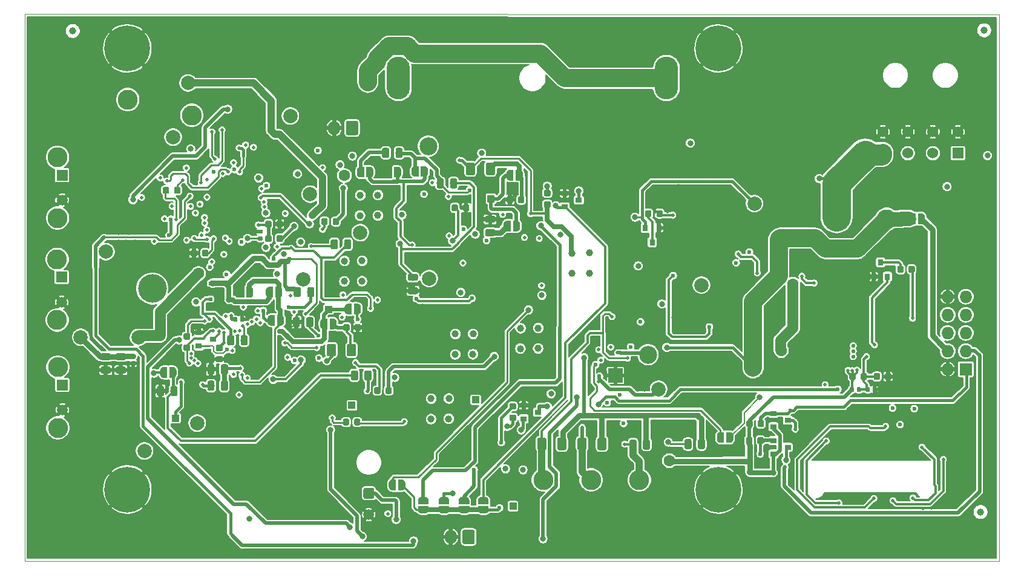
<source format=gbr>
G04 #@! TF.GenerationSoftware,KiCad,Pcbnew,(5.1.2)-1*
G04 #@! TF.CreationDate,2021-03-24T13:07:53+05:45*
G04 #@! TF.ProjectId,Pufferfish-Power-MCU,50756666-6572-4666-9973-682d506f7765,0.0*
G04 #@! TF.SameCoordinates,Original*
G04 #@! TF.FileFunction,Copper,L4,Bot*
G04 #@! TF.FilePolarity,Positive*
%FSLAX46Y46*%
G04 Gerber Fmt 4.6, Leading zero omitted, Abs format (unit mm)*
G04 Created by KiCad (PCBNEW (5.1.2)-1) date 2021-03-24 13:07:53*
%MOMM*%
%LPD*%
G04 APERTURE LIST*
G04 #@! TA.AperFunction,NonConductor*
%ADD10C,0.100000*%
G04 #@! TD*
G04 #@! TA.AperFunction,ComponentPad*
%ADD11C,1.000000*%
G04 #@! TD*
G04 #@! TA.AperFunction,ComponentPad*
%ADD12R,1.727200X1.727200*%
G04 #@! TD*
G04 #@! TA.AperFunction,ComponentPad*
%ADD13O,1.727200X1.727200*%
G04 #@! TD*
G04 #@! TA.AperFunction,ComponentPad*
%ADD14C,2.799999*%
G04 #@! TD*
G04 #@! TA.AperFunction,ComponentPad*
%ADD15C,1.520000*%
G04 #@! TD*
G04 #@! TA.AperFunction,ComponentPad*
%ADD16R,1.520000X1.520000*%
G04 #@! TD*
G04 #@! TA.AperFunction,ComponentPad*
%ADD17C,2.500000*%
G04 #@! TD*
G04 #@! TA.AperFunction,ComponentPad*
%ADD18O,3.250000X6.000000*%
G04 #@! TD*
G04 #@! TA.AperFunction,ViaPad*
%ADD19C,0.533400*%
G04 #@! TD*
G04 #@! TA.AperFunction,Conductor*
%ADD20C,0.100000*%
G04 #@! TD*
G04 #@! TA.AperFunction,SMDPad,CuDef*
%ADD21C,0.875000*%
G04 #@! TD*
G04 #@! TA.AperFunction,SMDPad,CuDef*
%ADD22C,0.975000*%
G04 #@! TD*
G04 #@! TA.AperFunction,ComponentPad*
%ADD23R,1.530000X1.530000*%
G04 #@! TD*
G04 #@! TA.AperFunction,ComponentPad*
%ADD24C,1.530000*%
G04 #@! TD*
G04 #@! TA.AperFunction,SMDPad,CuDef*
%ADD25R,0.900000X0.800000*%
G04 #@! TD*
G04 #@! TA.AperFunction,SMDPad,CuDef*
%ADD26C,0.590000*%
G04 #@! TD*
G04 #@! TA.AperFunction,SMDPad,CuDef*
%ADD27C,0.500000*%
G04 #@! TD*
G04 #@! TA.AperFunction,SMDPad,CuDef*
%ADD28R,0.500000X0.500000*%
G04 #@! TD*
G04 #@! TA.AperFunction,BGAPad,CuDef*
%ADD29C,1.000000*%
G04 #@! TD*
G04 #@! TA.AperFunction,ComponentPad*
%ADD30C,0.800000*%
G04 #@! TD*
G04 #@! TA.AperFunction,ComponentPad*
%ADD31C,6.400000*%
G04 #@! TD*
G04 #@! TA.AperFunction,ComponentPad*
%ADD32C,1.500000*%
G04 #@! TD*
G04 #@! TA.AperFunction,SMDPad,CuDef*
%ADD33R,0.800000X0.900000*%
G04 #@! TD*
G04 #@! TA.AperFunction,ComponentPad*
%ADD34R,1.000000X1.000000*%
G04 #@! TD*
G04 #@! TA.AperFunction,Conductor*
%ADD35R,2.050000X2.050000*%
G04 #@! TD*
G04 #@! TA.AperFunction,ViaPad*
%ADD36C,0.600000*%
G04 #@! TD*
G04 #@! TA.AperFunction,ComponentPad*
%ADD37C,1.700000*%
G04 #@! TD*
G04 #@! TA.AperFunction,ComponentPad*
%ADD38O,1.700000X2.000000*%
G04 #@! TD*
G04 #@! TA.AperFunction,SMDPad,CuDef*
%ADD39C,1.250000*%
G04 #@! TD*
G04 #@! TA.AperFunction,ComponentPad*
%ADD40C,2.800000*%
G04 #@! TD*
G04 #@! TA.AperFunction,ComponentPad*
%ADD41C,2.000000*%
G04 #@! TD*
G04 #@! TA.AperFunction,ViaPad*
%ADD42C,0.500000*%
G04 #@! TD*
G04 #@! TA.AperFunction,ViaPad*
%ADD43C,0.800000*%
G04 #@! TD*
G04 #@! TA.AperFunction,ViaPad*
%ADD44C,1.600000*%
G04 #@! TD*
G04 #@! TA.AperFunction,ViaPad*
%ADD45C,2.000000*%
G04 #@! TD*
G04 #@! TA.AperFunction,ViaPad*
%ADD46C,4.000000*%
G04 #@! TD*
G04 #@! TA.AperFunction,Conductor*
%ADD47C,0.350000*%
G04 #@! TD*
G04 #@! TA.AperFunction,Conductor*
%ADD48C,0.250000*%
G04 #@! TD*
G04 #@! TA.AperFunction,Conductor*
%ADD49C,0.400000*%
G04 #@! TD*
G04 #@! TA.AperFunction,Conductor*
%ADD50C,0.300000*%
G04 #@! TD*
G04 #@! TA.AperFunction,Conductor*
%ADD51C,0.200000*%
G04 #@! TD*
G04 #@! TA.AperFunction,Conductor*
%ADD52C,0.500000*%
G04 #@! TD*
G04 #@! TA.AperFunction,Conductor*
%ADD53C,0.700000*%
G04 #@! TD*
G04 #@! TA.AperFunction,Conductor*
%ADD54C,0.800000*%
G04 #@! TD*
G04 #@! TA.AperFunction,Conductor*
%ADD55C,4.000000*%
G04 #@! TD*
G04 #@! TA.AperFunction,Conductor*
%ADD56C,2.500000*%
G04 #@! TD*
G04 #@! TA.AperFunction,Conductor*
%ADD57C,3.000000*%
G04 #@! TD*
G04 #@! TA.AperFunction,Conductor*
%ADD58C,1.500000*%
G04 #@! TD*
G04 #@! TA.AperFunction,Conductor*
%ADD59C,2.000000*%
G04 #@! TD*
G04 #@! TA.AperFunction,Conductor*
%ADD60C,1.000000*%
G04 #@! TD*
G04 #@! TA.AperFunction,Conductor*
%ADD61C,0.127000*%
G04 #@! TD*
G04 APERTURE END LIST*
D10*
X203287400Y-43052600D02*
X66977400Y-42972600D01*
X203287400Y-119552600D02*
X203287400Y-43052600D01*
X66977400Y-119552600D02*
X203287400Y-119552600D01*
X66977400Y-42972600D02*
X66977400Y-119552600D01*
X82946666Y-47752000D02*
G75*
G03X82946666Y-47752000I-1666666J0D01*
G01*
X78780000Y-47752000D02*
X83780000Y-47752000D01*
X81280000Y-45252000D02*
X81280000Y-50252000D01*
D11*
G04 #@! TO.P,U10,5*
G04 #@! TO.N,VOUT_7812_24V*
X143487400Y-79302600D03*
X145987400Y-76427600D03*
X143508000Y-76446360D03*
X145962400Y-79277600D03*
G04 #@! TD*
G04 #@! TO.P,U9,5*
G04 #@! TO.N,/LTC7812/SW2_2*
X127207400Y-90632600D03*
X129707400Y-87757600D03*
X127228000Y-87776360D03*
X129682400Y-90607600D03*
G04 #@! TD*
G04 #@! TO.P,U8,5*
G04 #@! TO.N,/LTC7812/VBIAS1*
X116387400Y-68322600D03*
X113887400Y-71197600D03*
X116366800Y-71178840D03*
X113912400Y-68347600D03*
G04 #@! TD*
G04 #@! TO.P,U7,5*
G04 #@! TO.N,/LTC7812/SW_2_1*
X111687400Y-80402600D03*
X114187400Y-77527600D03*
X111708000Y-77546360D03*
X114162400Y-80377600D03*
G04 #@! TD*
G04 #@! TO.P,Q6,5*
G04 #@! TO.N,/LTC7812/VBIAS1*
X123817400Y-99682600D03*
X126317400Y-96807600D03*
X123838000Y-96826360D03*
X126292400Y-99657600D03*
G04 #@! TD*
G04 #@! TO.P,Q5,5*
G04 #@! TO.N,VIN_7812_2*
X136317400Y-89822600D03*
X138817400Y-86947600D03*
X136338000Y-86966360D03*
X138792400Y-89797600D03*
G04 #@! TD*
D12*
G04 #@! TO.P,P1,1*
G04 #@! TO.N,AAD_SCL*
X198628000Y-92710000D03*
D13*
G04 #@! TO.P,P1,2*
G04 #@! TO.N,GND*
X196088000Y-92710000D03*
G04 #@! TO.P,P1,3*
G04 #@! TO.N,AAD_SDA*
X198628000Y-90170000D03*
G04 #@! TO.P,P1,4*
G04 #@! TO.N,Net-(JP16-Pad2)*
X196088000Y-90170000D03*
G04 #@! TO.P,P1,5*
G04 #@! TO.N,N/C*
X198628000Y-87630000D03*
G04 #@! TO.P,P1,6*
X196088000Y-87630000D03*
G04 #@! TO.P,P1,7*
X198628000Y-85090000D03*
G04 #@! TO.P,P1,8*
X196088000Y-85090000D03*
G04 #@! TO.P,P1,9*
X198628000Y-82550000D03*
G04 #@! TO.P,P1,10*
G04 #@! TO.N,GND*
X196088000Y-82550000D03*
G04 #@! TD*
D14*
G04 #@! TO.P,J5,4*
G04 #@! TO.N,N/C*
X71568799Y-71528161D03*
G04 #@! TO.P,J5,3*
X71568799Y-63028178D03*
D15*
G04 #@! TO.P,J5,2*
G04 #@! TO.N,GND*
X72198800Y-69028301D03*
D16*
G04 #@! TO.P,J5,1*
G04 #@! TO.N,INTCON_WALL*
X72198800Y-65528300D03*
G04 #@! TD*
D14*
G04 #@! TO.P,J4,4*
G04 #@! TO.N,N/C*
X71517399Y-85812461D03*
G04 #@! TO.P,J4,3*
X71517399Y-77312478D03*
D15*
G04 #@! TO.P,J4,2*
G04 #@! TO.N,GND*
X72147400Y-83312601D03*
D16*
G04 #@! TO.P,J4,1*
G04 #@! TO.N,INTCON_WALL*
X72147400Y-79812600D03*
G04 #@! TD*
G04 #@! TO.P,J6,1*
G04 #@! TO.N,VBAT-IN-12V*
X72237400Y-94912600D03*
D15*
G04 #@! TO.P,J6,2*
G04 #@! TO.N,GND*
X72237400Y-98412601D03*
D14*
G04 #@! TO.P,J6,3*
G04 #@! TO.N,N/C*
X71607399Y-92412478D03*
G04 #@! TO.P,J6,4*
X71607399Y-100912461D03*
G04 #@! TD*
D17*
G04 #@! TO.P,TP4,1*
G04 #@! TO.N,LTC7812_RUN*
X154178000Y-90678000D03*
G04 #@! TD*
D18*
G04 #@! TO.P,F1,2*
G04 #@! TO.N,/LTC4015/PP-SENSE-CLN*
X119255400Y-51926600D03*
G04 #@! TO.P,F1,1*
G04 #@! TO.N,VIN_7812_1_RAW*
X156755400Y-51926600D03*
G04 #@! TD*
D19*
G04 #@! TO.N,N/C*
G04 #@! TO.C,U3*
X182880000Y-90170000D03*
X182880000Y-89419999D03*
X182880000Y-90920001D03*
G04 #@! TD*
D20*
G04 #@! TO.N,/LTC7812/TG_2_1*
G04 #@! TO.C,R99*
G36*
X109160091Y-71553653D02*
G01*
X109181326Y-71556803D01*
X109202150Y-71562019D01*
X109222362Y-71569251D01*
X109241768Y-71578430D01*
X109260181Y-71589466D01*
X109277424Y-71602254D01*
X109293330Y-71616670D01*
X109307746Y-71632576D01*
X109320534Y-71649819D01*
X109331570Y-71668232D01*
X109340749Y-71687638D01*
X109347981Y-71707850D01*
X109353197Y-71728674D01*
X109356347Y-71749909D01*
X109357400Y-71771350D01*
X109357400Y-72283850D01*
X109356347Y-72305291D01*
X109353197Y-72326526D01*
X109347981Y-72347350D01*
X109340749Y-72367562D01*
X109331570Y-72386968D01*
X109320534Y-72405381D01*
X109307746Y-72422624D01*
X109293330Y-72438530D01*
X109277424Y-72452946D01*
X109260181Y-72465734D01*
X109241768Y-72476770D01*
X109222362Y-72485949D01*
X109202150Y-72493181D01*
X109181326Y-72498397D01*
X109160091Y-72501547D01*
X109138650Y-72502600D01*
X108701150Y-72502600D01*
X108679709Y-72501547D01*
X108658474Y-72498397D01*
X108637650Y-72493181D01*
X108617438Y-72485949D01*
X108598032Y-72476770D01*
X108579619Y-72465734D01*
X108562376Y-72452946D01*
X108546470Y-72438530D01*
X108532054Y-72422624D01*
X108519266Y-72405381D01*
X108508230Y-72386968D01*
X108499051Y-72367562D01*
X108491819Y-72347350D01*
X108486603Y-72326526D01*
X108483453Y-72305291D01*
X108482400Y-72283850D01*
X108482400Y-71771350D01*
X108483453Y-71749909D01*
X108486603Y-71728674D01*
X108491819Y-71707850D01*
X108499051Y-71687638D01*
X108508230Y-71668232D01*
X108519266Y-71649819D01*
X108532054Y-71632576D01*
X108546470Y-71616670D01*
X108562376Y-71602254D01*
X108579619Y-71589466D01*
X108598032Y-71578430D01*
X108617438Y-71569251D01*
X108637650Y-71562019D01*
X108658474Y-71556803D01*
X108679709Y-71553653D01*
X108701150Y-71552600D01*
X109138650Y-71552600D01*
X109160091Y-71553653D01*
X109160091Y-71553653D01*
G37*
D21*
G04 #@! TD*
G04 #@! TO.P,R99,2*
G04 #@! TO.N,/LTC7812/TG_2_1*
X108919900Y-72027600D03*
D20*
G04 #@! TO.N,Net-(R99-Pad1)*
G04 #@! TO.C,R99*
G36*
X110735091Y-71553653D02*
G01*
X110756326Y-71556803D01*
X110777150Y-71562019D01*
X110797362Y-71569251D01*
X110816768Y-71578430D01*
X110835181Y-71589466D01*
X110852424Y-71602254D01*
X110868330Y-71616670D01*
X110882746Y-71632576D01*
X110895534Y-71649819D01*
X110906570Y-71668232D01*
X110915749Y-71687638D01*
X110922981Y-71707850D01*
X110928197Y-71728674D01*
X110931347Y-71749909D01*
X110932400Y-71771350D01*
X110932400Y-72283850D01*
X110931347Y-72305291D01*
X110928197Y-72326526D01*
X110922981Y-72347350D01*
X110915749Y-72367562D01*
X110906570Y-72386968D01*
X110895534Y-72405381D01*
X110882746Y-72422624D01*
X110868330Y-72438530D01*
X110852424Y-72452946D01*
X110835181Y-72465734D01*
X110816768Y-72476770D01*
X110797362Y-72485949D01*
X110777150Y-72493181D01*
X110756326Y-72498397D01*
X110735091Y-72501547D01*
X110713650Y-72502600D01*
X110276150Y-72502600D01*
X110254709Y-72501547D01*
X110233474Y-72498397D01*
X110212650Y-72493181D01*
X110192438Y-72485949D01*
X110173032Y-72476770D01*
X110154619Y-72465734D01*
X110137376Y-72452946D01*
X110121470Y-72438530D01*
X110107054Y-72422624D01*
X110094266Y-72405381D01*
X110083230Y-72386968D01*
X110074051Y-72367562D01*
X110066819Y-72347350D01*
X110061603Y-72326526D01*
X110058453Y-72305291D01*
X110057400Y-72283850D01*
X110057400Y-71771350D01*
X110058453Y-71749909D01*
X110061603Y-71728674D01*
X110066819Y-71707850D01*
X110074051Y-71687638D01*
X110083230Y-71668232D01*
X110094266Y-71649819D01*
X110107054Y-71632576D01*
X110121470Y-71616670D01*
X110137376Y-71602254D01*
X110154619Y-71589466D01*
X110173032Y-71578430D01*
X110192438Y-71569251D01*
X110212650Y-71562019D01*
X110233474Y-71556803D01*
X110254709Y-71553653D01*
X110276150Y-71552600D01*
X110713650Y-71552600D01*
X110735091Y-71553653D01*
X110735091Y-71553653D01*
G37*
D21*
G04 #@! TD*
G04 #@! TO.P,R99,1*
G04 #@! TO.N,Net-(R99-Pad1)*
X110494900Y-72027600D03*
D20*
G04 #@! TO.N,GND*
G04 #@! TO.C,R49*
G36*
X105248142Y-85407174D02*
G01*
X105271803Y-85410684D01*
X105295007Y-85416496D01*
X105317529Y-85424554D01*
X105339153Y-85434782D01*
X105359670Y-85447079D01*
X105378883Y-85461329D01*
X105396607Y-85477393D01*
X105412671Y-85495117D01*
X105426921Y-85514330D01*
X105439218Y-85534847D01*
X105449446Y-85556471D01*
X105457504Y-85578993D01*
X105463316Y-85602197D01*
X105466826Y-85625858D01*
X105468000Y-85649750D01*
X105468000Y-86562250D01*
X105466826Y-86586142D01*
X105463316Y-86609803D01*
X105457504Y-86633007D01*
X105449446Y-86655529D01*
X105439218Y-86677153D01*
X105426921Y-86697670D01*
X105412671Y-86716883D01*
X105396607Y-86734607D01*
X105378883Y-86750671D01*
X105359670Y-86764921D01*
X105339153Y-86777218D01*
X105317529Y-86787446D01*
X105295007Y-86795504D01*
X105271803Y-86801316D01*
X105248142Y-86804826D01*
X105224250Y-86806000D01*
X104736750Y-86806000D01*
X104712858Y-86804826D01*
X104689197Y-86801316D01*
X104665993Y-86795504D01*
X104643471Y-86787446D01*
X104621847Y-86777218D01*
X104601330Y-86764921D01*
X104582117Y-86750671D01*
X104564393Y-86734607D01*
X104548329Y-86716883D01*
X104534079Y-86697670D01*
X104521782Y-86677153D01*
X104511554Y-86655529D01*
X104503496Y-86633007D01*
X104497684Y-86609803D01*
X104494174Y-86586142D01*
X104493000Y-86562250D01*
X104493000Y-85649750D01*
X104494174Y-85625858D01*
X104497684Y-85602197D01*
X104503496Y-85578993D01*
X104511554Y-85556471D01*
X104521782Y-85534847D01*
X104534079Y-85514330D01*
X104548329Y-85495117D01*
X104564393Y-85477393D01*
X104582117Y-85461329D01*
X104601330Y-85447079D01*
X104621847Y-85434782D01*
X104643471Y-85424554D01*
X104665993Y-85416496D01*
X104689197Y-85410684D01*
X104712858Y-85407174D01*
X104736750Y-85406000D01*
X105224250Y-85406000D01*
X105248142Y-85407174D01*
X105248142Y-85407174D01*
G37*
D22*
G04 #@! TD*
G04 #@! TO.P,R49,2*
G04 #@! TO.N,GND*
X104980500Y-86106000D03*
D20*
G04 #@! TO.N,Net-(JP2-Pad2)*
G04 #@! TO.C,R49*
G36*
X107123142Y-85407174D02*
G01*
X107146803Y-85410684D01*
X107170007Y-85416496D01*
X107192529Y-85424554D01*
X107214153Y-85434782D01*
X107234670Y-85447079D01*
X107253883Y-85461329D01*
X107271607Y-85477393D01*
X107287671Y-85495117D01*
X107301921Y-85514330D01*
X107314218Y-85534847D01*
X107324446Y-85556471D01*
X107332504Y-85578993D01*
X107338316Y-85602197D01*
X107341826Y-85625858D01*
X107343000Y-85649750D01*
X107343000Y-86562250D01*
X107341826Y-86586142D01*
X107338316Y-86609803D01*
X107332504Y-86633007D01*
X107324446Y-86655529D01*
X107314218Y-86677153D01*
X107301921Y-86697670D01*
X107287671Y-86716883D01*
X107271607Y-86734607D01*
X107253883Y-86750671D01*
X107234670Y-86764921D01*
X107214153Y-86777218D01*
X107192529Y-86787446D01*
X107170007Y-86795504D01*
X107146803Y-86801316D01*
X107123142Y-86804826D01*
X107099250Y-86806000D01*
X106611750Y-86806000D01*
X106587858Y-86804826D01*
X106564197Y-86801316D01*
X106540993Y-86795504D01*
X106518471Y-86787446D01*
X106496847Y-86777218D01*
X106476330Y-86764921D01*
X106457117Y-86750671D01*
X106439393Y-86734607D01*
X106423329Y-86716883D01*
X106409079Y-86697670D01*
X106396782Y-86677153D01*
X106386554Y-86655529D01*
X106378496Y-86633007D01*
X106372684Y-86609803D01*
X106369174Y-86586142D01*
X106368000Y-86562250D01*
X106368000Y-85649750D01*
X106369174Y-85625858D01*
X106372684Y-85602197D01*
X106378496Y-85578993D01*
X106386554Y-85556471D01*
X106396782Y-85534847D01*
X106409079Y-85514330D01*
X106423329Y-85495117D01*
X106439393Y-85477393D01*
X106457117Y-85461329D01*
X106476330Y-85447079D01*
X106496847Y-85434782D01*
X106518471Y-85424554D01*
X106540993Y-85416496D01*
X106564197Y-85410684D01*
X106587858Y-85407174D01*
X106611750Y-85406000D01*
X107099250Y-85406000D01*
X107123142Y-85407174D01*
X107123142Y-85407174D01*
G37*
D22*
G04 #@! TD*
G04 #@! TO.P,R49,1*
G04 #@! TO.N,Net-(JP2-Pad2)*
X106855500Y-86106000D03*
D23*
G04 #@! TO.P,J1,1*
G04 #@! TO.N,VOUT_7812_24V*
X197528000Y-62460000D03*
D24*
G04 #@! TO.P,J1,2*
G04 #@! TO.N,VIN_7812_2*
X194028000Y-62460000D03*
G04 #@! TO.P,J1,3*
G04 #@! TO.N,VSYS-5V0*
X190528000Y-62460000D03*
G04 #@! TO.P,J1,4*
G04 #@! TO.N,VSYS-3V3*
X187028000Y-62460000D03*
G04 #@! TO.P,J1,5*
G04 #@! TO.N,GND*
X197528000Y-59460000D03*
G04 #@! TO.P,J1,6*
X194028000Y-59460000D03*
G04 #@! TO.P,J1,7*
X190528000Y-59460000D03*
G04 #@! TO.P,J1,8*
X187028000Y-59460000D03*
G04 #@! TD*
D25*
G04 #@! TO.P,Q9,1*
G04 #@! TO.N,PGOOD_12V*
X136787000Y-99657000D03*
G04 #@! TO.P,Q9,2*
G04 #@! TO.N,GND*
X136787000Y-97757000D03*
G04 #@! TO.P,Q9,3*
G04 #@! TO.N,Net-(D9-Pad1)*
X138787000Y-98707000D03*
G04 #@! TD*
D20*
G04 #@! TO.N,/LTC4015/PP-BATSENS*
G04 #@! TO.C,C100*
G36*
X100123258Y-74104710D02*
G01*
X100137576Y-74106834D01*
X100151617Y-74110351D01*
X100165246Y-74115228D01*
X100178331Y-74121417D01*
X100190747Y-74128858D01*
X100202373Y-74137481D01*
X100213098Y-74147202D01*
X100222819Y-74157927D01*
X100231442Y-74169553D01*
X100238883Y-74181969D01*
X100245072Y-74195054D01*
X100249949Y-74208683D01*
X100253466Y-74222724D01*
X100255590Y-74237042D01*
X100256300Y-74251500D01*
X100256300Y-74546500D01*
X100255590Y-74560958D01*
X100253466Y-74575276D01*
X100249949Y-74589317D01*
X100245072Y-74602946D01*
X100238883Y-74616031D01*
X100231442Y-74628447D01*
X100222819Y-74640073D01*
X100213098Y-74650798D01*
X100202373Y-74660519D01*
X100190747Y-74669142D01*
X100178331Y-74676583D01*
X100165246Y-74682772D01*
X100151617Y-74687649D01*
X100137576Y-74691166D01*
X100123258Y-74693290D01*
X100108800Y-74694000D01*
X99763800Y-74694000D01*
X99749342Y-74693290D01*
X99735024Y-74691166D01*
X99720983Y-74687649D01*
X99707354Y-74682772D01*
X99694269Y-74676583D01*
X99681853Y-74669142D01*
X99670227Y-74660519D01*
X99659502Y-74650798D01*
X99649781Y-74640073D01*
X99641158Y-74628447D01*
X99633717Y-74616031D01*
X99627528Y-74602946D01*
X99622651Y-74589317D01*
X99619134Y-74575276D01*
X99617010Y-74560958D01*
X99616300Y-74546500D01*
X99616300Y-74251500D01*
X99617010Y-74237042D01*
X99619134Y-74222724D01*
X99622651Y-74208683D01*
X99627528Y-74195054D01*
X99633717Y-74181969D01*
X99641158Y-74169553D01*
X99649781Y-74157927D01*
X99659502Y-74147202D01*
X99670227Y-74137481D01*
X99681853Y-74128858D01*
X99694269Y-74121417D01*
X99707354Y-74115228D01*
X99720983Y-74110351D01*
X99735024Y-74106834D01*
X99749342Y-74104710D01*
X99763800Y-74104000D01*
X100108800Y-74104000D01*
X100123258Y-74104710D01*
X100123258Y-74104710D01*
G37*
D26*
G04 #@! TD*
G04 #@! TO.P,C100,1*
G04 #@! TO.N,/LTC4015/PP-BATSENS*
X99936300Y-74399000D03*
D20*
G04 #@! TO.N,GND*
G04 #@! TO.C,C100*
G36*
X100123258Y-73134710D02*
G01*
X100137576Y-73136834D01*
X100151617Y-73140351D01*
X100165246Y-73145228D01*
X100178331Y-73151417D01*
X100190747Y-73158858D01*
X100202373Y-73167481D01*
X100213098Y-73177202D01*
X100222819Y-73187927D01*
X100231442Y-73199553D01*
X100238883Y-73211969D01*
X100245072Y-73225054D01*
X100249949Y-73238683D01*
X100253466Y-73252724D01*
X100255590Y-73267042D01*
X100256300Y-73281500D01*
X100256300Y-73576500D01*
X100255590Y-73590958D01*
X100253466Y-73605276D01*
X100249949Y-73619317D01*
X100245072Y-73632946D01*
X100238883Y-73646031D01*
X100231442Y-73658447D01*
X100222819Y-73670073D01*
X100213098Y-73680798D01*
X100202373Y-73690519D01*
X100190747Y-73699142D01*
X100178331Y-73706583D01*
X100165246Y-73712772D01*
X100151617Y-73717649D01*
X100137576Y-73721166D01*
X100123258Y-73723290D01*
X100108800Y-73724000D01*
X99763800Y-73724000D01*
X99749342Y-73723290D01*
X99735024Y-73721166D01*
X99720983Y-73717649D01*
X99707354Y-73712772D01*
X99694269Y-73706583D01*
X99681853Y-73699142D01*
X99670227Y-73690519D01*
X99659502Y-73680798D01*
X99649781Y-73670073D01*
X99641158Y-73658447D01*
X99633717Y-73646031D01*
X99627528Y-73632946D01*
X99622651Y-73619317D01*
X99619134Y-73605276D01*
X99617010Y-73590958D01*
X99616300Y-73576500D01*
X99616300Y-73281500D01*
X99617010Y-73267042D01*
X99619134Y-73252724D01*
X99622651Y-73238683D01*
X99627528Y-73225054D01*
X99633717Y-73211969D01*
X99641158Y-73199553D01*
X99649781Y-73187927D01*
X99659502Y-73177202D01*
X99670227Y-73167481D01*
X99681853Y-73158858D01*
X99694269Y-73151417D01*
X99707354Y-73145228D01*
X99720983Y-73140351D01*
X99735024Y-73136834D01*
X99749342Y-73134710D01*
X99763800Y-73134000D01*
X100108800Y-73134000D01*
X100123258Y-73134710D01*
X100123258Y-73134710D01*
G37*
D26*
G04 #@! TD*
G04 #@! TO.P,C100,2*
G04 #@! TO.N,GND*
X99936300Y-73429000D03*
D20*
G04 #@! TO.N,GND*
G04 #@! TO.C,C70*
G36*
X97547958Y-85405710D02*
G01*
X97562276Y-85407834D01*
X97576317Y-85411351D01*
X97589946Y-85416228D01*
X97603031Y-85422417D01*
X97615447Y-85429858D01*
X97627073Y-85438481D01*
X97637798Y-85448202D01*
X97647519Y-85458927D01*
X97656142Y-85470553D01*
X97663583Y-85482969D01*
X97669772Y-85496054D01*
X97674649Y-85509683D01*
X97678166Y-85523724D01*
X97680290Y-85538042D01*
X97681000Y-85552500D01*
X97681000Y-85897500D01*
X97680290Y-85911958D01*
X97678166Y-85926276D01*
X97674649Y-85940317D01*
X97669772Y-85953946D01*
X97663583Y-85967031D01*
X97656142Y-85979447D01*
X97647519Y-85991073D01*
X97637798Y-86001798D01*
X97627073Y-86011519D01*
X97615447Y-86020142D01*
X97603031Y-86027583D01*
X97589946Y-86033772D01*
X97576317Y-86038649D01*
X97562276Y-86042166D01*
X97547958Y-86044290D01*
X97533500Y-86045000D01*
X97238500Y-86045000D01*
X97224042Y-86044290D01*
X97209724Y-86042166D01*
X97195683Y-86038649D01*
X97182054Y-86033772D01*
X97168969Y-86027583D01*
X97156553Y-86020142D01*
X97144927Y-86011519D01*
X97134202Y-86001798D01*
X97124481Y-85991073D01*
X97115858Y-85979447D01*
X97108417Y-85967031D01*
X97102228Y-85953946D01*
X97097351Y-85940317D01*
X97093834Y-85926276D01*
X97091710Y-85911958D01*
X97091000Y-85897500D01*
X97091000Y-85552500D01*
X97091710Y-85538042D01*
X97093834Y-85523724D01*
X97097351Y-85509683D01*
X97102228Y-85496054D01*
X97108417Y-85482969D01*
X97115858Y-85470553D01*
X97124481Y-85458927D01*
X97134202Y-85448202D01*
X97144927Y-85438481D01*
X97156553Y-85429858D01*
X97168969Y-85422417D01*
X97182054Y-85416228D01*
X97195683Y-85411351D01*
X97209724Y-85407834D01*
X97224042Y-85405710D01*
X97238500Y-85405000D01*
X97533500Y-85405000D01*
X97547958Y-85405710D01*
X97547958Y-85405710D01*
G37*
D26*
G04 #@! TD*
G04 #@! TO.P,C70,2*
G04 #@! TO.N,GND*
X97386000Y-85725000D03*
D20*
G04 #@! TO.N,/LTC7812/INTVCC_1*
G04 #@! TO.C,C70*
G36*
X96577958Y-85405710D02*
G01*
X96592276Y-85407834D01*
X96606317Y-85411351D01*
X96619946Y-85416228D01*
X96633031Y-85422417D01*
X96645447Y-85429858D01*
X96657073Y-85438481D01*
X96667798Y-85448202D01*
X96677519Y-85458927D01*
X96686142Y-85470553D01*
X96693583Y-85482969D01*
X96699772Y-85496054D01*
X96704649Y-85509683D01*
X96708166Y-85523724D01*
X96710290Y-85538042D01*
X96711000Y-85552500D01*
X96711000Y-85897500D01*
X96710290Y-85911958D01*
X96708166Y-85926276D01*
X96704649Y-85940317D01*
X96699772Y-85953946D01*
X96693583Y-85967031D01*
X96686142Y-85979447D01*
X96677519Y-85991073D01*
X96667798Y-86001798D01*
X96657073Y-86011519D01*
X96645447Y-86020142D01*
X96633031Y-86027583D01*
X96619946Y-86033772D01*
X96606317Y-86038649D01*
X96592276Y-86042166D01*
X96577958Y-86044290D01*
X96563500Y-86045000D01*
X96268500Y-86045000D01*
X96254042Y-86044290D01*
X96239724Y-86042166D01*
X96225683Y-86038649D01*
X96212054Y-86033772D01*
X96198969Y-86027583D01*
X96186553Y-86020142D01*
X96174927Y-86011519D01*
X96164202Y-86001798D01*
X96154481Y-85991073D01*
X96145858Y-85979447D01*
X96138417Y-85967031D01*
X96132228Y-85953946D01*
X96127351Y-85940317D01*
X96123834Y-85926276D01*
X96121710Y-85911958D01*
X96121000Y-85897500D01*
X96121000Y-85552500D01*
X96121710Y-85538042D01*
X96123834Y-85523724D01*
X96127351Y-85509683D01*
X96132228Y-85496054D01*
X96138417Y-85482969D01*
X96145858Y-85470553D01*
X96154481Y-85458927D01*
X96164202Y-85448202D01*
X96174927Y-85438481D01*
X96186553Y-85429858D01*
X96198969Y-85422417D01*
X96212054Y-85416228D01*
X96225683Y-85411351D01*
X96239724Y-85407834D01*
X96254042Y-85405710D01*
X96268500Y-85405000D01*
X96563500Y-85405000D01*
X96577958Y-85405710D01*
X96577958Y-85405710D01*
G37*
D26*
G04 #@! TD*
G04 #@! TO.P,C70,1*
G04 #@! TO.N,/LTC7812/INTVCC_1*
X96416000Y-85725000D03*
D20*
G04 #@! TO.N,/3.3V Buck/3V3-FB*
G04 #@! TO.C,C51*
G36*
X183828458Y-95224710D02*
G01*
X183842776Y-95226834D01*
X183856817Y-95230351D01*
X183870446Y-95235228D01*
X183883531Y-95241417D01*
X183895947Y-95248858D01*
X183907573Y-95257481D01*
X183918298Y-95267202D01*
X183928019Y-95277927D01*
X183936642Y-95289553D01*
X183944083Y-95301969D01*
X183950272Y-95315054D01*
X183955149Y-95328683D01*
X183958666Y-95342724D01*
X183960790Y-95357042D01*
X183961500Y-95371500D01*
X183961500Y-95716500D01*
X183960790Y-95730958D01*
X183958666Y-95745276D01*
X183955149Y-95759317D01*
X183950272Y-95772946D01*
X183944083Y-95786031D01*
X183936642Y-95798447D01*
X183928019Y-95810073D01*
X183918298Y-95820798D01*
X183907573Y-95830519D01*
X183895947Y-95839142D01*
X183883531Y-95846583D01*
X183870446Y-95852772D01*
X183856817Y-95857649D01*
X183842776Y-95861166D01*
X183828458Y-95863290D01*
X183814000Y-95864000D01*
X183519000Y-95864000D01*
X183504542Y-95863290D01*
X183490224Y-95861166D01*
X183476183Y-95857649D01*
X183462554Y-95852772D01*
X183449469Y-95846583D01*
X183437053Y-95839142D01*
X183425427Y-95830519D01*
X183414702Y-95820798D01*
X183404981Y-95810073D01*
X183396358Y-95798447D01*
X183388917Y-95786031D01*
X183382728Y-95772946D01*
X183377851Y-95759317D01*
X183374334Y-95745276D01*
X183372210Y-95730958D01*
X183371500Y-95716500D01*
X183371500Y-95371500D01*
X183372210Y-95357042D01*
X183374334Y-95342724D01*
X183377851Y-95328683D01*
X183382728Y-95315054D01*
X183388917Y-95301969D01*
X183396358Y-95289553D01*
X183404981Y-95277927D01*
X183414702Y-95267202D01*
X183425427Y-95257481D01*
X183437053Y-95248858D01*
X183449469Y-95241417D01*
X183462554Y-95235228D01*
X183476183Y-95230351D01*
X183490224Y-95226834D01*
X183504542Y-95224710D01*
X183519000Y-95224000D01*
X183814000Y-95224000D01*
X183828458Y-95224710D01*
X183828458Y-95224710D01*
G37*
D26*
G04 #@! TD*
G04 #@! TO.P,C51,2*
G04 #@! TO.N,/3.3V Buck/3V3-FB*
X183666500Y-95544000D03*
D20*
G04 #@! TO.N,VSYS-3V3*
G04 #@! TO.C,C51*
G36*
X182858458Y-95224710D02*
G01*
X182872776Y-95226834D01*
X182886817Y-95230351D01*
X182900446Y-95235228D01*
X182913531Y-95241417D01*
X182925947Y-95248858D01*
X182937573Y-95257481D01*
X182948298Y-95267202D01*
X182958019Y-95277927D01*
X182966642Y-95289553D01*
X182974083Y-95301969D01*
X182980272Y-95315054D01*
X182985149Y-95328683D01*
X182988666Y-95342724D01*
X182990790Y-95357042D01*
X182991500Y-95371500D01*
X182991500Y-95716500D01*
X182990790Y-95730958D01*
X182988666Y-95745276D01*
X182985149Y-95759317D01*
X182980272Y-95772946D01*
X182974083Y-95786031D01*
X182966642Y-95798447D01*
X182958019Y-95810073D01*
X182948298Y-95820798D01*
X182937573Y-95830519D01*
X182925947Y-95839142D01*
X182913531Y-95846583D01*
X182900446Y-95852772D01*
X182886817Y-95857649D01*
X182872776Y-95861166D01*
X182858458Y-95863290D01*
X182844000Y-95864000D01*
X182549000Y-95864000D01*
X182534542Y-95863290D01*
X182520224Y-95861166D01*
X182506183Y-95857649D01*
X182492554Y-95852772D01*
X182479469Y-95846583D01*
X182467053Y-95839142D01*
X182455427Y-95830519D01*
X182444702Y-95820798D01*
X182434981Y-95810073D01*
X182426358Y-95798447D01*
X182418917Y-95786031D01*
X182412728Y-95772946D01*
X182407851Y-95759317D01*
X182404334Y-95745276D01*
X182402210Y-95730958D01*
X182401500Y-95716500D01*
X182401500Y-95371500D01*
X182402210Y-95357042D01*
X182404334Y-95342724D01*
X182407851Y-95328683D01*
X182412728Y-95315054D01*
X182418917Y-95301969D01*
X182426358Y-95289553D01*
X182434981Y-95277927D01*
X182444702Y-95267202D01*
X182455427Y-95257481D01*
X182467053Y-95248858D01*
X182479469Y-95241417D01*
X182492554Y-95235228D01*
X182506183Y-95230351D01*
X182520224Y-95226834D01*
X182534542Y-95224710D01*
X182549000Y-95224000D01*
X182844000Y-95224000D01*
X182858458Y-95224710D01*
X182858458Y-95224710D01*
G37*
D26*
G04 #@! TD*
G04 #@! TO.P,C51,1*
G04 #@! TO.N,VSYS-3V3*
X182696500Y-95544000D03*
D20*
G04 #@! TO.N,GND*
G04 #@! TO.C,C50*
G36*
X186028458Y-95224710D02*
G01*
X186042776Y-95226834D01*
X186056817Y-95230351D01*
X186070446Y-95235228D01*
X186083531Y-95241417D01*
X186095947Y-95248858D01*
X186107573Y-95257481D01*
X186118298Y-95267202D01*
X186128019Y-95277927D01*
X186136642Y-95289553D01*
X186144083Y-95301969D01*
X186150272Y-95315054D01*
X186155149Y-95328683D01*
X186158666Y-95342724D01*
X186160790Y-95357042D01*
X186161500Y-95371500D01*
X186161500Y-95716500D01*
X186160790Y-95730958D01*
X186158666Y-95745276D01*
X186155149Y-95759317D01*
X186150272Y-95772946D01*
X186144083Y-95786031D01*
X186136642Y-95798447D01*
X186128019Y-95810073D01*
X186118298Y-95820798D01*
X186107573Y-95830519D01*
X186095947Y-95839142D01*
X186083531Y-95846583D01*
X186070446Y-95852772D01*
X186056817Y-95857649D01*
X186042776Y-95861166D01*
X186028458Y-95863290D01*
X186014000Y-95864000D01*
X185719000Y-95864000D01*
X185704542Y-95863290D01*
X185690224Y-95861166D01*
X185676183Y-95857649D01*
X185662554Y-95852772D01*
X185649469Y-95846583D01*
X185637053Y-95839142D01*
X185625427Y-95830519D01*
X185614702Y-95820798D01*
X185604981Y-95810073D01*
X185596358Y-95798447D01*
X185588917Y-95786031D01*
X185582728Y-95772946D01*
X185577851Y-95759317D01*
X185574334Y-95745276D01*
X185572210Y-95730958D01*
X185571500Y-95716500D01*
X185571500Y-95371500D01*
X185572210Y-95357042D01*
X185574334Y-95342724D01*
X185577851Y-95328683D01*
X185582728Y-95315054D01*
X185588917Y-95301969D01*
X185596358Y-95289553D01*
X185604981Y-95277927D01*
X185614702Y-95267202D01*
X185625427Y-95257481D01*
X185637053Y-95248858D01*
X185649469Y-95241417D01*
X185662554Y-95235228D01*
X185676183Y-95230351D01*
X185690224Y-95226834D01*
X185704542Y-95224710D01*
X185719000Y-95224000D01*
X186014000Y-95224000D01*
X186028458Y-95224710D01*
X186028458Y-95224710D01*
G37*
D26*
G04 #@! TD*
G04 #@! TO.P,C50,2*
G04 #@! TO.N,GND*
X185866500Y-95544000D03*
D20*
G04 #@! TO.N,/3.3V Buck/3V3-FB*
G04 #@! TO.C,C50*
G36*
X185058458Y-95224710D02*
G01*
X185072776Y-95226834D01*
X185086817Y-95230351D01*
X185100446Y-95235228D01*
X185113531Y-95241417D01*
X185125947Y-95248858D01*
X185137573Y-95257481D01*
X185148298Y-95267202D01*
X185158019Y-95277927D01*
X185166642Y-95289553D01*
X185174083Y-95301969D01*
X185180272Y-95315054D01*
X185185149Y-95328683D01*
X185188666Y-95342724D01*
X185190790Y-95357042D01*
X185191500Y-95371500D01*
X185191500Y-95716500D01*
X185190790Y-95730958D01*
X185188666Y-95745276D01*
X185185149Y-95759317D01*
X185180272Y-95772946D01*
X185174083Y-95786031D01*
X185166642Y-95798447D01*
X185158019Y-95810073D01*
X185148298Y-95820798D01*
X185137573Y-95830519D01*
X185125947Y-95839142D01*
X185113531Y-95846583D01*
X185100446Y-95852772D01*
X185086817Y-95857649D01*
X185072776Y-95861166D01*
X185058458Y-95863290D01*
X185044000Y-95864000D01*
X184749000Y-95864000D01*
X184734542Y-95863290D01*
X184720224Y-95861166D01*
X184706183Y-95857649D01*
X184692554Y-95852772D01*
X184679469Y-95846583D01*
X184667053Y-95839142D01*
X184655427Y-95830519D01*
X184644702Y-95820798D01*
X184634981Y-95810073D01*
X184626358Y-95798447D01*
X184618917Y-95786031D01*
X184612728Y-95772946D01*
X184607851Y-95759317D01*
X184604334Y-95745276D01*
X184602210Y-95730958D01*
X184601500Y-95716500D01*
X184601500Y-95371500D01*
X184602210Y-95357042D01*
X184604334Y-95342724D01*
X184607851Y-95328683D01*
X184612728Y-95315054D01*
X184618917Y-95301969D01*
X184626358Y-95289553D01*
X184634981Y-95277927D01*
X184644702Y-95267202D01*
X184655427Y-95257481D01*
X184667053Y-95248858D01*
X184679469Y-95241417D01*
X184692554Y-95235228D01*
X184706183Y-95230351D01*
X184720224Y-95226834D01*
X184734542Y-95224710D01*
X184749000Y-95224000D01*
X185044000Y-95224000D01*
X185058458Y-95224710D01*
X185058458Y-95224710D01*
G37*
D26*
G04 #@! TD*
G04 #@! TO.P,C50,1*
G04 #@! TO.N,/3.3V Buck/3V3-FB*
X184896500Y-95544000D03*
D20*
G04 #@! TO.N,GND*
G04 #@! TO.C,C18*
G36*
X82344358Y-91583310D02*
G01*
X82358676Y-91585434D01*
X82372717Y-91588951D01*
X82386346Y-91593828D01*
X82399431Y-91600017D01*
X82411847Y-91607458D01*
X82423473Y-91616081D01*
X82434198Y-91625802D01*
X82443919Y-91636527D01*
X82452542Y-91648153D01*
X82459983Y-91660569D01*
X82466172Y-91673654D01*
X82471049Y-91687283D01*
X82474566Y-91701324D01*
X82476690Y-91715642D01*
X82477400Y-91730100D01*
X82477400Y-92025100D01*
X82476690Y-92039558D01*
X82474566Y-92053876D01*
X82471049Y-92067917D01*
X82466172Y-92081546D01*
X82459983Y-92094631D01*
X82452542Y-92107047D01*
X82443919Y-92118673D01*
X82434198Y-92129398D01*
X82423473Y-92139119D01*
X82411847Y-92147742D01*
X82399431Y-92155183D01*
X82386346Y-92161372D01*
X82372717Y-92166249D01*
X82358676Y-92169766D01*
X82344358Y-92171890D01*
X82329900Y-92172600D01*
X81984900Y-92172600D01*
X81970442Y-92171890D01*
X81956124Y-92169766D01*
X81942083Y-92166249D01*
X81928454Y-92161372D01*
X81915369Y-92155183D01*
X81902953Y-92147742D01*
X81891327Y-92139119D01*
X81880602Y-92129398D01*
X81870881Y-92118673D01*
X81862258Y-92107047D01*
X81854817Y-92094631D01*
X81848628Y-92081546D01*
X81843751Y-92067917D01*
X81840234Y-92053876D01*
X81838110Y-92039558D01*
X81837400Y-92025100D01*
X81837400Y-91730100D01*
X81838110Y-91715642D01*
X81840234Y-91701324D01*
X81843751Y-91687283D01*
X81848628Y-91673654D01*
X81854817Y-91660569D01*
X81862258Y-91648153D01*
X81870881Y-91636527D01*
X81880602Y-91625802D01*
X81891327Y-91616081D01*
X81902953Y-91607458D01*
X81915369Y-91600017D01*
X81928454Y-91593828D01*
X81942083Y-91588951D01*
X81956124Y-91585434D01*
X81970442Y-91583310D01*
X81984900Y-91582600D01*
X82329900Y-91582600D01*
X82344358Y-91583310D01*
X82344358Y-91583310D01*
G37*
D26*
G04 #@! TD*
G04 #@! TO.P,C18,2*
G04 #@! TO.N,GND*
X82157400Y-91877600D03*
D20*
G04 #@! TO.N,VBAT-IN-12V*
G04 #@! TO.C,C18*
G36*
X82344358Y-90613310D02*
G01*
X82358676Y-90615434D01*
X82372717Y-90618951D01*
X82386346Y-90623828D01*
X82399431Y-90630017D01*
X82411847Y-90637458D01*
X82423473Y-90646081D01*
X82434198Y-90655802D01*
X82443919Y-90666527D01*
X82452542Y-90678153D01*
X82459983Y-90690569D01*
X82466172Y-90703654D01*
X82471049Y-90717283D01*
X82474566Y-90731324D01*
X82476690Y-90745642D01*
X82477400Y-90760100D01*
X82477400Y-91055100D01*
X82476690Y-91069558D01*
X82474566Y-91083876D01*
X82471049Y-91097917D01*
X82466172Y-91111546D01*
X82459983Y-91124631D01*
X82452542Y-91137047D01*
X82443919Y-91148673D01*
X82434198Y-91159398D01*
X82423473Y-91169119D01*
X82411847Y-91177742D01*
X82399431Y-91185183D01*
X82386346Y-91191372D01*
X82372717Y-91196249D01*
X82358676Y-91199766D01*
X82344358Y-91201890D01*
X82329900Y-91202600D01*
X81984900Y-91202600D01*
X81970442Y-91201890D01*
X81956124Y-91199766D01*
X81942083Y-91196249D01*
X81928454Y-91191372D01*
X81915369Y-91185183D01*
X81902953Y-91177742D01*
X81891327Y-91169119D01*
X81880602Y-91159398D01*
X81870881Y-91148673D01*
X81862258Y-91137047D01*
X81854817Y-91124631D01*
X81848628Y-91111546D01*
X81843751Y-91097917D01*
X81840234Y-91083876D01*
X81838110Y-91069558D01*
X81837400Y-91055100D01*
X81837400Y-90760100D01*
X81838110Y-90745642D01*
X81840234Y-90731324D01*
X81843751Y-90717283D01*
X81848628Y-90703654D01*
X81854817Y-90690569D01*
X81862258Y-90678153D01*
X81870881Y-90666527D01*
X81880602Y-90655802D01*
X81891327Y-90646081D01*
X81902953Y-90637458D01*
X81915369Y-90630017D01*
X81928454Y-90623828D01*
X81942083Y-90618951D01*
X81956124Y-90615434D01*
X81970442Y-90613310D01*
X81984900Y-90612600D01*
X82329900Y-90612600D01*
X82344358Y-90613310D01*
X82344358Y-90613310D01*
G37*
D26*
G04 #@! TD*
G04 #@! TO.P,C18,1*
G04 #@! TO.N,VBAT-IN-12V*
X82157400Y-90907600D03*
D27*
G04 #@! TO.P,JP1,2*
G04 #@! TO.N,/LTC7812/TRACK_SS1_1*
X86407400Y-93152600D03*
D20*
G04 #@! TD*
G04 #@! TO.N,/LTC7812/TRACK_SS1_1*
G04 #@! TO.C,JP1*
G36*
X86407400Y-93901998D02*
G01*
X86382866Y-93901998D01*
X86334035Y-93897188D01*
X86285910Y-93887616D01*
X86238955Y-93873372D01*
X86193622Y-93854595D01*
X86150349Y-93831464D01*
X86109550Y-93804204D01*
X86071621Y-93773076D01*
X86036924Y-93738379D01*
X86005796Y-93700450D01*
X85978536Y-93659651D01*
X85955405Y-93616378D01*
X85936628Y-93571045D01*
X85922384Y-93524090D01*
X85912812Y-93475965D01*
X85908002Y-93427134D01*
X85908002Y-93402600D01*
X85907400Y-93402600D01*
X85907400Y-92902600D01*
X85908002Y-92902600D01*
X85908002Y-92878066D01*
X85912812Y-92829235D01*
X85922384Y-92781110D01*
X85936628Y-92734155D01*
X85955405Y-92688822D01*
X85978536Y-92645549D01*
X86005796Y-92604750D01*
X86036924Y-92566821D01*
X86071621Y-92532124D01*
X86109550Y-92500996D01*
X86150349Y-92473736D01*
X86193622Y-92450605D01*
X86238955Y-92431828D01*
X86285910Y-92417584D01*
X86334035Y-92408012D01*
X86382866Y-92403202D01*
X86407400Y-92403202D01*
X86407400Y-92402600D01*
X86907400Y-92402600D01*
X86907400Y-93902600D01*
X86407400Y-93902600D01*
X86407400Y-93901998D01*
X86407400Y-93901998D01*
G37*
D27*
G04 #@! TO.P,JP1,1*
G04 #@! TO.N,Net-(JP1-Pad1)*
X87707400Y-93152600D03*
D20*
G04 #@! TD*
G04 #@! TO.N,Net-(JP1-Pad1)*
G04 #@! TO.C,JP1*
G36*
X87207400Y-92402600D02*
G01*
X87707400Y-92402600D01*
X87707400Y-92403202D01*
X87731934Y-92403202D01*
X87780765Y-92408012D01*
X87828890Y-92417584D01*
X87875845Y-92431828D01*
X87921178Y-92450605D01*
X87964451Y-92473736D01*
X88005250Y-92500996D01*
X88043179Y-92532124D01*
X88077876Y-92566821D01*
X88109004Y-92604750D01*
X88136264Y-92645549D01*
X88159395Y-92688822D01*
X88178172Y-92734155D01*
X88192416Y-92781110D01*
X88201988Y-92829235D01*
X88206798Y-92878066D01*
X88206798Y-92902600D01*
X88207400Y-92902600D01*
X88207400Y-93402600D01*
X88206798Y-93402600D01*
X88206798Y-93427134D01*
X88201988Y-93475965D01*
X88192416Y-93524090D01*
X88178172Y-93571045D01*
X88159395Y-93616378D01*
X88136264Y-93659651D01*
X88109004Y-93700450D01*
X88077876Y-93738379D01*
X88043179Y-93773076D01*
X88005250Y-93804204D01*
X87964451Y-93831464D01*
X87921178Y-93854595D01*
X87875845Y-93873372D01*
X87828890Y-93887616D01*
X87780765Y-93897188D01*
X87731934Y-93901998D01*
X87707400Y-93901998D01*
X87707400Y-93902600D01*
X87207400Y-93902600D01*
X87207400Y-92402600D01*
X87207400Y-92402600D01*
G37*
D28*
G04 #@! TO.P,D3,2*
G04 #@! TO.N,/LTC7812/INTVCC_1*
X92964000Y-80688000D03*
G04 #@! TO.P,D3,1*
G04 #@! TO.N,Net-(C73-Pad1)*
X92964000Y-82888000D03*
G04 #@! TD*
G04 #@! TO.P,D4,2*
G04 #@! TO.N,/LTC7812/INTVCC_1*
X103970000Y-77216000D03*
G04 #@! TO.P,D4,1*
G04 #@! TO.N,Net-(C79-Pad2)*
X101770000Y-77216000D03*
G04 #@! TD*
D20*
G04 #@! TO.N,/3.3V Buck/3V3-FB*
G04 #@! TO.C,R39*
G36*
X184596691Y-93270053D02*
G01*
X184617926Y-93273203D01*
X184638750Y-93278419D01*
X184658962Y-93285651D01*
X184678368Y-93294830D01*
X184696781Y-93305866D01*
X184714024Y-93318654D01*
X184729930Y-93333070D01*
X184744346Y-93348976D01*
X184757134Y-93366219D01*
X184768170Y-93384632D01*
X184777349Y-93404038D01*
X184784581Y-93424250D01*
X184789797Y-93445074D01*
X184792947Y-93466309D01*
X184794000Y-93487750D01*
X184794000Y-94000250D01*
X184792947Y-94021691D01*
X184789797Y-94042926D01*
X184784581Y-94063750D01*
X184777349Y-94083962D01*
X184768170Y-94103368D01*
X184757134Y-94121781D01*
X184744346Y-94139024D01*
X184729930Y-94154930D01*
X184714024Y-94169346D01*
X184696781Y-94182134D01*
X184678368Y-94193170D01*
X184658962Y-94202349D01*
X184638750Y-94209581D01*
X184617926Y-94214797D01*
X184596691Y-94217947D01*
X184575250Y-94219000D01*
X184137750Y-94219000D01*
X184116309Y-94217947D01*
X184095074Y-94214797D01*
X184074250Y-94209581D01*
X184054038Y-94202349D01*
X184034632Y-94193170D01*
X184016219Y-94182134D01*
X183998976Y-94169346D01*
X183983070Y-94154930D01*
X183968654Y-94139024D01*
X183955866Y-94121781D01*
X183944830Y-94103368D01*
X183935651Y-94083962D01*
X183928419Y-94063750D01*
X183923203Y-94042926D01*
X183920053Y-94021691D01*
X183919000Y-94000250D01*
X183919000Y-93487750D01*
X183920053Y-93466309D01*
X183923203Y-93445074D01*
X183928419Y-93424250D01*
X183935651Y-93404038D01*
X183944830Y-93384632D01*
X183955866Y-93366219D01*
X183968654Y-93348976D01*
X183983070Y-93333070D01*
X183998976Y-93318654D01*
X184016219Y-93305866D01*
X184034632Y-93294830D01*
X184054038Y-93285651D01*
X184074250Y-93278419D01*
X184095074Y-93273203D01*
X184116309Y-93270053D01*
X184137750Y-93269000D01*
X184575250Y-93269000D01*
X184596691Y-93270053D01*
X184596691Y-93270053D01*
G37*
D21*
G04 #@! TD*
G04 #@! TO.P,R39,2*
G04 #@! TO.N,/3.3V Buck/3V3-FB*
X184356500Y-93744000D03*
D20*
G04 #@! TO.N,VSYS-3V3*
G04 #@! TO.C,R39*
G36*
X183021691Y-93270053D02*
G01*
X183042926Y-93273203D01*
X183063750Y-93278419D01*
X183083962Y-93285651D01*
X183103368Y-93294830D01*
X183121781Y-93305866D01*
X183139024Y-93318654D01*
X183154930Y-93333070D01*
X183169346Y-93348976D01*
X183182134Y-93366219D01*
X183193170Y-93384632D01*
X183202349Y-93404038D01*
X183209581Y-93424250D01*
X183214797Y-93445074D01*
X183217947Y-93466309D01*
X183219000Y-93487750D01*
X183219000Y-94000250D01*
X183217947Y-94021691D01*
X183214797Y-94042926D01*
X183209581Y-94063750D01*
X183202349Y-94083962D01*
X183193170Y-94103368D01*
X183182134Y-94121781D01*
X183169346Y-94139024D01*
X183154930Y-94154930D01*
X183139024Y-94169346D01*
X183121781Y-94182134D01*
X183103368Y-94193170D01*
X183083962Y-94202349D01*
X183063750Y-94209581D01*
X183042926Y-94214797D01*
X183021691Y-94217947D01*
X183000250Y-94219000D01*
X182562750Y-94219000D01*
X182541309Y-94217947D01*
X182520074Y-94214797D01*
X182499250Y-94209581D01*
X182479038Y-94202349D01*
X182459632Y-94193170D01*
X182441219Y-94182134D01*
X182423976Y-94169346D01*
X182408070Y-94154930D01*
X182393654Y-94139024D01*
X182380866Y-94121781D01*
X182369830Y-94103368D01*
X182360651Y-94083962D01*
X182353419Y-94063750D01*
X182348203Y-94042926D01*
X182345053Y-94021691D01*
X182344000Y-94000250D01*
X182344000Y-93487750D01*
X182345053Y-93466309D01*
X182348203Y-93445074D01*
X182353419Y-93424250D01*
X182360651Y-93404038D01*
X182369830Y-93384632D01*
X182380866Y-93366219D01*
X182393654Y-93348976D01*
X182408070Y-93333070D01*
X182423976Y-93318654D01*
X182441219Y-93305866D01*
X182459632Y-93294830D01*
X182479038Y-93285651D01*
X182499250Y-93278419D01*
X182520074Y-93273203D01*
X182541309Y-93270053D01*
X182562750Y-93269000D01*
X183000250Y-93269000D01*
X183021691Y-93270053D01*
X183021691Y-93270053D01*
G37*
D21*
G04 #@! TD*
G04 #@! TO.P,R39,1*
G04 #@! TO.N,VSYS-3V3*
X182781500Y-93744000D03*
D20*
G04 #@! TO.N,GND*
G04 #@! TO.C,R40*
G36*
X187996691Y-93257553D02*
G01*
X188017926Y-93260703D01*
X188038750Y-93265919D01*
X188058962Y-93273151D01*
X188078368Y-93282330D01*
X188096781Y-93293366D01*
X188114024Y-93306154D01*
X188129930Y-93320570D01*
X188144346Y-93336476D01*
X188157134Y-93353719D01*
X188168170Y-93372132D01*
X188177349Y-93391538D01*
X188184581Y-93411750D01*
X188189797Y-93432574D01*
X188192947Y-93453809D01*
X188194000Y-93475250D01*
X188194000Y-93987750D01*
X188192947Y-94009191D01*
X188189797Y-94030426D01*
X188184581Y-94051250D01*
X188177349Y-94071462D01*
X188168170Y-94090868D01*
X188157134Y-94109281D01*
X188144346Y-94126524D01*
X188129930Y-94142430D01*
X188114024Y-94156846D01*
X188096781Y-94169634D01*
X188078368Y-94180670D01*
X188058962Y-94189849D01*
X188038750Y-94197081D01*
X188017926Y-94202297D01*
X187996691Y-94205447D01*
X187975250Y-94206500D01*
X187537750Y-94206500D01*
X187516309Y-94205447D01*
X187495074Y-94202297D01*
X187474250Y-94197081D01*
X187454038Y-94189849D01*
X187434632Y-94180670D01*
X187416219Y-94169634D01*
X187398976Y-94156846D01*
X187383070Y-94142430D01*
X187368654Y-94126524D01*
X187355866Y-94109281D01*
X187344830Y-94090868D01*
X187335651Y-94071462D01*
X187328419Y-94051250D01*
X187323203Y-94030426D01*
X187320053Y-94009191D01*
X187319000Y-93987750D01*
X187319000Y-93475250D01*
X187320053Y-93453809D01*
X187323203Y-93432574D01*
X187328419Y-93411750D01*
X187335651Y-93391538D01*
X187344830Y-93372132D01*
X187355866Y-93353719D01*
X187368654Y-93336476D01*
X187383070Y-93320570D01*
X187398976Y-93306154D01*
X187416219Y-93293366D01*
X187434632Y-93282330D01*
X187454038Y-93273151D01*
X187474250Y-93265919D01*
X187495074Y-93260703D01*
X187516309Y-93257553D01*
X187537750Y-93256500D01*
X187975250Y-93256500D01*
X187996691Y-93257553D01*
X187996691Y-93257553D01*
G37*
D21*
G04 #@! TD*
G04 #@! TO.P,R40,2*
G04 #@! TO.N,GND*
X187756500Y-93731500D03*
D20*
G04 #@! TO.N,/3.3V Buck/3V3-FB*
G04 #@! TO.C,R40*
G36*
X186421691Y-93257553D02*
G01*
X186442926Y-93260703D01*
X186463750Y-93265919D01*
X186483962Y-93273151D01*
X186503368Y-93282330D01*
X186521781Y-93293366D01*
X186539024Y-93306154D01*
X186554930Y-93320570D01*
X186569346Y-93336476D01*
X186582134Y-93353719D01*
X186593170Y-93372132D01*
X186602349Y-93391538D01*
X186609581Y-93411750D01*
X186614797Y-93432574D01*
X186617947Y-93453809D01*
X186619000Y-93475250D01*
X186619000Y-93987750D01*
X186617947Y-94009191D01*
X186614797Y-94030426D01*
X186609581Y-94051250D01*
X186602349Y-94071462D01*
X186593170Y-94090868D01*
X186582134Y-94109281D01*
X186569346Y-94126524D01*
X186554930Y-94142430D01*
X186539024Y-94156846D01*
X186521781Y-94169634D01*
X186503368Y-94180670D01*
X186483962Y-94189849D01*
X186463750Y-94197081D01*
X186442926Y-94202297D01*
X186421691Y-94205447D01*
X186400250Y-94206500D01*
X185962750Y-94206500D01*
X185941309Y-94205447D01*
X185920074Y-94202297D01*
X185899250Y-94197081D01*
X185879038Y-94189849D01*
X185859632Y-94180670D01*
X185841219Y-94169634D01*
X185823976Y-94156846D01*
X185808070Y-94142430D01*
X185793654Y-94126524D01*
X185780866Y-94109281D01*
X185769830Y-94090868D01*
X185760651Y-94071462D01*
X185753419Y-94051250D01*
X185748203Y-94030426D01*
X185745053Y-94009191D01*
X185744000Y-93987750D01*
X185744000Y-93475250D01*
X185745053Y-93453809D01*
X185748203Y-93432574D01*
X185753419Y-93411750D01*
X185760651Y-93391538D01*
X185769830Y-93372132D01*
X185780866Y-93353719D01*
X185793654Y-93336476D01*
X185808070Y-93320570D01*
X185823976Y-93306154D01*
X185841219Y-93293366D01*
X185859632Y-93282330D01*
X185879038Y-93273151D01*
X185899250Y-93265919D01*
X185920074Y-93260703D01*
X185941309Y-93257553D01*
X185962750Y-93256500D01*
X186400250Y-93256500D01*
X186421691Y-93257553D01*
X186421691Y-93257553D01*
G37*
D21*
G04 #@! TD*
G04 #@! TO.P,R40,1*
G04 #@! TO.N,/3.3V Buck/3V3-FB*
X186181500Y-93731500D03*
D20*
G04 #@! TO.N,Net-(Q12-Pad3)*
G04 #@! TO.C,R53*
G36*
X154452691Y-70426053D02*
G01*
X154473926Y-70429203D01*
X154494750Y-70434419D01*
X154514962Y-70441651D01*
X154534368Y-70450830D01*
X154552781Y-70461866D01*
X154570024Y-70474654D01*
X154585930Y-70489070D01*
X154600346Y-70504976D01*
X154613134Y-70522219D01*
X154624170Y-70540632D01*
X154633349Y-70560038D01*
X154640581Y-70580250D01*
X154645797Y-70601074D01*
X154648947Y-70622309D01*
X154650000Y-70643750D01*
X154650000Y-71156250D01*
X154648947Y-71177691D01*
X154645797Y-71198926D01*
X154640581Y-71219750D01*
X154633349Y-71239962D01*
X154624170Y-71259368D01*
X154613134Y-71277781D01*
X154600346Y-71295024D01*
X154585930Y-71310930D01*
X154570024Y-71325346D01*
X154552781Y-71338134D01*
X154534368Y-71349170D01*
X154514962Y-71358349D01*
X154494750Y-71365581D01*
X154473926Y-71370797D01*
X154452691Y-71373947D01*
X154431250Y-71375000D01*
X153993750Y-71375000D01*
X153972309Y-71373947D01*
X153951074Y-71370797D01*
X153930250Y-71365581D01*
X153910038Y-71358349D01*
X153890632Y-71349170D01*
X153872219Y-71338134D01*
X153854976Y-71325346D01*
X153839070Y-71310930D01*
X153824654Y-71295024D01*
X153811866Y-71277781D01*
X153800830Y-71259368D01*
X153791651Y-71239962D01*
X153784419Y-71219750D01*
X153779203Y-71198926D01*
X153776053Y-71177691D01*
X153775000Y-71156250D01*
X153775000Y-70643750D01*
X153776053Y-70622309D01*
X153779203Y-70601074D01*
X153784419Y-70580250D01*
X153791651Y-70560038D01*
X153800830Y-70540632D01*
X153811866Y-70522219D01*
X153824654Y-70504976D01*
X153839070Y-70489070D01*
X153854976Y-70474654D01*
X153872219Y-70461866D01*
X153890632Y-70450830D01*
X153910038Y-70441651D01*
X153930250Y-70434419D01*
X153951074Y-70429203D01*
X153972309Y-70426053D01*
X153993750Y-70425000D01*
X154431250Y-70425000D01*
X154452691Y-70426053D01*
X154452691Y-70426053D01*
G37*
D21*
G04 #@! TD*
G04 #@! TO.P,R53,2*
G04 #@! TO.N,Net-(Q12-Pad3)*
X154212500Y-70900000D03*
D20*
G04 #@! TO.N,Net-(D5-Pad1)*
G04 #@! TO.C,R53*
G36*
X156027691Y-70426053D02*
G01*
X156048926Y-70429203D01*
X156069750Y-70434419D01*
X156089962Y-70441651D01*
X156109368Y-70450830D01*
X156127781Y-70461866D01*
X156145024Y-70474654D01*
X156160930Y-70489070D01*
X156175346Y-70504976D01*
X156188134Y-70522219D01*
X156199170Y-70540632D01*
X156208349Y-70560038D01*
X156215581Y-70580250D01*
X156220797Y-70601074D01*
X156223947Y-70622309D01*
X156225000Y-70643750D01*
X156225000Y-71156250D01*
X156223947Y-71177691D01*
X156220797Y-71198926D01*
X156215581Y-71219750D01*
X156208349Y-71239962D01*
X156199170Y-71259368D01*
X156188134Y-71277781D01*
X156175346Y-71295024D01*
X156160930Y-71310930D01*
X156145024Y-71325346D01*
X156127781Y-71338134D01*
X156109368Y-71349170D01*
X156089962Y-71358349D01*
X156069750Y-71365581D01*
X156048926Y-71370797D01*
X156027691Y-71373947D01*
X156006250Y-71375000D01*
X155568750Y-71375000D01*
X155547309Y-71373947D01*
X155526074Y-71370797D01*
X155505250Y-71365581D01*
X155485038Y-71358349D01*
X155465632Y-71349170D01*
X155447219Y-71338134D01*
X155429976Y-71325346D01*
X155414070Y-71310930D01*
X155399654Y-71295024D01*
X155386866Y-71277781D01*
X155375830Y-71259368D01*
X155366651Y-71239962D01*
X155359419Y-71219750D01*
X155354203Y-71198926D01*
X155351053Y-71177691D01*
X155350000Y-71156250D01*
X155350000Y-70643750D01*
X155351053Y-70622309D01*
X155354203Y-70601074D01*
X155359419Y-70580250D01*
X155366651Y-70560038D01*
X155375830Y-70540632D01*
X155386866Y-70522219D01*
X155399654Y-70504976D01*
X155414070Y-70489070D01*
X155429976Y-70474654D01*
X155447219Y-70461866D01*
X155465632Y-70450830D01*
X155485038Y-70441651D01*
X155505250Y-70434419D01*
X155526074Y-70429203D01*
X155547309Y-70426053D01*
X155568750Y-70425000D01*
X156006250Y-70425000D01*
X156027691Y-70426053D01*
X156027691Y-70426053D01*
G37*
D21*
G04 #@! TD*
G04 #@! TO.P,R53,1*
G04 #@! TO.N,Net-(D5-Pad1)*
X155787500Y-70900000D03*
D20*
G04 #@! TO.N,Net-(Q13-Pad3)*
G04 #@! TO.C,R54*
G36*
X189720091Y-78228653D02*
G01*
X189741326Y-78231803D01*
X189762150Y-78237019D01*
X189782362Y-78244251D01*
X189801768Y-78253430D01*
X189820181Y-78264466D01*
X189837424Y-78277254D01*
X189853330Y-78291670D01*
X189867746Y-78307576D01*
X189880534Y-78324819D01*
X189891570Y-78343232D01*
X189900749Y-78362638D01*
X189907981Y-78382850D01*
X189913197Y-78403674D01*
X189916347Y-78424909D01*
X189917400Y-78446350D01*
X189917400Y-78958850D01*
X189916347Y-78980291D01*
X189913197Y-79001526D01*
X189907981Y-79022350D01*
X189900749Y-79042562D01*
X189891570Y-79061968D01*
X189880534Y-79080381D01*
X189867746Y-79097624D01*
X189853330Y-79113530D01*
X189837424Y-79127946D01*
X189820181Y-79140734D01*
X189801768Y-79151770D01*
X189782362Y-79160949D01*
X189762150Y-79168181D01*
X189741326Y-79173397D01*
X189720091Y-79176547D01*
X189698650Y-79177600D01*
X189261150Y-79177600D01*
X189239709Y-79176547D01*
X189218474Y-79173397D01*
X189197650Y-79168181D01*
X189177438Y-79160949D01*
X189158032Y-79151770D01*
X189139619Y-79140734D01*
X189122376Y-79127946D01*
X189106470Y-79113530D01*
X189092054Y-79097624D01*
X189079266Y-79080381D01*
X189068230Y-79061968D01*
X189059051Y-79042562D01*
X189051819Y-79022350D01*
X189046603Y-79001526D01*
X189043453Y-78980291D01*
X189042400Y-78958850D01*
X189042400Y-78446350D01*
X189043453Y-78424909D01*
X189046603Y-78403674D01*
X189051819Y-78382850D01*
X189059051Y-78362638D01*
X189068230Y-78343232D01*
X189079266Y-78324819D01*
X189092054Y-78307576D01*
X189106470Y-78291670D01*
X189122376Y-78277254D01*
X189139619Y-78264466D01*
X189158032Y-78253430D01*
X189177438Y-78244251D01*
X189197650Y-78237019D01*
X189218474Y-78231803D01*
X189239709Y-78228653D01*
X189261150Y-78227600D01*
X189698650Y-78227600D01*
X189720091Y-78228653D01*
X189720091Y-78228653D01*
G37*
D21*
G04 #@! TD*
G04 #@! TO.P,R54,2*
G04 #@! TO.N,Net-(Q13-Pad3)*
X189479900Y-78702600D03*
D20*
G04 #@! TO.N,Net-(D6-Pad1)*
G04 #@! TO.C,R54*
G36*
X191295091Y-78228653D02*
G01*
X191316326Y-78231803D01*
X191337150Y-78237019D01*
X191357362Y-78244251D01*
X191376768Y-78253430D01*
X191395181Y-78264466D01*
X191412424Y-78277254D01*
X191428330Y-78291670D01*
X191442746Y-78307576D01*
X191455534Y-78324819D01*
X191466570Y-78343232D01*
X191475749Y-78362638D01*
X191482981Y-78382850D01*
X191488197Y-78403674D01*
X191491347Y-78424909D01*
X191492400Y-78446350D01*
X191492400Y-78958850D01*
X191491347Y-78980291D01*
X191488197Y-79001526D01*
X191482981Y-79022350D01*
X191475749Y-79042562D01*
X191466570Y-79061968D01*
X191455534Y-79080381D01*
X191442746Y-79097624D01*
X191428330Y-79113530D01*
X191412424Y-79127946D01*
X191395181Y-79140734D01*
X191376768Y-79151770D01*
X191357362Y-79160949D01*
X191337150Y-79168181D01*
X191316326Y-79173397D01*
X191295091Y-79176547D01*
X191273650Y-79177600D01*
X190836150Y-79177600D01*
X190814709Y-79176547D01*
X190793474Y-79173397D01*
X190772650Y-79168181D01*
X190752438Y-79160949D01*
X190733032Y-79151770D01*
X190714619Y-79140734D01*
X190697376Y-79127946D01*
X190681470Y-79113530D01*
X190667054Y-79097624D01*
X190654266Y-79080381D01*
X190643230Y-79061968D01*
X190634051Y-79042562D01*
X190626819Y-79022350D01*
X190621603Y-79001526D01*
X190618453Y-78980291D01*
X190617400Y-78958850D01*
X190617400Y-78446350D01*
X190618453Y-78424909D01*
X190621603Y-78403674D01*
X190626819Y-78382850D01*
X190634051Y-78362638D01*
X190643230Y-78343232D01*
X190654266Y-78324819D01*
X190667054Y-78307576D01*
X190681470Y-78291670D01*
X190697376Y-78277254D01*
X190714619Y-78264466D01*
X190733032Y-78253430D01*
X190752438Y-78244251D01*
X190772650Y-78237019D01*
X190793474Y-78231803D01*
X190814709Y-78228653D01*
X190836150Y-78227600D01*
X191273650Y-78227600D01*
X191295091Y-78228653D01*
X191295091Y-78228653D01*
G37*
D21*
G04 #@! TD*
G04 #@! TO.P,R54,1*
G04 #@! TO.N,Net-(D6-Pad1)*
X191054900Y-78702600D03*
D20*
G04 #@! TO.N,Net-(D9-Pad2)*
G04 #@! TO.C,R55*
G36*
X135524691Y-97483053D02*
G01*
X135545926Y-97486203D01*
X135566750Y-97491419D01*
X135586962Y-97498651D01*
X135606368Y-97507830D01*
X135624781Y-97518866D01*
X135642024Y-97531654D01*
X135657930Y-97546070D01*
X135672346Y-97561976D01*
X135685134Y-97579219D01*
X135696170Y-97597632D01*
X135705349Y-97617038D01*
X135712581Y-97637250D01*
X135717797Y-97658074D01*
X135720947Y-97679309D01*
X135722000Y-97700750D01*
X135722000Y-98138250D01*
X135720947Y-98159691D01*
X135717797Y-98180926D01*
X135712581Y-98201750D01*
X135705349Y-98221962D01*
X135696170Y-98241368D01*
X135685134Y-98259781D01*
X135672346Y-98277024D01*
X135657930Y-98292930D01*
X135642024Y-98307346D01*
X135624781Y-98320134D01*
X135606368Y-98331170D01*
X135586962Y-98340349D01*
X135566750Y-98347581D01*
X135545926Y-98352797D01*
X135524691Y-98355947D01*
X135503250Y-98357000D01*
X134990750Y-98357000D01*
X134969309Y-98355947D01*
X134948074Y-98352797D01*
X134927250Y-98347581D01*
X134907038Y-98340349D01*
X134887632Y-98331170D01*
X134869219Y-98320134D01*
X134851976Y-98307346D01*
X134836070Y-98292930D01*
X134821654Y-98277024D01*
X134808866Y-98259781D01*
X134797830Y-98241368D01*
X134788651Y-98221962D01*
X134781419Y-98201750D01*
X134776203Y-98180926D01*
X134773053Y-98159691D01*
X134772000Y-98138250D01*
X134772000Y-97700750D01*
X134773053Y-97679309D01*
X134776203Y-97658074D01*
X134781419Y-97637250D01*
X134788651Y-97617038D01*
X134797830Y-97597632D01*
X134808866Y-97579219D01*
X134821654Y-97561976D01*
X134836070Y-97546070D01*
X134851976Y-97531654D01*
X134869219Y-97518866D01*
X134887632Y-97507830D01*
X134907038Y-97498651D01*
X134927250Y-97491419D01*
X134948074Y-97486203D01*
X134969309Y-97483053D01*
X134990750Y-97482000D01*
X135503250Y-97482000D01*
X135524691Y-97483053D01*
X135524691Y-97483053D01*
G37*
D21*
G04 #@! TD*
G04 #@! TO.P,R55,2*
G04 #@! TO.N,Net-(D9-Pad2)*
X135247000Y-97919500D03*
D20*
G04 #@! TO.N,VIN_7812_2*
G04 #@! TO.C,R55*
G36*
X135524691Y-99058053D02*
G01*
X135545926Y-99061203D01*
X135566750Y-99066419D01*
X135586962Y-99073651D01*
X135606368Y-99082830D01*
X135624781Y-99093866D01*
X135642024Y-99106654D01*
X135657930Y-99121070D01*
X135672346Y-99136976D01*
X135685134Y-99154219D01*
X135696170Y-99172632D01*
X135705349Y-99192038D01*
X135712581Y-99212250D01*
X135717797Y-99233074D01*
X135720947Y-99254309D01*
X135722000Y-99275750D01*
X135722000Y-99713250D01*
X135720947Y-99734691D01*
X135717797Y-99755926D01*
X135712581Y-99776750D01*
X135705349Y-99796962D01*
X135696170Y-99816368D01*
X135685134Y-99834781D01*
X135672346Y-99852024D01*
X135657930Y-99867930D01*
X135642024Y-99882346D01*
X135624781Y-99895134D01*
X135606368Y-99906170D01*
X135586962Y-99915349D01*
X135566750Y-99922581D01*
X135545926Y-99927797D01*
X135524691Y-99930947D01*
X135503250Y-99932000D01*
X134990750Y-99932000D01*
X134969309Y-99930947D01*
X134948074Y-99927797D01*
X134927250Y-99922581D01*
X134907038Y-99915349D01*
X134887632Y-99906170D01*
X134869219Y-99895134D01*
X134851976Y-99882346D01*
X134836070Y-99867930D01*
X134821654Y-99852024D01*
X134808866Y-99834781D01*
X134797830Y-99816368D01*
X134788651Y-99796962D01*
X134781419Y-99776750D01*
X134776203Y-99755926D01*
X134773053Y-99734691D01*
X134772000Y-99713250D01*
X134772000Y-99275750D01*
X134773053Y-99254309D01*
X134776203Y-99233074D01*
X134781419Y-99212250D01*
X134788651Y-99192038D01*
X134797830Y-99172632D01*
X134808866Y-99154219D01*
X134821654Y-99136976D01*
X134836070Y-99121070D01*
X134851976Y-99106654D01*
X134869219Y-99093866D01*
X134887632Y-99082830D01*
X134907038Y-99073651D01*
X134927250Y-99066419D01*
X134948074Y-99061203D01*
X134969309Y-99058053D01*
X134990750Y-99057000D01*
X135503250Y-99057000D01*
X135524691Y-99058053D01*
X135524691Y-99058053D01*
G37*
D21*
G04 #@! TD*
G04 #@! TO.P,R55,1*
G04 #@! TO.N,VIN_7812_2*
X135247000Y-99494500D03*
D20*
G04 #@! TO.N,Net-(D10-Pad2)*
G04 #@! TO.C,R56*
G36*
X140358691Y-67610053D02*
G01*
X140379926Y-67613203D01*
X140400750Y-67618419D01*
X140420962Y-67625651D01*
X140440368Y-67634830D01*
X140458781Y-67645866D01*
X140476024Y-67658654D01*
X140491930Y-67673070D01*
X140506346Y-67688976D01*
X140519134Y-67706219D01*
X140530170Y-67724632D01*
X140539349Y-67744038D01*
X140546581Y-67764250D01*
X140551797Y-67785074D01*
X140554947Y-67806309D01*
X140556000Y-67827750D01*
X140556000Y-68265250D01*
X140554947Y-68286691D01*
X140551797Y-68307926D01*
X140546581Y-68328750D01*
X140539349Y-68348962D01*
X140530170Y-68368368D01*
X140519134Y-68386781D01*
X140506346Y-68404024D01*
X140491930Y-68419930D01*
X140476024Y-68434346D01*
X140458781Y-68447134D01*
X140440368Y-68458170D01*
X140420962Y-68467349D01*
X140400750Y-68474581D01*
X140379926Y-68479797D01*
X140358691Y-68482947D01*
X140337250Y-68484000D01*
X139824750Y-68484000D01*
X139803309Y-68482947D01*
X139782074Y-68479797D01*
X139761250Y-68474581D01*
X139741038Y-68467349D01*
X139721632Y-68458170D01*
X139703219Y-68447134D01*
X139685976Y-68434346D01*
X139670070Y-68419930D01*
X139655654Y-68404024D01*
X139642866Y-68386781D01*
X139631830Y-68368368D01*
X139622651Y-68348962D01*
X139615419Y-68328750D01*
X139610203Y-68307926D01*
X139607053Y-68286691D01*
X139606000Y-68265250D01*
X139606000Y-67827750D01*
X139607053Y-67806309D01*
X139610203Y-67785074D01*
X139615419Y-67764250D01*
X139622651Y-67744038D01*
X139631830Y-67724632D01*
X139642866Y-67706219D01*
X139655654Y-67688976D01*
X139670070Y-67673070D01*
X139685976Y-67658654D01*
X139703219Y-67645866D01*
X139721632Y-67634830D01*
X139741038Y-67625651D01*
X139761250Y-67618419D01*
X139782074Y-67613203D01*
X139803309Y-67610053D01*
X139824750Y-67609000D01*
X140337250Y-67609000D01*
X140358691Y-67610053D01*
X140358691Y-67610053D01*
G37*
D21*
G04 #@! TD*
G04 #@! TO.P,R56,2*
G04 #@! TO.N,Net-(D10-Pad2)*
X140081000Y-68046500D03*
D20*
G04 #@! TO.N,VOUT_7812_24V*
G04 #@! TO.C,R56*
G36*
X140358691Y-69185053D02*
G01*
X140379926Y-69188203D01*
X140400750Y-69193419D01*
X140420962Y-69200651D01*
X140440368Y-69209830D01*
X140458781Y-69220866D01*
X140476024Y-69233654D01*
X140491930Y-69248070D01*
X140506346Y-69263976D01*
X140519134Y-69281219D01*
X140530170Y-69299632D01*
X140539349Y-69319038D01*
X140546581Y-69339250D01*
X140551797Y-69360074D01*
X140554947Y-69381309D01*
X140556000Y-69402750D01*
X140556000Y-69840250D01*
X140554947Y-69861691D01*
X140551797Y-69882926D01*
X140546581Y-69903750D01*
X140539349Y-69923962D01*
X140530170Y-69943368D01*
X140519134Y-69961781D01*
X140506346Y-69979024D01*
X140491930Y-69994930D01*
X140476024Y-70009346D01*
X140458781Y-70022134D01*
X140440368Y-70033170D01*
X140420962Y-70042349D01*
X140400750Y-70049581D01*
X140379926Y-70054797D01*
X140358691Y-70057947D01*
X140337250Y-70059000D01*
X139824750Y-70059000D01*
X139803309Y-70057947D01*
X139782074Y-70054797D01*
X139761250Y-70049581D01*
X139741038Y-70042349D01*
X139721632Y-70033170D01*
X139703219Y-70022134D01*
X139685976Y-70009346D01*
X139670070Y-69994930D01*
X139655654Y-69979024D01*
X139642866Y-69961781D01*
X139631830Y-69943368D01*
X139622651Y-69923962D01*
X139615419Y-69903750D01*
X139610203Y-69882926D01*
X139607053Y-69861691D01*
X139606000Y-69840250D01*
X139606000Y-69402750D01*
X139607053Y-69381309D01*
X139610203Y-69360074D01*
X139615419Y-69339250D01*
X139622651Y-69319038D01*
X139631830Y-69299632D01*
X139642866Y-69281219D01*
X139655654Y-69263976D01*
X139670070Y-69248070D01*
X139685976Y-69233654D01*
X139703219Y-69220866D01*
X139721632Y-69209830D01*
X139741038Y-69200651D01*
X139761250Y-69193419D01*
X139782074Y-69188203D01*
X139803309Y-69185053D01*
X139824750Y-69184000D01*
X140337250Y-69184000D01*
X140358691Y-69185053D01*
X140358691Y-69185053D01*
G37*
D21*
G04 #@! TD*
G04 #@! TO.P,R56,1*
G04 #@! TO.N,VOUT_7812_24V*
X140081000Y-69621500D03*
D20*
G04 #@! TO.N,GND*
G04 #@! TO.C,R20*
G36*
X90892691Y-75980053D02*
G01*
X90913926Y-75983203D01*
X90934750Y-75988419D01*
X90954962Y-75995651D01*
X90974368Y-76004830D01*
X90992781Y-76015866D01*
X91010024Y-76028654D01*
X91025930Y-76043070D01*
X91040346Y-76058976D01*
X91053134Y-76076219D01*
X91064170Y-76094632D01*
X91073349Y-76114038D01*
X91080581Y-76134250D01*
X91085797Y-76155074D01*
X91088947Y-76176309D01*
X91090000Y-76197750D01*
X91090000Y-76710250D01*
X91088947Y-76731691D01*
X91085797Y-76752926D01*
X91080581Y-76773750D01*
X91073349Y-76793962D01*
X91064170Y-76813368D01*
X91053134Y-76831781D01*
X91040346Y-76849024D01*
X91025930Y-76864930D01*
X91010024Y-76879346D01*
X90992781Y-76892134D01*
X90974368Y-76903170D01*
X90954962Y-76912349D01*
X90934750Y-76919581D01*
X90913926Y-76924797D01*
X90892691Y-76927947D01*
X90871250Y-76929000D01*
X90433750Y-76929000D01*
X90412309Y-76927947D01*
X90391074Y-76924797D01*
X90370250Y-76919581D01*
X90350038Y-76912349D01*
X90330632Y-76903170D01*
X90312219Y-76892134D01*
X90294976Y-76879346D01*
X90279070Y-76864930D01*
X90264654Y-76849024D01*
X90251866Y-76831781D01*
X90240830Y-76813368D01*
X90231651Y-76793962D01*
X90224419Y-76773750D01*
X90219203Y-76752926D01*
X90216053Y-76731691D01*
X90215000Y-76710250D01*
X90215000Y-76197750D01*
X90216053Y-76176309D01*
X90219203Y-76155074D01*
X90224419Y-76134250D01*
X90231651Y-76114038D01*
X90240830Y-76094632D01*
X90251866Y-76076219D01*
X90264654Y-76058976D01*
X90279070Y-76043070D01*
X90294976Y-76028654D01*
X90312219Y-76015866D01*
X90330632Y-76004830D01*
X90350038Y-75995651D01*
X90370250Y-75988419D01*
X90391074Y-75983203D01*
X90412309Y-75980053D01*
X90433750Y-75979000D01*
X90871250Y-75979000D01*
X90892691Y-75980053D01*
X90892691Y-75980053D01*
G37*
D21*
G04 #@! TD*
G04 #@! TO.P,R20,2*
G04 #@! TO.N,GND*
X90652500Y-76454000D03*
D20*
G04 #@! TO.N,PP-EQ-EN*
G04 #@! TO.C,R20*
G36*
X92467691Y-75980053D02*
G01*
X92488926Y-75983203D01*
X92509750Y-75988419D01*
X92529962Y-75995651D01*
X92549368Y-76004830D01*
X92567781Y-76015866D01*
X92585024Y-76028654D01*
X92600930Y-76043070D01*
X92615346Y-76058976D01*
X92628134Y-76076219D01*
X92639170Y-76094632D01*
X92648349Y-76114038D01*
X92655581Y-76134250D01*
X92660797Y-76155074D01*
X92663947Y-76176309D01*
X92665000Y-76197750D01*
X92665000Y-76710250D01*
X92663947Y-76731691D01*
X92660797Y-76752926D01*
X92655581Y-76773750D01*
X92648349Y-76793962D01*
X92639170Y-76813368D01*
X92628134Y-76831781D01*
X92615346Y-76849024D01*
X92600930Y-76864930D01*
X92585024Y-76879346D01*
X92567781Y-76892134D01*
X92549368Y-76903170D01*
X92529962Y-76912349D01*
X92509750Y-76919581D01*
X92488926Y-76924797D01*
X92467691Y-76927947D01*
X92446250Y-76929000D01*
X92008750Y-76929000D01*
X91987309Y-76927947D01*
X91966074Y-76924797D01*
X91945250Y-76919581D01*
X91925038Y-76912349D01*
X91905632Y-76903170D01*
X91887219Y-76892134D01*
X91869976Y-76879346D01*
X91854070Y-76864930D01*
X91839654Y-76849024D01*
X91826866Y-76831781D01*
X91815830Y-76813368D01*
X91806651Y-76793962D01*
X91799419Y-76773750D01*
X91794203Y-76752926D01*
X91791053Y-76731691D01*
X91790000Y-76710250D01*
X91790000Y-76197750D01*
X91791053Y-76176309D01*
X91794203Y-76155074D01*
X91799419Y-76134250D01*
X91806651Y-76114038D01*
X91815830Y-76094632D01*
X91826866Y-76076219D01*
X91839654Y-76058976D01*
X91854070Y-76043070D01*
X91869976Y-76028654D01*
X91887219Y-76015866D01*
X91905632Y-76004830D01*
X91925038Y-75995651D01*
X91945250Y-75988419D01*
X91966074Y-75983203D01*
X91987309Y-75980053D01*
X92008750Y-75979000D01*
X92446250Y-75979000D01*
X92467691Y-75980053D01*
X92467691Y-75980053D01*
G37*
D21*
G04 #@! TD*
G04 #@! TO.P,R20,1*
G04 #@! TO.N,PP-EQ-EN*
X92227500Y-76454000D03*
D20*
G04 #@! TO.N,GND*
G04 #@! TO.C,R22*
G36*
X102881691Y-71916053D02*
G01*
X102902926Y-71919203D01*
X102923750Y-71924419D01*
X102943962Y-71931651D01*
X102963368Y-71940830D01*
X102981781Y-71951866D01*
X102999024Y-71964654D01*
X103014930Y-71979070D01*
X103029346Y-71994976D01*
X103042134Y-72012219D01*
X103053170Y-72030632D01*
X103062349Y-72050038D01*
X103069581Y-72070250D01*
X103074797Y-72091074D01*
X103077947Y-72112309D01*
X103079000Y-72133750D01*
X103079000Y-72646250D01*
X103077947Y-72667691D01*
X103074797Y-72688926D01*
X103069581Y-72709750D01*
X103062349Y-72729962D01*
X103053170Y-72749368D01*
X103042134Y-72767781D01*
X103029346Y-72785024D01*
X103014930Y-72800930D01*
X102999024Y-72815346D01*
X102981781Y-72828134D01*
X102963368Y-72839170D01*
X102943962Y-72848349D01*
X102923750Y-72855581D01*
X102902926Y-72860797D01*
X102881691Y-72863947D01*
X102860250Y-72865000D01*
X102422750Y-72865000D01*
X102401309Y-72863947D01*
X102380074Y-72860797D01*
X102359250Y-72855581D01*
X102339038Y-72848349D01*
X102319632Y-72839170D01*
X102301219Y-72828134D01*
X102283976Y-72815346D01*
X102268070Y-72800930D01*
X102253654Y-72785024D01*
X102240866Y-72767781D01*
X102229830Y-72749368D01*
X102220651Y-72729962D01*
X102213419Y-72709750D01*
X102208203Y-72688926D01*
X102205053Y-72667691D01*
X102204000Y-72646250D01*
X102204000Y-72133750D01*
X102205053Y-72112309D01*
X102208203Y-72091074D01*
X102213419Y-72070250D01*
X102220651Y-72050038D01*
X102229830Y-72030632D01*
X102240866Y-72012219D01*
X102253654Y-71994976D01*
X102268070Y-71979070D01*
X102283976Y-71964654D01*
X102301219Y-71951866D01*
X102319632Y-71940830D01*
X102339038Y-71931651D01*
X102359250Y-71924419D01*
X102380074Y-71919203D01*
X102401309Y-71916053D01*
X102422750Y-71915000D01*
X102860250Y-71915000D01*
X102881691Y-71916053D01*
X102881691Y-71916053D01*
G37*
D21*
G04 #@! TD*
G04 #@! TO.P,R22,2*
G04 #@! TO.N,GND*
X102641500Y-72390000D03*
D20*
G04 #@! TO.N,/LTC4015/PP-MPPT*
G04 #@! TO.C,R22*
G36*
X101306691Y-71916053D02*
G01*
X101327926Y-71919203D01*
X101348750Y-71924419D01*
X101368962Y-71931651D01*
X101388368Y-71940830D01*
X101406781Y-71951866D01*
X101424024Y-71964654D01*
X101439930Y-71979070D01*
X101454346Y-71994976D01*
X101467134Y-72012219D01*
X101478170Y-72030632D01*
X101487349Y-72050038D01*
X101494581Y-72070250D01*
X101499797Y-72091074D01*
X101502947Y-72112309D01*
X101504000Y-72133750D01*
X101504000Y-72646250D01*
X101502947Y-72667691D01*
X101499797Y-72688926D01*
X101494581Y-72709750D01*
X101487349Y-72729962D01*
X101478170Y-72749368D01*
X101467134Y-72767781D01*
X101454346Y-72785024D01*
X101439930Y-72800930D01*
X101424024Y-72815346D01*
X101406781Y-72828134D01*
X101388368Y-72839170D01*
X101368962Y-72848349D01*
X101348750Y-72855581D01*
X101327926Y-72860797D01*
X101306691Y-72863947D01*
X101285250Y-72865000D01*
X100847750Y-72865000D01*
X100826309Y-72863947D01*
X100805074Y-72860797D01*
X100784250Y-72855581D01*
X100764038Y-72848349D01*
X100744632Y-72839170D01*
X100726219Y-72828134D01*
X100708976Y-72815346D01*
X100693070Y-72800930D01*
X100678654Y-72785024D01*
X100665866Y-72767781D01*
X100654830Y-72749368D01*
X100645651Y-72729962D01*
X100638419Y-72709750D01*
X100633203Y-72688926D01*
X100630053Y-72667691D01*
X100629000Y-72646250D01*
X100629000Y-72133750D01*
X100630053Y-72112309D01*
X100633203Y-72091074D01*
X100638419Y-72070250D01*
X100645651Y-72050038D01*
X100654830Y-72030632D01*
X100665866Y-72012219D01*
X100678654Y-71994976D01*
X100693070Y-71979070D01*
X100708976Y-71964654D01*
X100726219Y-71951866D01*
X100744632Y-71940830D01*
X100764038Y-71931651D01*
X100784250Y-71924419D01*
X100805074Y-71919203D01*
X100826309Y-71916053D01*
X100847750Y-71915000D01*
X101285250Y-71915000D01*
X101306691Y-71916053D01*
X101306691Y-71916053D01*
G37*
D21*
G04 #@! TD*
G04 #@! TO.P,R22,1*
G04 #@! TO.N,/LTC4015/PP-MPPT*
X101066500Y-72390000D03*
D20*
G04 #@! TO.N,/LTC4015/PP-MPPT*
G04 #@! TO.C,R23*
G36*
X101306691Y-73948053D02*
G01*
X101327926Y-73951203D01*
X101348750Y-73956419D01*
X101368962Y-73963651D01*
X101388368Y-73972830D01*
X101406781Y-73983866D01*
X101424024Y-73996654D01*
X101439930Y-74011070D01*
X101454346Y-74026976D01*
X101467134Y-74044219D01*
X101478170Y-74062632D01*
X101487349Y-74082038D01*
X101494581Y-74102250D01*
X101499797Y-74123074D01*
X101502947Y-74144309D01*
X101504000Y-74165750D01*
X101504000Y-74678250D01*
X101502947Y-74699691D01*
X101499797Y-74720926D01*
X101494581Y-74741750D01*
X101487349Y-74761962D01*
X101478170Y-74781368D01*
X101467134Y-74799781D01*
X101454346Y-74817024D01*
X101439930Y-74832930D01*
X101424024Y-74847346D01*
X101406781Y-74860134D01*
X101388368Y-74871170D01*
X101368962Y-74880349D01*
X101348750Y-74887581D01*
X101327926Y-74892797D01*
X101306691Y-74895947D01*
X101285250Y-74897000D01*
X100847750Y-74897000D01*
X100826309Y-74895947D01*
X100805074Y-74892797D01*
X100784250Y-74887581D01*
X100764038Y-74880349D01*
X100744632Y-74871170D01*
X100726219Y-74860134D01*
X100708976Y-74847346D01*
X100693070Y-74832930D01*
X100678654Y-74817024D01*
X100665866Y-74799781D01*
X100654830Y-74781368D01*
X100645651Y-74761962D01*
X100638419Y-74741750D01*
X100633203Y-74720926D01*
X100630053Y-74699691D01*
X100629000Y-74678250D01*
X100629000Y-74165750D01*
X100630053Y-74144309D01*
X100633203Y-74123074D01*
X100638419Y-74102250D01*
X100645651Y-74082038D01*
X100654830Y-74062632D01*
X100665866Y-74044219D01*
X100678654Y-74026976D01*
X100693070Y-74011070D01*
X100708976Y-73996654D01*
X100726219Y-73983866D01*
X100744632Y-73972830D01*
X100764038Y-73963651D01*
X100784250Y-73956419D01*
X100805074Y-73951203D01*
X100826309Y-73948053D01*
X100847750Y-73947000D01*
X101285250Y-73947000D01*
X101306691Y-73948053D01*
X101306691Y-73948053D01*
G37*
D21*
G04 #@! TD*
G04 #@! TO.P,R23,2*
G04 #@! TO.N,/LTC4015/PP-MPPT*
X101066500Y-74422000D03*
D20*
G04 #@! TO.N,LTC4015_INTVCC*
G04 #@! TO.C,R23*
G36*
X102881691Y-73948053D02*
G01*
X102902926Y-73951203D01*
X102923750Y-73956419D01*
X102943962Y-73963651D01*
X102963368Y-73972830D01*
X102981781Y-73983866D01*
X102999024Y-73996654D01*
X103014930Y-74011070D01*
X103029346Y-74026976D01*
X103042134Y-74044219D01*
X103053170Y-74062632D01*
X103062349Y-74082038D01*
X103069581Y-74102250D01*
X103074797Y-74123074D01*
X103077947Y-74144309D01*
X103079000Y-74165750D01*
X103079000Y-74678250D01*
X103077947Y-74699691D01*
X103074797Y-74720926D01*
X103069581Y-74741750D01*
X103062349Y-74761962D01*
X103053170Y-74781368D01*
X103042134Y-74799781D01*
X103029346Y-74817024D01*
X103014930Y-74832930D01*
X102999024Y-74847346D01*
X102981781Y-74860134D01*
X102963368Y-74871170D01*
X102943962Y-74880349D01*
X102923750Y-74887581D01*
X102902926Y-74892797D01*
X102881691Y-74895947D01*
X102860250Y-74897000D01*
X102422750Y-74897000D01*
X102401309Y-74895947D01*
X102380074Y-74892797D01*
X102359250Y-74887581D01*
X102339038Y-74880349D01*
X102319632Y-74871170D01*
X102301219Y-74860134D01*
X102283976Y-74847346D01*
X102268070Y-74832930D01*
X102253654Y-74817024D01*
X102240866Y-74799781D01*
X102229830Y-74781368D01*
X102220651Y-74761962D01*
X102213419Y-74741750D01*
X102208203Y-74720926D01*
X102205053Y-74699691D01*
X102204000Y-74678250D01*
X102204000Y-74165750D01*
X102205053Y-74144309D01*
X102208203Y-74123074D01*
X102213419Y-74102250D01*
X102220651Y-74082038D01*
X102229830Y-74062632D01*
X102240866Y-74044219D01*
X102253654Y-74026976D01*
X102268070Y-74011070D01*
X102283976Y-73996654D01*
X102301219Y-73983866D01*
X102319632Y-73972830D01*
X102339038Y-73963651D01*
X102359250Y-73956419D01*
X102380074Y-73951203D01*
X102401309Y-73948053D01*
X102422750Y-73947000D01*
X102860250Y-73947000D01*
X102881691Y-73948053D01*
X102881691Y-73948053D01*
G37*
D21*
G04 #@! TD*
G04 #@! TO.P,R23,1*
G04 #@! TO.N,LTC4015_INTVCC*
X102641500Y-74422000D03*
D20*
G04 #@! TO.N,VBAT-IN-12V*
G04 #@! TO.C,C20*
G36*
X78787542Y-90458774D02*
G01*
X78811203Y-90462284D01*
X78834407Y-90468096D01*
X78856929Y-90476154D01*
X78878553Y-90486382D01*
X78899070Y-90498679D01*
X78918283Y-90512929D01*
X78936007Y-90528993D01*
X78952071Y-90546717D01*
X78966321Y-90565930D01*
X78978618Y-90586447D01*
X78988846Y-90608071D01*
X78996904Y-90630593D01*
X79002716Y-90653797D01*
X79006226Y-90677458D01*
X79007400Y-90701350D01*
X79007400Y-91188850D01*
X79006226Y-91212742D01*
X79002716Y-91236403D01*
X78996904Y-91259607D01*
X78988846Y-91282129D01*
X78978618Y-91303753D01*
X78966321Y-91324270D01*
X78952071Y-91343483D01*
X78936007Y-91361207D01*
X78918283Y-91377271D01*
X78899070Y-91391521D01*
X78878553Y-91403818D01*
X78856929Y-91414046D01*
X78834407Y-91422104D01*
X78811203Y-91427916D01*
X78787542Y-91431426D01*
X78763650Y-91432600D01*
X77851150Y-91432600D01*
X77827258Y-91431426D01*
X77803597Y-91427916D01*
X77780393Y-91422104D01*
X77757871Y-91414046D01*
X77736247Y-91403818D01*
X77715730Y-91391521D01*
X77696517Y-91377271D01*
X77678793Y-91361207D01*
X77662729Y-91343483D01*
X77648479Y-91324270D01*
X77636182Y-91303753D01*
X77625954Y-91282129D01*
X77617896Y-91259607D01*
X77612084Y-91236403D01*
X77608574Y-91212742D01*
X77607400Y-91188850D01*
X77607400Y-90701350D01*
X77608574Y-90677458D01*
X77612084Y-90653797D01*
X77617896Y-90630593D01*
X77625954Y-90608071D01*
X77636182Y-90586447D01*
X77648479Y-90565930D01*
X77662729Y-90546717D01*
X77678793Y-90528993D01*
X77696517Y-90512929D01*
X77715730Y-90498679D01*
X77736247Y-90486382D01*
X77757871Y-90476154D01*
X77780393Y-90468096D01*
X77803597Y-90462284D01*
X77827258Y-90458774D01*
X77851150Y-90457600D01*
X78763650Y-90457600D01*
X78787542Y-90458774D01*
X78787542Y-90458774D01*
G37*
D22*
G04 #@! TD*
G04 #@! TO.P,C20,1*
G04 #@! TO.N,VBAT-IN-12V*
X78307400Y-90945100D03*
D20*
G04 #@! TO.N,GND*
G04 #@! TO.C,C20*
G36*
X78787542Y-92333774D02*
G01*
X78811203Y-92337284D01*
X78834407Y-92343096D01*
X78856929Y-92351154D01*
X78878553Y-92361382D01*
X78899070Y-92373679D01*
X78918283Y-92387929D01*
X78936007Y-92403993D01*
X78952071Y-92421717D01*
X78966321Y-92440930D01*
X78978618Y-92461447D01*
X78988846Y-92483071D01*
X78996904Y-92505593D01*
X79002716Y-92528797D01*
X79006226Y-92552458D01*
X79007400Y-92576350D01*
X79007400Y-93063850D01*
X79006226Y-93087742D01*
X79002716Y-93111403D01*
X78996904Y-93134607D01*
X78988846Y-93157129D01*
X78978618Y-93178753D01*
X78966321Y-93199270D01*
X78952071Y-93218483D01*
X78936007Y-93236207D01*
X78918283Y-93252271D01*
X78899070Y-93266521D01*
X78878553Y-93278818D01*
X78856929Y-93289046D01*
X78834407Y-93297104D01*
X78811203Y-93302916D01*
X78787542Y-93306426D01*
X78763650Y-93307600D01*
X77851150Y-93307600D01*
X77827258Y-93306426D01*
X77803597Y-93302916D01*
X77780393Y-93297104D01*
X77757871Y-93289046D01*
X77736247Y-93278818D01*
X77715730Y-93266521D01*
X77696517Y-93252271D01*
X77678793Y-93236207D01*
X77662729Y-93218483D01*
X77648479Y-93199270D01*
X77636182Y-93178753D01*
X77625954Y-93157129D01*
X77617896Y-93134607D01*
X77612084Y-93111403D01*
X77608574Y-93087742D01*
X77607400Y-93063850D01*
X77607400Y-92576350D01*
X77608574Y-92552458D01*
X77612084Y-92528797D01*
X77617896Y-92505593D01*
X77625954Y-92483071D01*
X77636182Y-92461447D01*
X77648479Y-92440930D01*
X77662729Y-92421717D01*
X77678793Y-92403993D01*
X77696517Y-92387929D01*
X77715730Y-92373679D01*
X77736247Y-92361382D01*
X77757871Y-92351154D01*
X77780393Y-92343096D01*
X77803597Y-92337284D01*
X77827258Y-92333774D01*
X77851150Y-92332600D01*
X78763650Y-92332600D01*
X78787542Y-92333774D01*
X78787542Y-92333774D01*
G37*
D22*
G04 #@! TD*
G04 #@! TO.P,C20,2*
G04 #@! TO.N,GND*
X78307400Y-92820100D03*
D20*
G04 #@! TO.N,VBAT-IN-12V*
G04 #@! TO.C,C22*
G36*
X80897542Y-90458774D02*
G01*
X80921203Y-90462284D01*
X80944407Y-90468096D01*
X80966929Y-90476154D01*
X80988553Y-90486382D01*
X81009070Y-90498679D01*
X81028283Y-90512929D01*
X81046007Y-90528993D01*
X81062071Y-90546717D01*
X81076321Y-90565930D01*
X81088618Y-90586447D01*
X81098846Y-90608071D01*
X81106904Y-90630593D01*
X81112716Y-90653797D01*
X81116226Y-90677458D01*
X81117400Y-90701350D01*
X81117400Y-91188850D01*
X81116226Y-91212742D01*
X81112716Y-91236403D01*
X81106904Y-91259607D01*
X81098846Y-91282129D01*
X81088618Y-91303753D01*
X81076321Y-91324270D01*
X81062071Y-91343483D01*
X81046007Y-91361207D01*
X81028283Y-91377271D01*
X81009070Y-91391521D01*
X80988553Y-91403818D01*
X80966929Y-91414046D01*
X80944407Y-91422104D01*
X80921203Y-91427916D01*
X80897542Y-91431426D01*
X80873650Y-91432600D01*
X79961150Y-91432600D01*
X79937258Y-91431426D01*
X79913597Y-91427916D01*
X79890393Y-91422104D01*
X79867871Y-91414046D01*
X79846247Y-91403818D01*
X79825730Y-91391521D01*
X79806517Y-91377271D01*
X79788793Y-91361207D01*
X79772729Y-91343483D01*
X79758479Y-91324270D01*
X79746182Y-91303753D01*
X79735954Y-91282129D01*
X79727896Y-91259607D01*
X79722084Y-91236403D01*
X79718574Y-91212742D01*
X79717400Y-91188850D01*
X79717400Y-90701350D01*
X79718574Y-90677458D01*
X79722084Y-90653797D01*
X79727896Y-90630593D01*
X79735954Y-90608071D01*
X79746182Y-90586447D01*
X79758479Y-90565930D01*
X79772729Y-90546717D01*
X79788793Y-90528993D01*
X79806517Y-90512929D01*
X79825730Y-90498679D01*
X79846247Y-90486382D01*
X79867871Y-90476154D01*
X79890393Y-90468096D01*
X79913597Y-90462284D01*
X79937258Y-90458774D01*
X79961150Y-90457600D01*
X80873650Y-90457600D01*
X80897542Y-90458774D01*
X80897542Y-90458774D01*
G37*
D22*
G04 #@! TD*
G04 #@! TO.P,C22,1*
G04 #@! TO.N,VBAT-IN-12V*
X80417400Y-90945100D03*
D20*
G04 #@! TO.N,GND*
G04 #@! TO.C,C22*
G36*
X80897542Y-92333774D02*
G01*
X80921203Y-92337284D01*
X80944407Y-92343096D01*
X80966929Y-92351154D01*
X80988553Y-92361382D01*
X81009070Y-92373679D01*
X81028283Y-92387929D01*
X81046007Y-92403993D01*
X81062071Y-92421717D01*
X81076321Y-92440930D01*
X81088618Y-92461447D01*
X81098846Y-92483071D01*
X81106904Y-92505593D01*
X81112716Y-92528797D01*
X81116226Y-92552458D01*
X81117400Y-92576350D01*
X81117400Y-93063850D01*
X81116226Y-93087742D01*
X81112716Y-93111403D01*
X81106904Y-93134607D01*
X81098846Y-93157129D01*
X81088618Y-93178753D01*
X81076321Y-93199270D01*
X81062071Y-93218483D01*
X81046007Y-93236207D01*
X81028283Y-93252271D01*
X81009070Y-93266521D01*
X80988553Y-93278818D01*
X80966929Y-93289046D01*
X80944407Y-93297104D01*
X80921203Y-93302916D01*
X80897542Y-93306426D01*
X80873650Y-93307600D01*
X79961150Y-93307600D01*
X79937258Y-93306426D01*
X79913597Y-93302916D01*
X79890393Y-93297104D01*
X79867871Y-93289046D01*
X79846247Y-93278818D01*
X79825730Y-93266521D01*
X79806517Y-93252271D01*
X79788793Y-93236207D01*
X79772729Y-93218483D01*
X79758479Y-93199270D01*
X79746182Y-93178753D01*
X79735954Y-93157129D01*
X79727896Y-93134607D01*
X79722084Y-93111403D01*
X79718574Y-93087742D01*
X79717400Y-93063850D01*
X79717400Y-92576350D01*
X79718574Y-92552458D01*
X79722084Y-92528797D01*
X79727896Y-92505593D01*
X79735954Y-92483071D01*
X79746182Y-92461447D01*
X79758479Y-92440930D01*
X79772729Y-92421717D01*
X79788793Y-92403993D01*
X79806517Y-92387929D01*
X79825730Y-92373679D01*
X79846247Y-92361382D01*
X79867871Y-92351154D01*
X79890393Y-92343096D01*
X79913597Y-92337284D01*
X79937258Y-92333774D01*
X79961150Y-92332600D01*
X80873650Y-92332600D01*
X80897542Y-92333774D01*
X80897542Y-92333774D01*
G37*
D22*
G04 #@! TD*
G04 #@! TO.P,C22,2*
G04 #@! TO.N,GND*
X80417400Y-92820100D03*
D20*
G04 #@! TO.N,GND*
G04 #@! TO.C,C64*
G36*
X94460091Y-90866153D02*
G01*
X94481326Y-90869303D01*
X94502150Y-90874519D01*
X94522362Y-90881751D01*
X94541768Y-90890930D01*
X94560181Y-90901966D01*
X94577424Y-90914754D01*
X94593330Y-90929170D01*
X94607746Y-90945076D01*
X94620534Y-90962319D01*
X94631570Y-90980732D01*
X94640749Y-91000138D01*
X94647981Y-91020350D01*
X94653197Y-91041174D01*
X94656347Y-91062409D01*
X94657400Y-91083850D01*
X94657400Y-91521350D01*
X94656347Y-91542791D01*
X94653197Y-91564026D01*
X94647981Y-91584850D01*
X94640749Y-91605062D01*
X94631570Y-91624468D01*
X94620534Y-91642881D01*
X94607746Y-91660124D01*
X94593330Y-91676030D01*
X94577424Y-91690446D01*
X94560181Y-91703234D01*
X94541768Y-91714270D01*
X94522362Y-91723449D01*
X94502150Y-91730681D01*
X94481326Y-91735897D01*
X94460091Y-91739047D01*
X94438650Y-91740100D01*
X93926150Y-91740100D01*
X93904709Y-91739047D01*
X93883474Y-91735897D01*
X93862650Y-91730681D01*
X93842438Y-91723449D01*
X93823032Y-91714270D01*
X93804619Y-91703234D01*
X93787376Y-91690446D01*
X93771470Y-91676030D01*
X93757054Y-91660124D01*
X93744266Y-91642881D01*
X93733230Y-91624468D01*
X93724051Y-91605062D01*
X93716819Y-91584850D01*
X93711603Y-91564026D01*
X93708453Y-91542791D01*
X93707400Y-91521350D01*
X93707400Y-91083850D01*
X93708453Y-91062409D01*
X93711603Y-91041174D01*
X93716819Y-91020350D01*
X93724051Y-91000138D01*
X93733230Y-90980732D01*
X93744266Y-90962319D01*
X93757054Y-90945076D01*
X93771470Y-90929170D01*
X93787376Y-90914754D01*
X93804619Y-90901966D01*
X93823032Y-90890930D01*
X93842438Y-90881751D01*
X93862650Y-90874519D01*
X93883474Y-90869303D01*
X93904709Y-90866153D01*
X93926150Y-90865100D01*
X94438650Y-90865100D01*
X94460091Y-90866153D01*
X94460091Y-90866153D01*
G37*
D21*
G04 #@! TD*
G04 #@! TO.P,C64,2*
G04 #@! TO.N,GND*
X94182400Y-91302600D03*
D20*
G04 #@! TO.N,/LTC7812/TRACK_SS1_1*
G04 #@! TO.C,C64*
G36*
X94460091Y-89291153D02*
G01*
X94481326Y-89294303D01*
X94502150Y-89299519D01*
X94522362Y-89306751D01*
X94541768Y-89315930D01*
X94560181Y-89326966D01*
X94577424Y-89339754D01*
X94593330Y-89354170D01*
X94607746Y-89370076D01*
X94620534Y-89387319D01*
X94631570Y-89405732D01*
X94640749Y-89425138D01*
X94647981Y-89445350D01*
X94653197Y-89466174D01*
X94656347Y-89487409D01*
X94657400Y-89508850D01*
X94657400Y-89946350D01*
X94656347Y-89967791D01*
X94653197Y-89989026D01*
X94647981Y-90009850D01*
X94640749Y-90030062D01*
X94631570Y-90049468D01*
X94620534Y-90067881D01*
X94607746Y-90085124D01*
X94593330Y-90101030D01*
X94577424Y-90115446D01*
X94560181Y-90128234D01*
X94541768Y-90139270D01*
X94522362Y-90148449D01*
X94502150Y-90155681D01*
X94481326Y-90160897D01*
X94460091Y-90164047D01*
X94438650Y-90165100D01*
X93926150Y-90165100D01*
X93904709Y-90164047D01*
X93883474Y-90160897D01*
X93862650Y-90155681D01*
X93842438Y-90148449D01*
X93823032Y-90139270D01*
X93804619Y-90128234D01*
X93787376Y-90115446D01*
X93771470Y-90101030D01*
X93757054Y-90085124D01*
X93744266Y-90067881D01*
X93733230Y-90049468D01*
X93724051Y-90030062D01*
X93716819Y-90009850D01*
X93711603Y-89989026D01*
X93708453Y-89967791D01*
X93707400Y-89946350D01*
X93707400Y-89508850D01*
X93708453Y-89487409D01*
X93711603Y-89466174D01*
X93716819Y-89445350D01*
X93724051Y-89425138D01*
X93733230Y-89405732D01*
X93744266Y-89387319D01*
X93757054Y-89370076D01*
X93771470Y-89354170D01*
X93787376Y-89339754D01*
X93804619Y-89326966D01*
X93823032Y-89315930D01*
X93842438Y-89306751D01*
X93862650Y-89299519D01*
X93883474Y-89294303D01*
X93904709Y-89291153D01*
X93926150Y-89290100D01*
X94438650Y-89290100D01*
X94460091Y-89291153D01*
X94460091Y-89291153D01*
G37*
D21*
G04 #@! TD*
G04 #@! TO.P,C64,1*
G04 #@! TO.N,/LTC7812/TRACK_SS1_1*
X94182400Y-89727600D03*
D20*
G04 #@! TO.N,GND*
G04 #@! TO.C,C66*
G36*
X113803691Y-86394053D02*
G01*
X113824926Y-86397203D01*
X113845750Y-86402419D01*
X113865962Y-86409651D01*
X113885368Y-86418830D01*
X113903781Y-86429866D01*
X113921024Y-86442654D01*
X113936930Y-86457070D01*
X113951346Y-86472976D01*
X113964134Y-86490219D01*
X113975170Y-86508632D01*
X113984349Y-86528038D01*
X113991581Y-86548250D01*
X113996797Y-86569074D01*
X113999947Y-86590309D01*
X114001000Y-86611750D01*
X114001000Y-87124250D01*
X113999947Y-87145691D01*
X113996797Y-87166926D01*
X113991581Y-87187750D01*
X113984349Y-87207962D01*
X113975170Y-87227368D01*
X113964134Y-87245781D01*
X113951346Y-87263024D01*
X113936930Y-87278930D01*
X113921024Y-87293346D01*
X113903781Y-87306134D01*
X113885368Y-87317170D01*
X113865962Y-87326349D01*
X113845750Y-87333581D01*
X113824926Y-87338797D01*
X113803691Y-87341947D01*
X113782250Y-87343000D01*
X113344750Y-87343000D01*
X113323309Y-87341947D01*
X113302074Y-87338797D01*
X113281250Y-87333581D01*
X113261038Y-87326349D01*
X113241632Y-87317170D01*
X113223219Y-87306134D01*
X113205976Y-87293346D01*
X113190070Y-87278930D01*
X113175654Y-87263024D01*
X113162866Y-87245781D01*
X113151830Y-87227368D01*
X113142651Y-87207962D01*
X113135419Y-87187750D01*
X113130203Y-87166926D01*
X113127053Y-87145691D01*
X113126000Y-87124250D01*
X113126000Y-86611750D01*
X113127053Y-86590309D01*
X113130203Y-86569074D01*
X113135419Y-86548250D01*
X113142651Y-86528038D01*
X113151830Y-86508632D01*
X113162866Y-86490219D01*
X113175654Y-86472976D01*
X113190070Y-86457070D01*
X113205976Y-86442654D01*
X113223219Y-86429866D01*
X113241632Y-86418830D01*
X113261038Y-86409651D01*
X113281250Y-86402419D01*
X113302074Y-86397203D01*
X113323309Y-86394053D01*
X113344750Y-86393000D01*
X113782250Y-86393000D01*
X113803691Y-86394053D01*
X113803691Y-86394053D01*
G37*
D21*
G04 #@! TD*
G04 #@! TO.P,C66,2*
G04 #@! TO.N,GND*
X113563500Y-86868000D03*
D20*
G04 #@! TO.N,Net-(C66-Pad1)*
G04 #@! TO.C,C66*
G36*
X112228691Y-86394053D02*
G01*
X112249926Y-86397203D01*
X112270750Y-86402419D01*
X112290962Y-86409651D01*
X112310368Y-86418830D01*
X112328781Y-86429866D01*
X112346024Y-86442654D01*
X112361930Y-86457070D01*
X112376346Y-86472976D01*
X112389134Y-86490219D01*
X112400170Y-86508632D01*
X112409349Y-86528038D01*
X112416581Y-86548250D01*
X112421797Y-86569074D01*
X112424947Y-86590309D01*
X112426000Y-86611750D01*
X112426000Y-87124250D01*
X112424947Y-87145691D01*
X112421797Y-87166926D01*
X112416581Y-87187750D01*
X112409349Y-87207962D01*
X112400170Y-87227368D01*
X112389134Y-87245781D01*
X112376346Y-87263024D01*
X112361930Y-87278930D01*
X112346024Y-87293346D01*
X112328781Y-87306134D01*
X112310368Y-87317170D01*
X112290962Y-87326349D01*
X112270750Y-87333581D01*
X112249926Y-87338797D01*
X112228691Y-87341947D01*
X112207250Y-87343000D01*
X111769750Y-87343000D01*
X111748309Y-87341947D01*
X111727074Y-87338797D01*
X111706250Y-87333581D01*
X111686038Y-87326349D01*
X111666632Y-87317170D01*
X111648219Y-87306134D01*
X111630976Y-87293346D01*
X111615070Y-87278930D01*
X111600654Y-87263024D01*
X111587866Y-87245781D01*
X111576830Y-87227368D01*
X111567651Y-87207962D01*
X111560419Y-87187750D01*
X111555203Y-87166926D01*
X111552053Y-87145691D01*
X111551000Y-87124250D01*
X111551000Y-86611750D01*
X111552053Y-86590309D01*
X111555203Y-86569074D01*
X111560419Y-86548250D01*
X111567651Y-86528038D01*
X111576830Y-86508632D01*
X111587866Y-86490219D01*
X111600654Y-86472976D01*
X111615070Y-86457070D01*
X111630976Y-86442654D01*
X111648219Y-86429866D01*
X111666632Y-86418830D01*
X111686038Y-86409651D01*
X111706250Y-86402419D01*
X111727074Y-86397203D01*
X111748309Y-86394053D01*
X111769750Y-86393000D01*
X112207250Y-86393000D01*
X112228691Y-86394053D01*
X112228691Y-86394053D01*
G37*
D21*
G04 #@! TD*
G04 #@! TO.P,C66,1*
G04 #@! TO.N,Net-(C66-Pad1)*
X111988500Y-86868000D03*
D20*
G04 #@! TO.N,/LTC7812/ITH_2_2*
G04 #@! TO.C,C98*
G36*
X127385091Y-69628653D02*
G01*
X127406326Y-69631803D01*
X127427150Y-69637019D01*
X127447362Y-69644251D01*
X127466768Y-69653430D01*
X127485181Y-69664466D01*
X127502424Y-69677254D01*
X127518330Y-69691670D01*
X127532746Y-69707576D01*
X127545534Y-69724819D01*
X127556570Y-69743232D01*
X127565749Y-69762638D01*
X127572981Y-69782850D01*
X127578197Y-69803674D01*
X127581347Y-69824909D01*
X127582400Y-69846350D01*
X127582400Y-70358850D01*
X127581347Y-70380291D01*
X127578197Y-70401526D01*
X127572981Y-70422350D01*
X127565749Y-70442562D01*
X127556570Y-70461968D01*
X127545534Y-70480381D01*
X127532746Y-70497624D01*
X127518330Y-70513530D01*
X127502424Y-70527946D01*
X127485181Y-70540734D01*
X127466768Y-70551770D01*
X127447362Y-70560949D01*
X127427150Y-70568181D01*
X127406326Y-70573397D01*
X127385091Y-70576547D01*
X127363650Y-70577600D01*
X126926150Y-70577600D01*
X126904709Y-70576547D01*
X126883474Y-70573397D01*
X126862650Y-70568181D01*
X126842438Y-70560949D01*
X126823032Y-70551770D01*
X126804619Y-70540734D01*
X126787376Y-70527946D01*
X126771470Y-70513530D01*
X126757054Y-70497624D01*
X126744266Y-70480381D01*
X126733230Y-70461968D01*
X126724051Y-70442562D01*
X126716819Y-70422350D01*
X126711603Y-70401526D01*
X126708453Y-70380291D01*
X126707400Y-70358850D01*
X126707400Y-69846350D01*
X126708453Y-69824909D01*
X126711603Y-69803674D01*
X126716819Y-69782850D01*
X126724051Y-69762638D01*
X126733230Y-69743232D01*
X126744266Y-69724819D01*
X126757054Y-69707576D01*
X126771470Y-69691670D01*
X126787376Y-69677254D01*
X126804619Y-69664466D01*
X126823032Y-69653430D01*
X126842438Y-69644251D01*
X126862650Y-69637019D01*
X126883474Y-69631803D01*
X126904709Y-69628653D01*
X126926150Y-69627600D01*
X127363650Y-69627600D01*
X127385091Y-69628653D01*
X127385091Y-69628653D01*
G37*
D21*
G04 #@! TD*
G04 #@! TO.P,C98,2*
G04 #@! TO.N,/LTC7812/ITH_2_2*
X127144900Y-70102600D03*
D20*
G04 #@! TO.N,GND*
G04 #@! TO.C,C98*
G36*
X128960091Y-69628653D02*
G01*
X128981326Y-69631803D01*
X129002150Y-69637019D01*
X129022362Y-69644251D01*
X129041768Y-69653430D01*
X129060181Y-69664466D01*
X129077424Y-69677254D01*
X129093330Y-69691670D01*
X129107746Y-69707576D01*
X129120534Y-69724819D01*
X129131570Y-69743232D01*
X129140749Y-69762638D01*
X129147981Y-69782850D01*
X129153197Y-69803674D01*
X129156347Y-69824909D01*
X129157400Y-69846350D01*
X129157400Y-70358850D01*
X129156347Y-70380291D01*
X129153197Y-70401526D01*
X129147981Y-70422350D01*
X129140749Y-70442562D01*
X129131570Y-70461968D01*
X129120534Y-70480381D01*
X129107746Y-70497624D01*
X129093330Y-70513530D01*
X129077424Y-70527946D01*
X129060181Y-70540734D01*
X129041768Y-70551770D01*
X129022362Y-70560949D01*
X129002150Y-70568181D01*
X128981326Y-70573397D01*
X128960091Y-70576547D01*
X128938650Y-70577600D01*
X128501150Y-70577600D01*
X128479709Y-70576547D01*
X128458474Y-70573397D01*
X128437650Y-70568181D01*
X128417438Y-70560949D01*
X128398032Y-70551770D01*
X128379619Y-70540734D01*
X128362376Y-70527946D01*
X128346470Y-70513530D01*
X128332054Y-70497624D01*
X128319266Y-70480381D01*
X128308230Y-70461968D01*
X128299051Y-70442562D01*
X128291819Y-70422350D01*
X128286603Y-70401526D01*
X128283453Y-70380291D01*
X128282400Y-70358850D01*
X128282400Y-69846350D01*
X128283453Y-69824909D01*
X128286603Y-69803674D01*
X128291819Y-69782850D01*
X128299051Y-69762638D01*
X128308230Y-69743232D01*
X128319266Y-69724819D01*
X128332054Y-69707576D01*
X128346470Y-69691670D01*
X128362376Y-69677254D01*
X128379619Y-69664466D01*
X128398032Y-69653430D01*
X128417438Y-69644251D01*
X128437650Y-69637019D01*
X128458474Y-69631803D01*
X128479709Y-69628653D01*
X128501150Y-69627600D01*
X128938650Y-69627600D01*
X128960091Y-69628653D01*
X128960091Y-69628653D01*
G37*
D21*
G04 #@! TD*
G04 #@! TO.P,C98,1*
G04 #@! TO.N,GND*
X128719900Y-70102600D03*
D20*
G04 #@! TO.N,GND*
G04 #@! TO.C,C99*
G36*
X135088691Y-68487053D02*
G01*
X135109926Y-68490203D01*
X135130750Y-68495419D01*
X135150962Y-68502651D01*
X135170368Y-68511830D01*
X135188781Y-68522866D01*
X135206024Y-68535654D01*
X135221930Y-68550070D01*
X135236346Y-68565976D01*
X135249134Y-68583219D01*
X135260170Y-68601632D01*
X135269349Y-68621038D01*
X135276581Y-68641250D01*
X135281797Y-68662074D01*
X135284947Y-68683309D01*
X135286000Y-68704750D01*
X135286000Y-69217250D01*
X135284947Y-69238691D01*
X135281797Y-69259926D01*
X135276581Y-69280750D01*
X135269349Y-69300962D01*
X135260170Y-69320368D01*
X135249134Y-69338781D01*
X135236346Y-69356024D01*
X135221930Y-69371930D01*
X135206024Y-69386346D01*
X135188781Y-69399134D01*
X135170368Y-69410170D01*
X135150962Y-69419349D01*
X135130750Y-69426581D01*
X135109926Y-69431797D01*
X135088691Y-69434947D01*
X135067250Y-69436000D01*
X134629750Y-69436000D01*
X134608309Y-69434947D01*
X134587074Y-69431797D01*
X134566250Y-69426581D01*
X134546038Y-69419349D01*
X134526632Y-69410170D01*
X134508219Y-69399134D01*
X134490976Y-69386346D01*
X134475070Y-69371930D01*
X134460654Y-69356024D01*
X134447866Y-69338781D01*
X134436830Y-69320368D01*
X134427651Y-69300962D01*
X134420419Y-69280750D01*
X134415203Y-69259926D01*
X134412053Y-69238691D01*
X134411000Y-69217250D01*
X134411000Y-68704750D01*
X134412053Y-68683309D01*
X134415203Y-68662074D01*
X134420419Y-68641250D01*
X134427651Y-68621038D01*
X134436830Y-68601632D01*
X134447866Y-68583219D01*
X134460654Y-68565976D01*
X134475070Y-68550070D01*
X134490976Y-68535654D01*
X134508219Y-68522866D01*
X134526632Y-68511830D01*
X134546038Y-68502651D01*
X134566250Y-68495419D01*
X134587074Y-68490203D01*
X134608309Y-68487053D01*
X134629750Y-68486000D01*
X135067250Y-68486000D01*
X135088691Y-68487053D01*
X135088691Y-68487053D01*
G37*
D21*
G04 #@! TD*
G04 #@! TO.P,C99,2*
G04 #@! TO.N,GND*
X134848500Y-68961000D03*
D20*
G04 #@! TO.N,Net-(C99-Pad1)*
G04 #@! TO.C,C99*
G36*
X136663691Y-68487053D02*
G01*
X136684926Y-68490203D01*
X136705750Y-68495419D01*
X136725962Y-68502651D01*
X136745368Y-68511830D01*
X136763781Y-68522866D01*
X136781024Y-68535654D01*
X136796930Y-68550070D01*
X136811346Y-68565976D01*
X136824134Y-68583219D01*
X136835170Y-68601632D01*
X136844349Y-68621038D01*
X136851581Y-68641250D01*
X136856797Y-68662074D01*
X136859947Y-68683309D01*
X136861000Y-68704750D01*
X136861000Y-69217250D01*
X136859947Y-69238691D01*
X136856797Y-69259926D01*
X136851581Y-69280750D01*
X136844349Y-69300962D01*
X136835170Y-69320368D01*
X136824134Y-69338781D01*
X136811346Y-69356024D01*
X136796930Y-69371930D01*
X136781024Y-69386346D01*
X136763781Y-69399134D01*
X136745368Y-69410170D01*
X136725962Y-69419349D01*
X136705750Y-69426581D01*
X136684926Y-69431797D01*
X136663691Y-69434947D01*
X136642250Y-69436000D01*
X136204750Y-69436000D01*
X136183309Y-69434947D01*
X136162074Y-69431797D01*
X136141250Y-69426581D01*
X136121038Y-69419349D01*
X136101632Y-69410170D01*
X136083219Y-69399134D01*
X136065976Y-69386346D01*
X136050070Y-69371930D01*
X136035654Y-69356024D01*
X136022866Y-69338781D01*
X136011830Y-69320368D01*
X136002651Y-69300962D01*
X135995419Y-69280750D01*
X135990203Y-69259926D01*
X135987053Y-69238691D01*
X135986000Y-69217250D01*
X135986000Y-68704750D01*
X135987053Y-68683309D01*
X135990203Y-68662074D01*
X135995419Y-68641250D01*
X136002651Y-68621038D01*
X136011830Y-68601632D01*
X136022866Y-68583219D01*
X136035654Y-68565976D01*
X136050070Y-68550070D01*
X136065976Y-68535654D01*
X136083219Y-68522866D01*
X136101632Y-68511830D01*
X136121038Y-68502651D01*
X136141250Y-68495419D01*
X136162074Y-68490203D01*
X136183309Y-68487053D01*
X136204750Y-68486000D01*
X136642250Y-68486000D01*
X136663691Y-68487053D01*
X136663691Y-68487053D01*
G37*
D21*
G04 #@! TD*
G04 #@! TO.P,C99,1*
G04 #@! TO.N,Net-(C99-Pad1)*
X136423500Y-68961000D03*
D29*
G04 #@! TO.P,FID2,*
G04 #@! TO.N,*
X200707400Y-112702600D03*
G04 #@! TD*
G04 #@! TO.P,FID3,*
G04 #@! TO.N,*
X73707400Y-45352600D03*
G04 #@! TD*
G04 #@! TO.P,FID4,*
G04 #@! TO.N,*
X201207400Y-45252600D03*
G04 #@! TD*
D30*
G04 #@! TO.P,H3,1*
G04 #@! TO.N,GND*
X83024056Y-46082944D03*
X81327000Y-45380000D03*
X79629944Y-46082944D03*
X78927000Y-47780000D03*
X79629944Y-49477056D03*
X81327000Y-50180000D03*
X83024056Y-49477056D03*
X83727000Y-47780000D03*
D31*
X81320000Y-47780000D03*
G04 #@! TD*
D32*
G04 #@! TO.P,J3,2*
G04 #@! TO.N,GND*
X115107400Y-113077600D03*
D20*
G04 #@! TD*
G04 #@! TO.N,Net-(J3-Pad1)*
G04 #@! TO.C,J3*
G36*
X115631904Y-109328804D02*
G01*
X115656173Y-109332404D01*
X115679971Y-109338365D01*
X115703071Y-109346630D01*
X115725249Y-109357120D01*
X115746293Y-109369733D01*
X115765998Y-109384347D01*
X115784177Y-109400823D01*
X115800653Y-109419002D01*
X115815267Y-109438707D01*
X115827880Y-109459751D01*
X115838370Y-109481929D01*
X115846635Y-109505029D01*
X115852596Y-109528827D01*
X115856196Y-109553096D01*
X115857400Y-109577600D01*
X115857400Y-110577600D01*
X115856196Y-110602104D01*
X115852596Y-110626373D01*
X115846635Y-110650171D01*
X115838370Y-110673271D01*
X115827880Y-110695449D01*
X115815267Y-110716493D01*
X115800653Y-110736198D01*
X115784177Y-110754377D01*
X115765998Y-110770853D01*
X115746293Y-110785467D01*
X115725249Y-110798080D01*
X115703071Y-110808570D01*
X115679971Y-110816835D01*
X115656173Y-110822796D01*
X115631904Y-110826396D01*
X115607400Y-110827600D01*
X114607400Y-110827600D01*
X114582896Y-110826396D01*
X114558627Y-110822796D01*
X114534829Y-110816835D01*
X114511729Y-110808570D01*
X114489551Y-110798080D01*
X114468507Y-110785467D01*
X114448802Y-110770853D01*
X114430623Y-110754377D01*
X114414147Y-110736198D01*
X114399533Y-110716493D01*
X114386920Y-110695449D01*
X114376430Y-110673271D01*
X114368165Y-110650171D01*
X114362204Y-110626373D01*
X114358604Y-110602104D01*
X114357400Y-110577600D01*
X114357400Y-109577600D01*
X114358604Y-109553096D01*
X114362204Y-109528827D01*
X114368165Y-109505029D01*
X114376430Y-109481929D01*
X114386920Y-109459751D01*
X114399533Y-109438707D01*
X114414147Y-109419002D01*
X114430623Y-109400823D01*
X114448802Y-109384347D01*
X114468507Y-109369733D01*
X114489551Y-109357120D01*
X114511729Y-109346630D01*
X114534829Y-109338365D01*
X114558627Y-109332404D01*
X114582896Y-109328804D01*
X114607400Y-109327600D01*
X115607400Y-109327600D01*
X115631904Y-109328804D01*
X115631904Y-109328804D01*
G37*
D32*
G04 #@! TO.P,J3,1*
G04 #@! TO.N,Net-(J3-Pad1)*
X115107400Y-110077600D03*
G04 #@! TD*
D27*
G04 #@! TO.P,JP2,2*
G04 #@! TO.N,Net-(JP2-Pad2)*
X113507400Y-84277600D03*
D20*
G04 #@! TD*
G04 #@! TO.N,Net-(JP2-Pad2)*
G04 #@! TO.C,JP2*
G36*
X113507400Y-83528202D02*
G01*
X113531934Y-83528202D01*
X113580765Y-83533012D01*
X113628890Y-83542584D01*
X113675845Y-83556828D01*
X113721178Y-83575605D01*
X113764451Y-83598736D01*
X113805250Y-83625996D01*
X113843179Y-83657124D01*
X113877876Y-83691821D01*
X113909004Y-83729750D01*
X113936264Y-83770549D01*
X113959395Y-83813822D01*
X113978172Y-83859155D01*
X113992416Y-83906110D01*
X114001988Y-83954235D01*
X114006798Y-84003066D01*
X114006798Y-84027600D01*
X114007400Y-84027600D01*
X114007400Y-84527600D01*
X114006798Y-84527600D01*
X114006798Y-84552134D01*
X114001988Y-84600965D01*
X113992416Y-84649090D01*
X113978172Y-84696045D01*
X113959395Y-84741378D01*
X113936264Y-84784651D01*
X113909004Y-84825450D01*
X113877876Y-84863379D01*
X113843179Y-84898076D01*
X113805250Y-84929204D01*
X113764451Y-84956464D01*
X113721178Y-84979595D01*
X113675845Y-84998372D01*
X113628890Y-85012616D01*
X113580765Y-85022188D01*
X113531934Y-85026998D01*
X113507400Y-85026998D01*
X113507400Y-85027600D01*
X113007400Y-85027600D01*
X113007400Y-83527600D01*
X113507400Y-83527600D01*
X113507400Y-83528202D01*
X113507400Y-83528202D01*
G37*
D27*
G04 #@! TO.P,JP2,1*
G04 #@! TO.N,/LTC7812/EXTVCC1*
X112207400Y-84277600D03*
D20*
G04 #@! TD*
G04 #@! TO.N,/LTC7812/EXTVCC1*
G04 #@! TO.C,JP2*
G36*
X112707400Y-85027600D02*
G01*
X112207400Y-85027600D01*
X112207400Y-85026998D01*
X112182866Y-85026998D01*
X112134035Y-85022188D01*
X112085910Y-85012616D01*
X112038955Y-84998372D01*
X111993622Y-84979595D01*
X111950349Y-84956464D01*
X111909550Y-84929204D01*
X111871621Y-84898076D01*
X111836924Y-84863379D01*
X111805796Y-84825450D01*
X111778536Y-84784651D01*
X111755405Y-84741378D01*
X111736628Y-84696045D01*
X111722384Y-84649090D01*
X111712812Y-84600965D01*
X111708002Y-84552134D01*
X111708002Y-84527600D01*
X111707400Y-84527600D01*
X111707400Y-84027600D01*
X111708002Y-84027600D01*
X111708002Y-84003066D01*
X111712812Y-83954235D01*
X111722384Y-83906110D01*
X111736628Y-83859155D01*
X111755405Y-83813822D01*
X111778536Y-83770549D01*
X111805796Y-83729750D01*
X111836924Y-83691821D01*
X111871621Y-83657124D01*
X111909550Y-83625996D01*
X111950349Y-83598736D01*
X111993622Y-83575605D01*
X112038955Y-83556828D01*
X112085910Y-83542584D01*
X112134035Y-83533012D01*
X112182866Y-83528202D01*
X112207400Y-83528202D01*
X112207400Y-83527600D01*
X112707400Y-83527600D01*
X112707400Y-85027600D01*
X112707400Y-85027600D01*
G37*
D27*
G04 #@! TO.P,JP3,2*
G04 #@! TO.N,Net-(C66-Pad1)*
X110124000Y-86360000D03*
D20*
G04 #@! TD*
G04 #@! TO.N,Net-(C66-Pad1)*
G04 #@! TO.C,JP3*
G36*
X110124000Y-85610602D02*
G01*
X110148534Y-85610602D01*
X110197365Y-85615412D01*
X110245490Y-85624984D01*
X110292445Y-85639228D01*
X110337778Y-85658005D01*
X110381051Y-85681136D01*
X110421850Y-85708396D01*
X110459779Y-85739524D01*
X110494476Y-85774221D01*
X110525604Y-85812150D01*
X110552864Y-85852949D01*
X110575995Y-85896222D01*
X110594772Y-85941555D01*
X110609016Y-85988510D01*
X110618588Y-86036635D01*
X110623398Y-86085466D01*
X110623398Y-86110000D01*
X110624000Y-86110000D01*
X110624000Y-86610000D01*
X110623398Y-86610000D01*
X110623398Y-86634534D01*
X110618588Y-86683365D01*
X110609016Y-86731490D01*
X110594772Y-86778445D01*
X110575995Y-86823778D01*
X110552864Y-86867051D01*
X110525604Y-86907850D01*
X110494476Y-86945779D01*
X110459779Y-86980476D01*
X110421850Y-87011604D01*
X110381051Y-87038864D01*
X110337778Y-87061995D01*
X110292445Y-87080772D01*
X110245490Y-87095016D01*
X110197365Y-87104588D01*
X110148534Y-87109398D01*
X110124000Y-87109398D01*
X110124000Y-87110000D01*
X109624000Y-87110000D01*
X109624000Y-85610000D01*
X110124000Y-85610000D01*
X110124000Y-85610602D01*
X110124000Y-85610602D01*
G37*
D27*
G04 #@! TO.P,JP3,1*
G04 #@! TO.N,/LTC7812/EXTVCC1*
X108824000Y-86360000D03*
D20*
G04 #@! TD*
G04 #@! TO.N,/LTC7812/EXTVCC1*
G04 #@! TO.C,JP3*
G36*
X109324000Y-87110000D02*
G01*
X108824000Y-87110000D01*
X108824000Y-87109398D01*
X108799466Y-87109398D01*
X108750635Y-87104588D01*
X108702510Y-87095016D01*
X108655555Y-87080772D01*
X108610222Y-87061995D01*
X108566949Y-87038864D01*
X108526150Y-87011604D01*
X108488221Y-86980476D01*
X108453524Y-86945779D01*
X108422396Y-86907850D01*
X108395136Y-86867051D01*
X108372005Y-86823778D01*
X108353228Y-86778445D01*
X108338984Y-86731490D01*
X108329412Y-86683365D01*
X108324602Y-86634534D01*
X108324602Y-86610000D01*
X108324000Y-86610000D01*
X108324000Y-86110000D01*
X108324602Y-86110000D01*
X108324602Y-86085466D01*
X108329412Y-86036635D01*
X108338984Y-85988510D01*
X108353228Y-85941555D01*
X108372005Y-85896222D01*
X108395136Y-85852949D01*
X108422396Y-85812150D01*
X108453524Y-85774221D01*
X108488221Y-85739524D01*
X108526150Y-85708396D01*
X108566949Y-85681136D01*
X108610222Y-85658005D01*
X108655555Y-85639228D01*
X108702510Y-85624984D01*
X108750635Y-85615412D01*
X108799466Y-85610602D01*
X108824000Y-85610602D01*
X108824000Y-85610000D01*
X109324000Y-85610000D01*
X109324000Y-87110000D01*
X109324000Y-87110000D01*
G37*
D27*
G04 #@! TO.P,JP4,2*
G04 #@! TO.N,Net-(JP4-Pad2)*
X102504000Y-81915000D03*
D20*
G04 #@! TD*
G04 #@! TO.N,Net-(JP4-Pad2)*
G04 #@! TO.C,JP4*
G36*
X102504000Y-81165602D02*
G01*
X102528534Y-81165602D01*
X102577365Y-81170412D01*
X102625490Y-81179984D01*
X102672445Y-81194228D01*
X102717778Y-81213005D01*
X102761051Y-81236136D01*
X102801850Y-81263396D01*
X102839779Y-81294524D01*
X102874476Y-81329221D01*
X102905604Y-81367150D01*
X102932864Y-81407949D01*
X102955995Y-81451222D01*
X102974772Y-81496555D01*
X102989016Y-81543510D01*
X102998588Y-81591635D01*
X103003398Y-81640466D01*
X103003398Y-81665000D01*
X103004000Y-81665000D01*
X103004000Y-82165000D01*
X103003398Y-82165000D01*
X103003398Y-82189534D01*
X102998588Y-82238365D01*
X102989016Y-82286490D01*
X102974772Y-82333445D01*
X102955995Y-82378778D01*
X102932864Y-82422051D01*
X102905604Y-82462850D01*
X102874476Y-82500779D01*
X102839779Y-82535476D01*
X102801850Y-82566604D01*
X102761051Y-82593864D01*
X102717778Y-82616995D01*
X102672445Y-82635772D01*
X102625490Y-82650016D01*
X102577365Y-82659588D01*
X102528534Y-82664398D01*
X102504000Y-82664398D01*
X102504000Y-82665000D01*
X102004000Y-82665000D01*
X102004000Y-81165000D01*
X102504000Y-81165000D01*
X102504000Y-81165602D01*
X102504000Y-81165602D01*
G37*
D27*
G04 #@! TO.P,JP4,1*
G04 #@! TO.N,/LTC7812/INTVCC_1*
X101204000Y-81915000D03*
D20*
G04 #@! TD*
G04 #@! TO.N,/LTC7812/INTVCC_1*
G04 #@! TO.C,JP4*
G36*
X101704000Y-82665000D02*
G01*
X101204000Y-82665000D01*
X101204000Y-82664398D01*
X101179466Y-82664398D01*
X101130635Y-82659588D01*
X101082510Y-82650016D01*
X101035555Y-82635772D01*
X100990222Y-82616995D01*
X100946949Y-82593864D01*
X100906150Y-82566604D01*
X100868221Y-82535476D01*
X100833524Y-82500779D01*
X100802396Y-82462850D01*
X100775136Y-82422051D01*
X100752005Y-82378778D01*
X100733228Y-82333445D01*
X100718984Y-82286490D01*
X100709412Y-82238365D01*
X100704602Y-82189534D01*
X100704602Y-82165000D01*
X100704000Y-82165000D01*
X100704000Y-81665000D01*
X100704602Y-81665000D01*
X100704602Y-81640466D01*
X100709412Y-81591635D01*
X100718984Y-81543510D01*
X100733228Y-81496555D01*
X100752005Y-81451222D01*
X100775136Y-81407949D01*
X100802396Y-81367150D01*
X100833524Y-81329221D01*
X100868221Y-81294524D01*
X100906150Y-81263396D01*
X100946949Y-81236136D01*
X100990222Y-81213005D01*
X101035555Y-81194228D01*
X101082510Y-81179984D01*
X101130635Y-81170412D01*
X101179466Y-81165602D01*
X101204000Y-81165602D01*
X101204000Y-81165000D01*
X101704000Y-81165000D01*
X101704000Y-82665000D01*
X101704000Y-82665000D01*
G37*
D27*
G04 #@! TO.P,JP5,2*
G04 #@! TO.N,Net-(JP4-Pad2)*
X102758000Y-85852000D03*
D20*
G04 #@! TD*
G04 #@! TO.N,Net-(JP4-Pad2)*
G04 #@! TO.C,JP5*
G36*
X102758000Y-85102602D02*
G01*
X102782534Y-85102602D01*
X102831365Y-85107412D01*
X102879490Y-85116984D01*
X102926445Y-85131228D01*
X102971778Y-85150005D01*
X103015051Y-85173136D01*
X103055850Y-85200396D01*
X103093779Y-85231524D01*
X103128476Y-85266221D01*
X103159604Y-85304150D01*
X103186864Y-85344949D01*
X103209995Y-85388222D01*
X103228772Y-85433555D01*
X103243016Y-85480510D01*
X103252588Y-85528635D01*
X103257398Y-85577466D01*
X103257398Y-85602000D01*
X103258000Y-85602000D01*
X103258000Y-86102000D01*
X103257398Y-86102000D01*
X103257398Y-86126534D01*
X103252588Y-86175365D01*
X103243016Y-86223490D01*
X103228772Y-86270445D01*
X103209995Y-86315778D01*
X103186864Y-86359051D01*
X103159604Y-86399850D01*
X103128476Y-86437779D01*
X103093779Y-86472476D01*
X103055850Y-86503604D01*
X103015051Y-86530864D01*
X102971778Y-86553995D01*
X102926445Y-86572772D01*
X102879490Y-86587016D01*
X102831365Y-86596588D01*
X102782534Y-86601398D01*
X102758000Y-86601398D01*
X102758000Y-86602000D01*
X102258000Y-86602000D01*
X102258000Y-85102000D01*
X102758000Y-85102000D01*
X102758000Y-85102602D01*
X102758000Y-85102602D01*
G37*
D27*
G04 #@! TO.P,JP5,1*
G04 #@! TO.N,Net-(JP5-Pad1)*
X101458000Y-85852000D03*
D20*
G04 #@! TD*
G04 #@! TO.N,Net-(JP5-Pad1)*
G04 #@! TO.C,JP5*
G36*
X101958000Y-86602000D02*
G01*
X101458000Y-86602000D01*
X101458000Y-86601398D01*
X101433466Y-86601398D01*
X101384635Y-86596588D01*
X101336510Y-86587016D01*
X101289555Y-86572772D01*
X101244222Y-86553995D01*
X101200949Y-86530864D01*
X101160150Y-86503604D01*
X101122221Y-86472476D01*
X101087524Y-86437779D01*
X101056396Y-86399850D01*
X101029136Y-86359051D01*
X101006005Y-86315778D01*
X100987228Y-86270445D01*
X100972984Y-86223490D01*
X100963412Y-86175365D01*
X100958602Y-86126534D01*
X100958602Y-86102000D01*
X100958000Y-86102000D01*
X100958000Y-85602000D01*
X100958602Y-85602000D01*
X100958602Y-85577466D01*
X100963412Y-85528635D01*
X100972984Y-85480510D01*
X100987228Y-85433555D01*
X101006005Y-85388222D01*
X101029136Y-85344949D01*
X101056396Y-85304150D01*
X101087524Y-85266221D01*
X101122221Y-85231524D01*
X101160150Y-85200396D01*
X101200949Y-85173136D01*
X101244222Y-85150005D01*
X101289555Y-85131228D01*
X101336510Y-85116984D01*
X101384635Y-85107412D01*
X101433466Y-85102602D01*
X101458000Y-85102602D01*
X101458000Y-85102000D01*
X101958000Y-85102000D01*
X101958000Y-86602000D01*
X101958000Y-86602000D01*
G37*
D27*
G04 #@! TO.P,JP6,2*
G04 #@! TO.N,Net-(JP4-Pad2)*
X98440000Y-81915000D03*
D20*
G04 #@! TD*
G04 #@! TO.N,Net-(JP4-Pad2)*
G04 #@! TO.C,JP6*
G36*
X98440000Y-81165602D02*
G01*
X98464534Y-81165602D01*
X98513365Y-81170412D01*
X98561490Y-81179984D01*
X98608445Y-81194228D01*
X98653778Y-81213005D01*
X98697051Y-81236136D01*
X98737850Y-81263396D01*
X98775779Y-81294524D01*
X98810476Y-81329221D01*
X98841604Y-81367150D01*
X98868864Y-81407949D01*
X98891995Y-81451222D01*
X98910772Y-81496555D01*
X98925016Y-81543510D01*
X98934588Y-81591635D01*
X98939398Y-81640466D01*
X98939398Y-81665000D01*
X98940000Y-81665000D01*
X98940000Y-82165000D01*
X98939398Y-82165000D01*
X98939398Y-82189534D01*
X98934588Y-82238365D01*
X98925016Y-82286490D01*
X98910772Y-82333445D01*
X98891995Y-82378778D01*
X98868864Y-82422051D01*
X98841604Y-82462850D01*
X98810476Y-82500779D01*
X98775779Y-82535476D01*
X98737850Y-82566604D01*
X98697051Y-82593864D01*
X98653778Y-82616995D01*
X98608445Y-82635772D01*
X98561490Y-82650016D01*
X98513365Y-82659588D01*
X98464534Y-82664398D01*
X98440000Y-82664398D01*
X98440000Y-82665000D01*
X97940000Y-82665000D01*
X97940000Y-81165000D01*
X98440000Y-81165000D01*
X98440000Y-81165602D01*
X98440000Y-81165602D01*
G37*
D27*
G04 #@! TO.P,JP6,1*
G04 #@! TO.N,GND*
X97140000Y-81915000D03*
D20*
G04 #@! TD*
G04 #@! TO.N,GND*
G04 #@! TO.C,JP6*
G36*
X97640000Y-82665000D02*
G01*
X97140000Y-82665000D01*
X97140000Y-82664398D01*
X97115466Y-82664398D01*
X97066635Y-82659588D01*
X97018510Y-82650016D01*
X96971555Y-82635772D01*
X96926222Y-82616995D01*
X96882949Y-82593864D01*
X96842150Y-82566604D01*
X96804221Y-82535476D01*
X96769524Y-82500779D01*
X96738396Y-82462850D01*
X96711136Y-82422051D01*
X96688005Y-82378778D01*
X96669228Y-82333445D01*
X96654984Y-82286490D01*
X96645412Y-82238365D01*
X96640602Y-82189534D01*
X96640602Y-82165000D01*
X96640000Y-82165000D01*
X96640000Y-81665000D01*
X96640602Y-81665000D01*
X96640602Y-81640466D01*
X96645412Y-81591635D01*
X96654984Y-81543510D01*
X96669228Y-81496555D01*
X96688005Y-81451222D01*
X96711136Y-81407949D01*
X96738396Y-81367150D01*
X96769524Y-81329221D01*
X96804221Y-81294524D01*
X96842150Y-81263396D01*
X96882949Y-81236136D01*
X96926222Y-81213005D01*
X96971555Y-81194228D01*
X97018510Y-81179984D01*
X97066635Y-81170412D01*
X97115466Y-81165602D01*
X97140000Y-81165602D01*
X97140000Y-81165000D01*
X97640000Y-81165000D01*
X97640000Y-82665000D01*
X97640000Y-82665000D01*
G37*
D27*
G04 #@! TO.P,JP7,2*
G04 #@! TO.N,PGOOD_COMB*
X122730000Y-112384000D03*
D20*
G04 #@! TD*
G04 #@! TO.N,PGOOD_COMB*
G04 #@! TO.C,JP7*
G36*
X123479398Y-112384000D02*
G01*
X123479398Y-112408534D01*
X123474588Y-112457365D01*
X123465016Y-112505490D01*
X123450772Y-112552445D01*
X123431995Y-112597778D01*
X123408864Y-112641051D01*
X123381604Y-112681850D01*
X123350476Y-112719779D01*
X123315779Y-112754476D01*
X123277850Y-112785604D01*
X123237051Y-112812864D01*
X123193778Y-112835995D01*
X123148445Y-112854772D01*
X123101490Y-112869016D01*
X123053365Y-112878588D01*
X123004534Y-112883398D01*
X122980000Y-112883398D01*
X122980000Y-112884000D01*
X122480000Y-112884000D01*
X122480000Y-112883398D01*
X122455466Y-112883398D01*
X122406635Y-112878588D01*
X122358510Y-112869016D01*
X122311555Y-112854772D01*
X122266222Y-112835995D01*
X122222949Y-112812864D01*
X122182150Y-112785604D01*
X122144221Y-112754476D01*
X122109524Y-112719779D01*
X122078396Y-112681850D01*
X122051136Y-112641051D01*
X122028005Y-112597778D01*
X122009228Y-112552445D01*
X121994984Y-112505490D01*
X121985412Y-112457365D01*
X121980602Y-112408534D01*
X121980602Y-112384000D01*
X121980000Y-112384000D01*
X121980000Y-111884000D01*
X123480000Y-111884000D01*
X123480000Y-112384000D01*
X123479398Y-112384000D01*
X123479398Y-112384000D01*
G37*
D27*
G04 #@! TO.P,JP7,1*
G04 #@! TO.N,PGOOD_24V*
X122730000Y-111084000D03*
D20*
G04 #@! TD*
G04 #@! TO.N,PGOOD_24V*
G04 #@! TO.C,JP7*
G36*
X121980000Y-111584000D02*
G01*
X121980000Y-111084000D01*
X121980602Y-111084000D01*
X121980602Y-111059466D01*
X121985412Y-111010635D01*
X121994984Y-110962510D01*
X122009228Y-110915555D01*
X122028005Y-110870222D01*
X122051136Y-110826949D01*
X122078396Y-110786150D01*
X122109524Y-110748221D01*
X122144221Y-110713524D01*
X122182150Y-110682396D01*
X122222949Y-110655136D01*
X122266222Y-110632005D01*
X122311555Y-110613228D01*
X122358510Y-110598984D01*
X122406635Y-110589412D01*
X122455466Y-110584602D01*
X122480000Y-110584602D01*
X122480000Y-110584000D01*
X122980000Y-110584000D01*
X122980000Y-110584602D01*
X123004534Y-110584602D01*
X123053365Y-110589412D01*
X123101490Y-110598984D01*
X123148445Y-110613228D01*
X123193778Y-110632005D01*
X123237051Y-110655136D01*
X123277850Y-110682396D01*
X123315779Y-110713524D01*
X123350476Y-110748221D01*
X123381604Y-110786150D01*
X123408864Y-110826949D01*
X123431995Y-110870222D01*
X123450772Y-110915555D01*
X123465016Y-110962510D01*
X123474588Y-111010635D01*
X123479398Y-111059466D01*
X123479398Y-111084000D01*
X123480000Y-111084000D01*
X123480000Y-111584000D01*
X121980000Y-111584000D01*
X121980000Y-111584000D01*
G37*
D27*
G04 #@! TO.P,JP8,2*
G04 #@! TO.N,PGOOD_COMB*
X125630000Y-112384000D03*
D20*
G04 #@! TD*
G04 #@! TO.N,PGOOD_COMB*
G04 #@! TO.C,JP8*
G36*
X126379398Y-112384000D02*
G01*
X126379398Y-112408534D01*
X126374588Y-112457365D01*
X126365016Y-112505490D01*
X126350772Y-112552445D01*
X126331995Y-112597778D01*
X126308864Y-112641051D01*
X126281604Y-112681850D01*
X126250476Y-112719779D01*
X126215779Y-112754476D01*
X126177850Y-112785604D01*
X126137051Y-112812864D01*
X126093778Y-112835995D01*
X126048445Y-112854772D01*
X126001490Y-112869016D01*
X125953365Y-112878588D01*
X125904534Y-112883398D01*
X125880000Y-112883398D01*
X125880000Y-112884000D01*
X125380000Y-112884000D01*
X125380000Y-112883398D01*
X125355466Y-112883398D01*
X125306635Y-112878588D01*
X125258510Y-112869016D01*
X125211555Y-112854772D01*
X125166222Y-112835995D01*
X125122949Y-112812864D01*
X125082150Y-112785604D01*
X125044221Y-112754476D01*
X125009524Y-112719779D01*
X124978396Y-112681850D01*
X124951136Y-112641051D01*
X124928005Y-112597778D01*
X124909228Y-112552445D01*
X124894984Y-112505490D01*
X124885412Y-112457365D01*
X124880602Y-112408534D01*
X124880602Y-112384000D01*
X124880000Y-112384000D01*
X124880000Y-111884000D01*
X126380000Y-111884000D01*
X126380000Y-112384000D01*
X126379398Y-112384000D01*
X126379398Y-112384000D01*
G37*
D27*
G04 #@! TO.P,JP8,1*
G04 #@! TO.N,PGOOD_12V*
X125630000Y-111084000D03*
D20*
G04 #@! TD*
G04 #@! TO.N,PGOOD_12V*
G04 #@! TO.C,JP8*
G36*
X124880000Y-111584000D02*
G01*
X124880000Y-111084000D01*
X124880602Y-111084000D01*
X124880602Y-111059466D01*
X124885412Y-111010635D01*
X124894984Y-110962510D01*
X124909228Y-110915555D01*
X124928005Y-110870222D01*
X124951136Y-110826949D01*
X124978396Y-110786150D01*
X125009524Y-110748221D01*
X125044221Y-110713524D01*
X125082150Y-110682396D01*
X125122949Y-110655136D01*
X125166222Y-110632005D01*
X125211555Y-110613228D01*
X125258510Y-110598984D01*
X125306635Y-110589412D01*
X125355466Y-110584602D01*
X125380000Y-110584602D01*
X125380000Y-110584000D01*
X125880000Y-110584000D01*
X125880000Y-110584602D01*
X125904534Y-110584602D01*
X125953365Y-110589412D01*
X126001490Y-110598984D01*
X126048445Y-110613228D01*
X126093778Y-110632005D01*
X126137051Y-110655136D01*
X126177850Y-110682396D01*
X126215779Y-110713524D01*
X126250476Y-110748221D01*
X126281604Y-110786150D01*
X126308864Y-110826949D01*
X126331995Y-110870222D01*
X126350772Y-110915555D01*
X126365016Y-110962510D01*
X126374588Y-111010635D01*
X126379398Y-111059466D01*
X126379398Y-111084000D01*
X126380000Y-111084000D01*
X126380000Y-111584000D01*
X124880000Y-111584000D01*
X124880000Y-111584000D01*
G37*
D27*
G04 #@! TO.P,JP9,2*
G04 #@! TO.N,OV_12V*
X128430000Y-111084000D03*
D20*
G04 #@! TD*
G04 #@! TO.N,OV_12V*
G04 #@! TO.C,JP9*
G36*
X127680602Y-111084000D02*
G01*
X127680602Y-111059466D01*
X127685412Y-111010635D01*
X127694984Y-110962510D01*
X127709228Y-110915555D01*
X127728005Y-110870222D01*
X127751136Y-110826949D01*
X127778396Y-110786150D01*
X127809524Y-110748221D01*
X127844221Y-110713524D01*
X127882150Y-110682396D01*
X127922949Y-110655136D01*
X127966222Y-110632005D01*
X128011555Y-110613228D01*
X128058510Y-110598984D01*
X128106635Y-110589412D01*
X128155466Y-110584602D01*
X128180000Y-110584602D01*
X128180000Y-110584000D01*
X128680000Y-110584000D01*
X128680000Y-110584602D01*
X128704534Y-110584602D01*
X128753365Y-110589412D01*
X128801490Y-110598984D01*
X128848445Y-110613228D01*
X128893778Y-110632005D01*
X128937051Y-110655136D01*
X128977850Y-110682396D01*
X129015779Y-110713524D01*
X129050476Y-110748221D01*
X129081604Y-110786150D01*
X129108864Y-110826949D01*
X129131995Y-110870222D01*
X129150772Y-110915555D01*
X129165016Y-110962510D01*
X129174588Y-111010635D01*
X129179398Y-111059466D01*
X129179398Y-111084000D01*
X129180000Y-111084000D01*
X129180000Y-111584000D01*
X127680000Y-111584000D01*
X127680000Y-111084000D01*
X127680602Y-111084000D01*
X127680602Y-111084000D01*
G37*
D27*
G04 #@! TO.P,JP9,1*
G04 #@! TO.N,PGOOD_COMB*
X128430000Y-112384000D03*
D20*
G04 #@! TD*
G04 #@! TO.N,PGOOD_COMB*
G04 #@! TO.C,JP9*
G36*
X129180000Y-111884000D02*
G01*
X129180000Y-112384000D01*
X129179398Y-112384000D01*
X129179398Y-112408534D01*
X129174588Y-112457365D01*
X129165016Y-112505490D01*
X129150772Y-112552445D01*
X129131995Y-112597778D01*
X129108864Y-112641051D01*
X129081604Y-112681850D01*
X129050476Y-112719779D01*
X129015779Y-112754476D01*
X128977850Y-112785604D01*
X128937051Y-112812864D01*
X128893778Y-112835995D01*
X128848445Y-112854772D01*
X128801490Y-112869016D01*
X128753365Y-112878588D01*
X128704534Y-112883398D01*
X128680000Y-112883398D01*
X128680000Y-112884000D01*
X128180000Y-112884000D01*
X128180000Y-112883398D01*
X128155466Y-112883398D01*
X128106635Y-112878588D01*
X128058510Y-112869016D01*
X128011555Y-112854772D01*
X127966222Y-112835995D01*
X127922949Y-112812864D01*
X127882150Y-112785604D01*
X127844221Y-112754476D01*
X127809524Y-112719779D01*
X127778396Y-112681850D01*
X127751136Y-112641051D01*
X127728005Y-112597778D01*
X127709228Y-112552445D01*
X127694984Y-112505490D01*
X127685412Y-112457365D01*
X127680602Y-112408534D01*
X127680602Y-112384000D01*
X127680000Y-112384000D01*
X127680000Y-111884000D01*
X129180000Y-111884000D01*
X129180000Y-111884000D01*
G37*
D27*
G04 #@! TO.P,JP10,2*
G04 #@! TO.N,OV_24V*
X131130000Y-111084000D03*
D20*
G04 #@! TD*
G04 #@! TO.N,OV_24V*
G04 #@! TO.C,JP10*
G36*
X130380602Y-111084000D02*
G01*
X130380602Y-111059466D01*
X130385412Y-111010635D01*
X130394984Y-110962510D01*
X130409228Y-110915555D01*
X130428005Y-110870222D01*
X130451136Y-110826949D01*
X130478396Y-110786150D01*
X130509524Y-110748221D01*
X130544221Y-110713524D01*
X130582150Y-110682396D01*
X130622949Y-110655136D01*
X130666222Y-110632005D01*
X130711555Y-110613228D01*
X130758510Y-110598984D01*
X130806635Y-110589412D01*
X130855466Y-110584602D01*
X130880000Y-110584602D01*
X130880000Y-110584000D01*
X131380000Y-110584000D01*
X131380000Y-110584602D01*
X131404534Y-110584602D01*
X131453365Y-110589412D01*
X131501490Y-110598984D01*
X131548445Y-110613228D01*
X131593778Y-110632005D01*
X131637051Y-110655136D01*
X131677850Y-110682396D01*
X131715779Y-110713524D01*
X131750476Y-110748221D01*
X131781604Y-110786150D01*
X131808864Y-110826949D01*
X131831995Y-110870222D01*
X131850772Y-110915555D01*
X131865016Y-110962510D01*
X131874588Y-111010635D01*
X131879398Y-111059466D01*
X131879398Y-111084000D01*
X131880000Y-111084000D01*
X131880000Y-111584000D01*
X130380000Y-111584000D01*
X130380000Y-111084000D01*
X130380602Y-111084000D01*
X130380602Y-111084000D01*
G37*
D27*
G04 #@! TO.P,JP10,1*
G04 #@! TO.N,PGOOD_COMB*
X131130000Y-112384000D03*
D20*
G04 #@! TD*
G04 #@! TO.N,PGOOD_COMB*
G04 #@! TO.C,JP10*
G36*
X131880000Y-111884000D02*
G01*
X131880000Y-112384000D01*
X131879398Y-112384000D01*
X131879398Y-112408534D01*
X131874588Y-112457365D01*
X131865016Y-112505490D01*
X131850772Y-112552445D01*
X131831995Y-112597778D01*
X131808864Y-112641051D01*
X131781604Y-112681850D01*
X131750476Y-112719779D01*
X131715779Y-112754476D01*
X131677850Y-112785604D01*
X131637051Y-112812864D01*
X131593778Y-112835995D01*
X131548445Y-112854772D01*
X131501490Y-112869016D01*
X131453365Y-112878588D01*
X131404534Y-112883398D01*
X131380000Y-112883398D01*
X131380000Y-112884000D01*
X130880000Y-112884000D01*
X130880000Y-112883398D01*
X130855466Y-112883398D01*
X130806635Y-112878588D01*
X130758510Y-112869016D01*
X130711555Y-112854772D01*
X130666222Y-112835995D01*
X130622949Y-112812864D01*
X130582150Y-112785604D01*
X130544221Y-112754476D01*
X130509524Y-112719779D01*
X130478396Y-112681850D01*
X130451136Y-112641051D01*
X130428005Y-112597778D01*
X130409228Y-112552445D01*
X130394984Y-112505490D01*
X130385412Y-112457365D01*
X130380602Y-112408534D01*
X130380602Y-112384000D01*
X130380000Y-112384000D01*
X130380000Y-111884000D01*
X131880000Y-111884000D01*
X131880000Y-111884000D01*
G37*
D27*
G04 #@! TO.P,JP11,2*
G04 #@! TO.N,Net-(JP11-Pad2)*
X122900000Y-65000000D03*
D20*
G04 #@! TD*
G04 #@! TO.N,Net-(JP11-Pad2)*
G04 #@! TO.C,JP11*
G36*
X122900000Y-64250602D02*
G01*
X122924534Y-64250602D01*
X122973365Y-64255412D01*
X123021490Y-64264984D01*
X123068445Y-64279228D01*
X123113778Y-64298005D01*
X123157051Y-64321136D01*
X123197850Y-64348396D01*
X123235779Y-64379524D01*
X123270476Y-64414221D01*
X123301604Y-64452150D01*
X123328864Y-64492949D01*
X123351995Y-64536222D01*
X123370772Y-64581555D01*
X123385016Y-64628510D01*
X123394588Y-64676635D01*
X123399398Y-64725466D01*
X123399398Y-64750000D01*
X123400000Y-64750000D01*
X123400000Y-65250000D01*
X123399398Y-65250000D01*
X123399398Y-65274534D01*
X123394588Y-65323365D01*
X123385016Y-65371490D01*
X123370772Y-65418445D01*
X123351995Y-65463778D01*
X123328864Y-65507051D01*
X123301604Y-65547850D01*
X123270476Y-65585779D01*
X123235779Y-65620476D01*
X123197850Y-65651604D01*
X123157051Y-65678864D01*
X123113778Y-65701995D01*
X123068445Y-65720772D01*
X123021490Y-65735016D01*
X122973365Y-65744588D01*
X122924534Y-65749398D01*
X122900000Y-65749398D01*
X122900000Y-65750000D01*
X122400000Y-65750000D01*
X122400000Y-64250000D01*
X122900000Y-64250000D01*
X122900000Y-64250602D01*
X122900000Y-64250602D01*
G37*
D27*
G04 #@! TO.P,JP11,1*
G04 #@! TO.N,/LTC7812/INTVCC_2*
X121600000Y-65000000D03*
D20*
G04 #@! TD*
G04 #@! TO.N,/LTC7812/INTVCC_2*
G04 #@! TO.C,JP11*
G36*
X122100000Y-65750000D02*
G01*
X121600000Y-65750000D01*
X121600000Y-65749398D01*
X121575466Y-65749398D01*
X121526635Y-65744588D01*
X121478510Y-65735016D01*
X121431555Y-65720772D01*
X121386222Y-65701995D01*
X121342949Y-65678864D01*
X121302150Y-65651604D01*
X121264221Y-65620476D01*
X121229524Y-65585779D01*
X121198396Y-65547850D01*
X121171136Y-65507051D01*
X121148005Y-65463778D01*
X121129228Y-65418445D01*
X121114984Y-65371490D01*
X121105412Y-65323365D01*
X121100602Y-65274534D01*
X121100602Y-65250000D01*
X121100000Y-65250000D01*
X121100000Y-64750000D01*
X121100602Y-64750000D01*
X121100602Y-64725466D01*
X121105412Y-64676635D01*
X121114984Y-64628510D01*
X121129228Y-64581555D01*
X121148005Y-64536222D01*
X121171136Y-64492949D01*
X121198396Y-64452150D01*
X121229524Y-64414221D01*
X121264221Y-64379524D01*
X121302150Y-64348396D01*
X121342949Y-64321136D01*
X121386222Y-64298005D01*
X121431555Y-64279228D01*
X121478510Y-64264984D01*
X121526635Y-64255412D01*
X121575466Y-64250602D01*
X121600000Y-64250602D01*
X121600000Y-64250000D01*
X122100000Y-64250000D01*
X122100000Y-65750000D01*
X122100000Y-65750000D01*
G37*
D27*
G04 #@! TO.P,JP12,2*
G04 #@! TO.N,Net-(JP11-Pad2)*
X115250000Y-65100000D03*
D20*
G04 #@! TD*
G04 #@! TO.N,Net-(JP11-Pad2)*
G04 #@! TO.C,JP12*
G36*
X115250000Y-64350602D02*
G01*
X115274534Y-64350602D01*
X115323365Y-64355412D01*
X115371490Y-64364984D01*
X115418445Y-64379228D01*
X115463778Y-64398005D01*
X115507051Y-64421136D01*
X115547850Y-64448396D01*
X115585779Y-64479524D01*
X115620476Y-64514221D01*
X115651604Y-64552150D01*
X115678864Y-64592949D01*
X115701995Y-64636222D01*
X115720772Y-64681555D01*
X115735016Y-64728510D01*
X115744588Y-64776635D01*
X115749398Y-64825466D01*
X115749398Y-64850000D01*
X115750000Y-64850000D01*
X115750000Y-65350000D01*
X115749398Y-65350000D01*
X115749398Y-65374534D01*
X115744588Y-65423365D01*
X115735016Y-65471490D01*
X115720772Y-65518445D01*
X115701995Y-65563778D01*
X115678864Y-65607051D01*
X115651604Y-65647850D01*
X115620476Y-65685779D01*
X115585779Y-65720476D01*
X115547850Y-65751604D01*
X115507051Y-65778864D01*
X115463778Y-65801995D01*
X115418445Y-65820772D01*
X115371490Y-65835016D01*
X115323365Y-65844588D01*
X115274534Y-65849398D01*
X115250000Y-65849398D01*
X115250000Y-65850000D01*
X114750000Y-65850000D01*
X114750000Y-64350000D01*
X115250000Y-64350000D01*
X115250000Y-64350602D01*
X115250000Y-64350602D01*
G37*
D27*
G04 #@! TO.P,JP12,1*
G04 #@! TO.N,Net-(JP12-Pad1)*
X113950000Y-65100000D03*
D20*
G04 #@! TD*
G04 #@! TO.N,Net-(JP12-Pad1)*
G04 #@! TO.C,JP12*
G36*
X114450000Y-65850000D02*
G01*
X113950000Y-65850000D01*
X113950000Y-65849398D01*
X113925466Y-65849398D01*
X113876635Y-65844588D01*
X113828510Y-65835016D01*
X113781555Y-65820772D01*
X113736222Y-65801995D01*
X113692949Y-65778864D01*
X113652150Y-65751604D01*
X113614221Y-65720476D01*
X113579524Y-65685779D01*
X113548396Y-65647850D01*
X113521136Y-65607051D01*
X113498005Y-65563778D01*
X113479228Y-65518445D01*
X113464984Y-65471490D01*
X113455412Y-65423365D01*
X113450602Y-65374534D01*
X113450602Y-65350000D01*
X113450000Y-65350000D01*
X113450000Y-64850000D01*
X113450602Y-64850000D01*
X113450602Y-64825466D01*
X113455412Y-64776635D01*
X113464984Y-64728510D01*
X113479228Y-64681555D01*
X113498005Y-64636222D01*
X113521136Y-64592949D01*
X113548396Y-64552150D01*
X113579524Y-64514221D01*
X113614221Y-64479524D01*
X113652150Y-64448396D01*
X113692949Y-64421136D01*
X113736222Y-64398005D01*
X113781555Y-64379228D01*
X113828510Y-64364984D01*
X113876635Y-64355412D01*
X113925466Y-64350602D01*
X113950000Y-64350602D01*
X113950000Y-64350000D01*
X114450000Y-64350000D01*
X114450000Y-65850000D01*
X114450000Y-65850000D01*
G37*
D27*
G04 #@! TO.P,JP13,2*
G04 #@! TO.N,Net-(JP11-Pad2)*
X119150000Y-65100000D03*
D20*
G04 #@! TD*
G04 #@! TO.N,Net-(JP11-Pad2)*
G04 #@! TO.C,JP13*
G36*
X119150000Y-64350602D02*
G01*
X119174534Y-64350602D01*
X119223365Y-64355412D01*
X119271490Y-64364984D01*
X119318445Y-64379228D01*
X119363778Y-64398005D01*
X119407051Y-64421136D01*
X119447850Y-64448396D01*
X119485779Y-64479524D01*
X119520476Y-64514221D01*
X119551604Y-64552150D01*
X119578864Y-64592949D01*
X119601995Y-64636222D01*
X119620772Y-64681555D01*
X119635016Y-64728510D01*
X119644588Y-64776635D01*
X119649398Y-64825466D01*
X119649398Y-64850000D01*
X119650000Y-64850000D01*
X119650000Y-65350000D01*
X119649398Y-65350000D01*
X119649398Y-65374534D01*
X119644588Y-65423365D01*
X119635016Y-65471490D01*
X119620772Y-65518445D01*
X119601995Y-65563778D01*
X119578864Y-65607051D01*
X119551604Y-65647850D01*
X119520476Y-65685779D01*
X119485779Y-65720476D01*
X119447850Y-65751604D01*
X119407051Y-65778864D01*
X119363778Y-65801995D01*
X119318445Y-65820772D01*
X119271490Y-65835016D01*
X119223365Y-65844588D01*
X119174534Y-65849398D01*
X119150000Y-65849398D01*
X119150000Y-65850000D01*
X118650000Y-65850000D01*
X118650000Y-64350000D01*
X119150000Y-64350000D01*
X119150000Y-64350602D01*
X119150000Y-64350602D01*
G37*
D27*
G04 #@! TO.P,JP13,1*
G04 #@! TO.N,GND*
X117850000Y-65100000D03*
D20*
G04 #@! TD*
G04 #@! TO.N,GND*
G04 #@! TO.C,JP13*
G36*
X118350000Y-65850000D02*
G01*
X117850000Y-65850000D01*
X117850000Y-65849398D01*
X117825466Y-65849398D01*
X117776635Y-65844588D01*
X117728510Y-65835016D01*
X117681555Y-65820772D01*
X117636222Y-65801995D01*
X117592949Y-65778864D01*
X117552150Y-65751604D01*
X117514221Y-65720476D01*
X117479524Y-65685779D01*
X117448396Y-65647850D01*
X117421136Y-65607051D01*
X117398005Y-65563778D01*
X117379228Y-65518445D01*
X117364984Y-65471490D01*
X117355412Y-65423365D01*
X117350602Y-65374534D01*
X117350602Y-65350000D01*
X117350000Y-65350000D01*
X117350000Y-64850000D01*
X117350602Y-64850000D01*
X117350602Y-64825466D01*
X117355412Y-64776635D01*
X117364984Y-64728510D01*
X117379228Y-64681555D01*
X117398005Y-64636222D01*
X117421136Y-64592949D01*
X117448396Y-64552150D01*
X117479524Y-64514221D01*
X117514221Y-64479524D01*
X117552150Y-64448396D01*
X117592949Y-64421136D01*
X117636222Y-64398005D01*
X117681555Y-64379228D01*
X117728510Y-64364984D01*
X117776635Y-64355412D01*
X117825466Y-64350602D01*
X117850000Y-64350602D01*
X117850000Y-64350000D01*
X118350000Y-64350000D01*
X118350000Y-65850000D01*
X118350000Y-65850000D01*
G37*
D27*
G04 #@! TO.P,JP14,2*
G04 #@! TO.N,Net-(JP14-Pad2)*
X134478000Y-72644000D03*
D20*
G04 #@! TD*
G04 #@! TO.N,Net-(JP14-Pad2)*
G04 #@! TO.C,JP14*
G36*
X134478000Y-73393398D02*
G01*
X134453466Y-73393398D01*
X134404635Y-73388588D01*
X134356510Y-73379016D01*
X134309555Y-73364772D01*
X134264222Y-73345995D01*
X134220949Y-73322864D01*
X134180150Y-73295604D01*
X134142221Y-73264476D01*
X134107524Y-73229779D01*
X134076396Y-73191850D01*
X134049136Y-73151051D01*
X134026005Y-73107778D01*
X134007228Y-73062445D01*
X133992984Y-73015490D01*
X133983412Y-72967365D01*
X133978602Y-72918534D01*
X133978602Y-72894000D01*
X133978000Y-72894000D01*
X133978000Y-72394000D01*
X133978602Y-72394000D01*
X133978602Y-72369466D01*
X133983412Y-72320635D01*
X133992984Y-72272510D01*
X134007228Y-72225555D01*
X134026005Y-72180222D01*
X134049136Y-72136949D01*
X134076396Y-72096150D01*
X134107524Y-72058221D01*
X134142221Y-72023524D01*
X134180150Y-71992396D01*
X134220949Y-71965136D01*
X134264222Y-71942005D01*
X134309555Y-71923228D01*
X134356510Y-71908984D01*
X134404635Y-71899412D01*
X134453466Y-71894602D01*
X134478000Y-71894602D01*
X134478000Y-71894000D01*
X134978000Y-71894000D01*
X134978000Y-73394000D01*
X134478000Y-73394000D01*
X134478000Y-73393398D01*
X134478000Y-73393398D01*
G37*
D27*
G04 #@! TO.P,JP14,1*
G04 #@! TO.N,/LTC7812/EXTVCC2*
X135778000Y-72644000D03*
D20*
G04 #@! TD*
G04 #@! TO.N,/LTC7812/EXTVCC2*
G04 #@! TO.C,JP14*
G36*
X135278000Y-71894000D02*
G01*
X135778000Y-71894000D01*
X135778000Y-71894602D01*
X135802534Y-71894602D01*
X135851365Y-71899412D01*
X135899490Y-71908984D01*
X135946445Y-71923228D01*
X135991778Y-71942005D01*
X136035051Y-71965136D01*
X136075850Y-71992396D01*
X136113779Y-72023524D01*
X136148476Y-72058221D01*
X136179604Y-72096150D01*
X136206864Y-72136949D01*
X136229995Y-72180222D01*
X136248772Y-72225555D01*
X136263016Y-72272510D01*
X136272588Y-72320635D01*
X136277398Y-72369466D01*
X136277398Y-72394000D01*
X136278000Y-72394000D01*
X136278000Y-72894000D01*
X136277398Y-72894000D01*
X136277398Y-72918534D01*
X136272588Y-72967365D01*
X136263016Y-73015490D01*
X136248772Y-73062445D01*
X136229995Y-73107778D01*
X136206864Y-73151051D01*
X136179604Y-73191850D01*
X136148476Y-73229779D01*
X136113779Y-73264476D01*
X136075850Y-73295604D01*
X136035051Y-73322864D01*
X135991778Y-73345995D01*
X135946445Y-73364772D01*
X135899490Y-73379016D01*
X135851365Y-73388588D01*
X135802534Y-73393398D01*
X135778000Y-73393398D01*
X135778000Y-73394000D01*
X135278000Y-73394000D01*
X135278000Y-71894000D01*
X135278000Y-71894000D01*
G37*
D27*
G04 #@! TO.P,JP15,2*
G04 #@! TO.N,Net-(C99-Pad1)*
X136150000Y-65532000D03*
D20*
G04 #@! TD*
G04 #@! TO.N,Net-(C99-Pad1)*
G04 #@! TO.C,JP15*
G36*
X136150000Y-64782602D02*
G01*
X136174534Y-64782602D01*
X136223365Y-64787412D01*
X136271490Y-64796984D01*
X136318445Y-64811228D01*
X136363778Y-64830005D01*
X136407051Y-64853136D01*
X136447850Y-64880396D01*
X136485779Y-64911524D01*
X136520476Y-64946221D01*
X136551604Y-64984150D01*
X136578864Y-65024949D01*
X136601995Y-65068222D01*
X136620772Y-65113555D01*
X136635016Y-65160510D01*
X136644588Y-65208635D01*
X136649398Y-65257466D01*
X136649398Y-65282000D01*
X136650000Y-65282000D01*
X136650000Y-65782000D01*
X136649398Y-65782000D01*
X136649398Y-65806534D01*
X136644588Y-65855365D01*
X136635016Y-65903490D01*
X136620772Y-65950445D01*
X136601995Y-65995778D01*
X136578864Y-66039051D01*
X136551604Y-66079850D01*
X136520476Y-66117779D01*
X136485779Y-66152476D01*
X136447850Y-66183604D01*
X136407051Y-66210864D01*
X136363778Y-66233995D01*
X136318445Y-66252772D01*
X136271490Y-66267016D01*
X136223365Y-66276588D01*
X136174534Y-66281398D01*
X136150000Y-66281398D01*
X136150000Y-66282000D01*
X135650000Y-66282000D01*
X135650000Y-64782000D01*
X136150000Y-64782000D01*
X136150000Y-64782602D01*
X136150000Y-64782602D01*
G37*
D27*
G04 #@! TO.P,JP15,1*
G04 #@! TO.N,/LTC7812/EXTVCC2*
X134850000Y-65532000D03*
D20*
G04 #@! TD*
G04 #@! TO.N,/LTC7812/EXTVCC2*
G04 #@! TO.C,JP15*
G36*
X135350000Y-66282000D02*
G01*
X134850000Y-66282000D01*
X134850000Y-66281398D01*
X134825466Y-66281398D01*
X134776635Y-66276588D01*
X134728510Y-66267016D01*
X134681555Y-66252772D01*
X134636222Y-66233995D01*
X134592949Y-66210864D01*
X134552150Y-66183604D01*
X134514221Y-66152476D01*
X134479524Y-66117779D01*
X134448396Y-66079850D01*
X134421136Y-66039051D01*
X134398005Y-65995778D01*
X134379228Y-65950445D01*
X134364984Y-65903490D01*
X134355412Y-65855365D01*
X134350602Y-65806534D01*
X134350602Y-65782000D01*
X134350000Y-65782000D01*
X134350000Y-65282000D01*
X134350602Y-65282000D01*
X134350602Y-65257466D01*
X134355412Y-65208635D01*
X134364984Y-65160510D01*
X134379228Y-65113555D01*
X134398005Y-65068222D01*
X134421136Y-65024949D01*
X134448396Y-64984150D01*
X134479524Y-64946221D01*
X134514221Y-64911524D01*
X134552150Y-64880396D01*
X134592949Y-64853136D01*
X134636222Y-64830005D01*
X134681555Y-64811228D01*
X134728510Y-64796984D01*
X134776635Y-64787412D01*
X134825466Y-64782602D01*
X134850000Y-64782602D01*
X134850000Y-64782000D01*
X135350000Y-64782000D01*
X135350000Y-66282000D01*
X135350000Y-66282000D01*
G37*
D33*
G04 #@! TO.P,Q12,3*
G04 #@! TO.N,Net-(Q12-Pad3)*
X154747000Y-74914000D03*
G04 #@! TO.P,Q12,2*
G04 #@! TO.N,GND*
X155697000Y-72914000D03*
G04 #@! TO.P,Q12,1*
G04 #@! TO.N,VSYS-5V0-PGOOD*
X153797000Y-72914000D03*
G04 #@! TD*
G04 #@! TO.P,Q13,3*
G04 #@! TO.N,Net-(Q13-Pad3)*
X186701500Y-77742000D03*
G04 #@! TO.P,Q13,2*
G04 #@! TO.N,GND*
X185751500Y-79742000D03*
G04 #@! TO.P,Q13,1*
G04 #@! TO.N,3V3-PGOOD*
X187651500Y-79742000D03*
G04 #@! TD*
D34*
G04 #@! TO.P,TP18,1*
G04 #@! TO.N,VIN_7812_2*
X135282400Y-111877600D03*
G04 #@! TD*
G04 #@! TO.P,TP19,1*
G04 #@! TO.N,/LTC7812/EXTVCC1*
X109474000Y-84328000D03*
G04 #@! TD*
G04 #@! TO.P,TP20,1*
G04 #@! TO.N,/LTC7812/EXTVCC2*
X132207000Y-68834000D03*
G04 #@! TD*
G04 #@! TO.P,TP21,1*
G04 #@! TO.N,/LTC7812/VFB_1_1*
X88075000Y-99550000D03*
G04 #@! TD*
G04 #@! TO.P,TP22,1*
G04 #@! TO.N,Net-(R78-Pad2)*
X112732400Y-97752600D03*
G04 #@! TD*
G04 #@! TO.P,TP23,1*
G04 #@! TO.N,/LTC7812/VBIAS1*
X130057400Y-97002600D03*
G04 #@! TD*
D35*
G04 #@! TO.N,GND*
G04 #@! TO.C,U6*
X149603000Y-93573000D03*
D36*
X149103000Y-94073000D03*
X150103000Y-94073000D03*
X150103000Y-93073000D03*
X149103000Y-93073000D03*
G04 #@! TD*
D30*
G04 #@! TO.P,H2,1*
G04 #@! TO.N,GND*
X165724056Y-107852944D03*
X164027000Y-107150000D03*
X162329944Y-107852944D03*
X161627000Y-109550000D03*
X162329944Y-111247056D03*
X164027000Y-111950000D03*
X165724056Y-111247056D03*
X166427000Y-109550000D03*
D31*
X164027000Y-109550000D03*
G04 #@! TD*
D30*
G04 #@! TO.P,H5,1*
G04 #@! TO.N,GND*
X83024056Y-107852944D03*
X81327000Y-107150000D03*
X79629944Y-107852944D03*
X78927000Y-109550000D03*
X79629944Y-111247056D03*
X81327000Y-111950000D03*
X83024056Y-111247056D03*
X83727000Y-109550000D03*
D31*
X81327000Y-109550000D03*
G04 #@! TD*
G04 #@! TO.P,H6,1*
G04 #@! TO.N,GND*
X164020000Y-47780000D03*
D30*
X166430000Y-47735500D03*
X165727056Y-49432556D03*
X164030000Y-50135500D03*
X162332944Y-49432556D03*
X161630000Y-47735500D03*
X162332944Y-46038444D03*
X164030000Y-45335500D03*
X165727056Y-46038444D03*
G04 #@! TD*
D20*
G04 #@! TO.N,Net-(J7-Pad1)*
G04 #@! TO.C,J7*
G36*
X113400504Y-57929204D02*
G01*
X113424773Y-57932804D01*
X113448571Y-57938765D01*
X113471671Y-57947030D01*
X113493849Y-57957520D01*
X113514893Y-57970133D01*
X113534598Y-57984747D01*
X113552777Y-58001223D01*
X113569253Y-58019402D01*
X113583867Y-58039107D01*
X113596480Y-58060151D01*
X113606970Y-58082329D01*
X113615235Y-58105429D01*
X113621196Y-58129227D01*
X113624796Y-58153496D01*
X113626000Y-58178000D01*
X113626000Y-59678000D01*
X113624796Y-59702504D01*
X113621196Y-59726773D01*
X113615235Y-59750571D01*
X113606970Y-59773671D01*
X113596480Y-59795849D01*
X113583867Y-59816893D01*
X113569253Y-59836598D01*
X113552777Y-59854777D01*
X113534598Y-59871253D01*
X113514893Y-59885867D01*
X113493849Y-59898480D01*
X113471671Y-59908970D01*
X113448571Y-59917235D01*
X113424773Y-59923196D01*
X113400504Y-59926796D01*
X113376000Y-59928000D01*
X112176000Y-59928000D01*
X112151496Y-59926796D01*
X112127227Y-59923196D01*
X112103429Y-59917235D01*
X112080329Y-59908970D01*
X112058151Y-59898480D01*
X112037107Y-59885867D01*
X112017402Y-59871253D01*
X111999223Y-59854777D01*
X111982747Y-59836598D01*
X111968133Y-59816893D01*
X111955520Y-59795849D01*
X111945030Y-59773671D01*
X111936765Y-59750571D01*
X111930804Y-59726773D01*
X111927204Y-59702504D01*
X111926000Y-59678000D01*
X111926000Y-58178000D01*
X111927204Y-58153496D01*
X111930804Y-58129227D01*
X111936765Y-58105429D01*
X111945030Y-58082329D01*
X111955520Y-58060151D01*
X111968133Y-58039107D01*
X111982747Y-58019402D01*
X111999223Y-58001223D01*
X112017402Y-57984747D01*
X112037107Y-57970133D01*
X112058151Y-57957520D01*
X112080329Y-57947030D01*
X112103429Y-57938765D01*
X112127227Y-57932804D01*
X112151496Y-57929204D01*
X112176000Y-57928000D01*
X113376000Y-57928000D01*
X113400504Y-57929204D01*
X113400504Y-57929204D01*
G37*
D37*
G04 #@! TD*
G04 #@! TO.P,J7,1*
G04 #@! TO.N,Net-(J7-Pad1)*
X112776000Y-58928000D03*
D38*
G04 #@! TO.P,J7,2*
G04 #@! TO.N,GND*
X110276000Y-58928000D03*
G04 #@! TD*
D27*
G04 #@! TO.P,JP16,1*
G04 #@! TO.N,VSYS-5V0*
X191120000Y-71628000D03*
D20*
G04 #@! TD*
G04 #@! TO.N,VSYS-5V0*
G04 #@! TO.C,JP16*
G36*
X191620000Y-72378000D02*
G01*
X191120000Y-72378000D01*
X191120000Y-72377398D01*
X191095466Y-72377398D01*
X191046635Y-72372588D01*
X190998510Y-72363016D01*
X190951555Y-72348772D01*
X190906222Y-72329995D01*
X190862949Y-72306864D01*
X190822150Y-72279604D01*
X190784221Y-72248476D01*
X190749524Y-72213779D01*
X190718396Y-72175850D01*
X190691136Y-72135051D01*
X190668005Y-72091778D01*
X190649228Y-72046445D01*
X190634984Y-71999490D01*
X190625412Y-71951365D01*
X190620602Y-71902534D01*
X190620602Y-71878000D01*
X190620000Y-71878000D01*
X190620000Y-71378000D01*
X190620602Y-71378000D01*
X190620602Y-71353466D01*
X190625412Y-71304635D01*
X190634984Y-71256510D01*
X190649228Y-71209555D01*
X190668005Y-71164222D01*
X190691136Y-71120949D01*
X190718396Y-71080150D01*
X190749524Y-71042221D01*
X190784221Y-71007524D01*
X190822150Y-70976396D01*
X190862949Y-70949136D01*
X190906222Y-70926005D01*
X190951555Y-70907228D01*
X190998510Y-70892984D01*
X191046635Y-70883412D01*
X191095466Y-70878602D01*
X191120000Y-70878602D01*
X191120000Y-70878000D01*
X191620000Y-70878000D01*
X191620000Y-72378000D01*
X191620000Y-72378000D01*
G37*
D27*
G04 #@! TO.P,JP16,2*
G04 #@! TO.N,Net-(JP16-Pad2)*
X192420000Y-71628000D03*
D20*
G04 #@! TD*
G04 #@! TO.N,Net-(JP16-Pad2)*
G04 #@! TO.C,JP16*
G36*
X192420000Y-70878602D02*
G01*
X192444534Y-70878602D01*
X192493365Y-70883412D01*
X192541490Y-70892984D01*
X192588445Y-70907228D01*
X192633778Y-70926005D01*
X192677051Y-70949136D01*
X192717850Y-70976396D01*
X192755779Y-71007524D01*
X192790476Y-71042221D01*
X192821604Y-71080150D01*
X192848864Y-71120949D01*
X192871995Y-71164222D01*
X192890772Y-71209555D01*
X192905016Y-71256510D01*
X192914588Y-71304635D01*
X192919398Y-71353466D01*
X192919398Y-71378000D01*
X192920000Y-71378000D01*
X192920000Y-71878000D01*
X192919398Y-71878000D01*
X192919398Y-71902534D01*
X192914588Y-71951365D01*
X192905016Y-71999490D01*
X192890772Y-72046445D01*
X192871995Y-72091778D01*
X192848864Y-72135051D01*
X192821604Y-72175850D01*
X192790476Y-72213779D01*
X192755779Y-72248476D01*
X192717850Y-72279604D01*
X192677051Y-72306864D01*
X192633778Y-72329995D01*
X192588445Y-72348772D01*
X192541490Y-72363016D01*
X192493365Y-72372588D01*
X192444534Y-72377398D01*
X192420000Y-72377398D01*
X192420000Y-72378000D01*
X191920000Y-72378000D01*
X191920000Y-70878000D01*
X192420000Y-70878000D01*
X192420000Y-70878602D01*
X192420000Y-70878602D01*
G37*
D25*
G04 #@! TO.P,Q4,3*
G04 #@! TO.N,PP-SDA*
X173720000Y-103632000D03*
G04 #@! TO.P,Q4,2*
G04 #@! TO.N,AAD_SDA*
X171720000Y-102682000D03*
G04 #@! TO.P,Q4,1*
G04 #@! TO.N,VSYS-3V3*
X171720000Y-104582000D03*
G04 #@! TD*
G04 #@! TO.P,Q7,1*
G04 #@! TO.N,VSYS-3V3*
X171720000Y-100772000D03*
G04 #@! TO.P,Q7,2*
G04 #@! TO.N,AAD_SCL*
X171720000Y-98872000D03*
G04 #@! TO.P,Q7,3*
G04 #@! TO.N,PP-SCL*
X173720000Y-99822000D03*
G04 #@! TD*
D20*
G04 #@! TO.N,Net-(C3-Pad2)*
G04 #@! TO.C,R16*
G36*
X88547691Y-67186053D02*
G01*
X88568926Y-67189203D01*
X88589750Y-67194419D01*
X88609962Y-67201651D01*
X88629368Y-67210830D01*
X88647781Y-67221866D01*
X88665024Y-67234654D01*
X88680930Y-67249070D01*
X88695346Y-67264976D01*
X88708134Y-67282219D01*
X88719170Y-67300632D01*
X88728349Y-67320038D01*
X88735581Y-67340250D01*
X88740797Y-67361074D01*
X88743947Y-67382309D01*
X88745000Y-67403750D01*
X88745000Y-67916250D01*
X88743947Y-67937691D01*
X88740797Y-67958926D01*
X88735581Y-67979750D01*
X88728349Y-67999962D01*
X88719170Y-68019368D01*
X88708134Y-68037781D01*
X88695346Y-68055024D01*
X88680930Y-68070930D01*
X88665024Y-68085346D01*
X88647781Y-68098134D01*
X88629368Y-68109170D01*
X88609962Y-68118349D01*
X88589750Y-68125581D01*
X88568926Y-68130797D01*
X88547691Y-68133947D01*
X88526250Y-68135000D01*
X88088750Y-68135000D01*
X88067309Y-68133947D01*
X88046074Y-68130797D01*
X88025250Y-68125581D01*
X88005038Y-68118349D01*
X87985632Y-68109170D01*
X87967219Y-68098134D01*
X87949976Y-68085346D01*
X87934070Y-68070930D01*
X87919654Y-68055024D01*
X87906866Y-68037781D01*
X87895830Y-68019368D01*
X87886651Y-67999962D01*
X87879419Y-67979750D01*
X87874203Y-67958926D01*
X87871053Y-67937691D01*
X87870000Y-67916250D01*
X87870000Y-67403750D01*
X87871053Y-67382309D01*
X87874203Y-67361074D01*
X87879419Y-67340250D01*
X87886651Y-67320038D01*
X87895830Y-67300632D01*
X87906866Y-67282219D01*
X87919654Y-67264976D01*
X87934070Y-67249070D01*
X87949976Y-67234654D01*
X87967219Y-67221866D01*
X87985632Y-67210830D01*
X88005038Y-67201651D01*
X88025250Y-67194419D01*
X88046074Y-67189203D01*
X88067309Y-67186053D01*
X88088750Y-67185000D01*
X88526250Y-67185000D01*
X88547691Y-67186053D01*
X88547691Y-67186053D01*
G37*
D21*
G04 #@! TD*
G04 #@! TO.P,R16,2*
G04 #@! TO.N,Net-(C3-Pad2)*
X88307500Y-67660000D03*
D20*
G04 #@! TO.N,/LTC4015/PP-UVCLFB*
G04 #@! TO.C,R16*
G36*
X86972691Y-67186053D02*
G01*
X86993926Y-67189203D01*
X87014750Y-67194419D01*
X87034962Y-67201651D01*
X87054368Y-67210830D01*
X87072781Y-67221866D01*
X87090024Y-67234654D01*
X87105930Y-67249070D01*
X87120346Y-67264976D01*
X87133134Y-67282219D01*
X87144170Y-67300632D01*
X87153349Y-67320038D01*
X87160581Y-67340250D01*
X87165797Y-67361074D01*
X87168947Y-67382309D01*
X87170000Y-67403750D01*
X87170000Y-67916250D01*
X87168947Y-67937691D01*
X87165797Y-67958926D01*
X87160581Y-67979750D01*
X87153349Y-67999962D01*
X87144170Y-68019368D01*
X87133134Y-68037781D01*
X87120346Y-68055024D01*
X87105930Y-68070930D01*
X87090024Y-68085346D01*
X87072781Y-68098134D01*
X87054368Y-68109170D01*
X87034962Y-68118349D01*
X87014750Y-68125581D01*
X86993926Y-68130797D01*
X86972691Y-68133947D01*
X86951250Y-68135000D01*
X86513750Y-68135000D01*
X86492309Y-68133947D01*
X86471074Y-68130797D01*
X86450250Y-68125581D01*
X86430038Y-68118349D01*
X86410632Y-68109170D01*
X86392219Y-68098134D01*
X86374976Y-68085346D01*
X86359070Y-68070930D01*
X86344654Y-68055024D01*
X86331866Y-68037781D01*
X86320830Y-68019368D01*
X86311651Y-67999962D01*
X86304419Y-67979750D01*
X86299203Y-67958926D01*
X86296053Y-67937691D01*
X86295000Y-67916250D01*
X86295000Y-67403750D01*
X86296053Y-67382309D01*
X86299203Y-67361074D01*
X86304419Y-67340250D01*
X86311651Y-67320038D01*
X86320830Y-67300632D01*
X86331866Y-67282219D01*
X86344654Y-67264976D01*
X86359070Y-67249070D01*
X86374976Y-67234654D01*
X86392219Y-67221866D01*
X86410632Y-67210830D01*
X86430038Y-67201651D01*
X86450250Y-67194419D01*
X86471074Y-67189203D01*
X86492309Y-67186053D01*
X86513750Y-67185000D01*
X86951250Y-67185000D01*
X86972691Y-67186053D01*
X86972691Y-67186053D01*
G37*
D21*
G04 #@! TD*
G04 #@! TO.P,R16,1*
G04 #@! TO.N,/LTC4015/PP-UVCLFB*
X86732500Y-67660000D03*
D20*
G04 #@! TO.N,LTC4015_INTVCC*
G04 #@! TO.C,R42*
G36*
X154222142Y-102566174D02*
G01*
X154245803Y-102569684D01*
X154269007Y-102575496D01*
X154291529Y-102583554D01*
X154313153Y-102593782D01*
X154333670Y-102606079D01*
X154352883Y-102620329D01*
X154370607Y-102636393D01*
X154386671Y-102654117D01*
X154400921Y-102673330D01*
X154413218Y-102693847D01*
X154423446Y-102715471D01*
X154431504Y-102737993D01*
X154437316Y-102761197D01*
X154440826Y-102784858D01*
X154442000Y-102808750D01*
X154442000Y-103721250D01*
X154440826Y-103745142D01*
X154437316Y-103768803D01*
X154431504Y-103792007D01*
X154423446Y-103814529D01*
X154413218Y-103836153D01*
X154400921Y-103856670D01*
X154386671Y-103875883D01*
X154370607Y-103893607D01*
X154352883Y-103909671D01*
X154333670Y-103923921D01*
X154313153Y-103936218D01*
X154291529Y-103946446D01*
X154269007Y-103954504D01*
X154245803Y-103960316D01*
X154222142Y-103963826D01*
X154198250Y-103965000D01*
X153710750Y-103965000D01*
X153686858Y-103963826D01*
X153663197Y-103960316D01*
X153639993Y-103954504D01*
X153617471Y-103946446D01*
X153595847Y-103936218D01*
X153575330Y-103923921D01*
X153556117Y-103909671D01*
X153538393Y-103893607D01*
X153522329Y-103875883D01*
X153508079Y-103856670D01*
X153495782Y-103836153D01*
X153485554Y-103814529D01*
X153477496Y-103792007D01*
X153471684Y-103768803D01*
X153468174Y-103745142D01*
X153467000Y-103721250D01*
X153467000Y-102808750D01*
X153468174Y-102784858D01*
X153471684Y-102761197D01*
X153477496Y-102737993D01*
X153485554Y-102715471D01*
X153495782Y-102693847D01*
X153508079Y-102673330D01*
X153522329Y-102654117D01*
X153538393Y-102636393D01*
X153556117Y-102620329D01*
X153575330Y-102606079D01*
X153595847Y-102593782D01*
X153617471Y-102583554D01*
X153639993Y-102575496D01*
X153663197Y-102569684D01*
X153686858Y-102566174D01*
X153710750Y-102565000D01*
X154198250Y-102565000D01*
X154222142Y-102566174D01*
X154222142Y-102566174D01*
G37*
D22*
G04 #@! TD*
G04 #@! TO.P,R42,2*
G04 #@! TO.N,LTC4015_INTVCC*
X153954500Y-103265000D03*
D20*
G04 #@! TO.N,/LTC2955/INT_LVL*
G04 #@! TO.C,R42*
G36*
X152347142Y-102566174D02*
G01*
X152370803Y-102569684D01*
X152394007Y-102575496D01*
X152416529Y-102583554D01*
X152438153Y-102593782D01*
X152458670Y-102606079D01*
X152477883Y-102620329D01*
X152495607Y-102636393D01*
X152511671Y-102654117D01*
X152525921Y-102673330D01*
X152538218Y-102693847D01*
X152548446Y-102715471D01*
X152556504Y-102737993D01*
X152562316Y-102761197D01*
X152565826Y-102784858D01*
X152567000Y-102808750D01*
X152567000Y-103721250D01*
X152565826Y-103745142D01*
X152562316Y-103768803D01*
X152556504Y-103792007D01*
X152548446Y-103814529D01*
X152538218Y-103836153D01*
X152525921Y-103856670D01*
X152511671Y-103875883D01*
X152495607Y-103893607D01*
X152477883Y-103909671D01*
X152458670Y-103923921D01*
X152438153Y-103936218D01*
X152416529Y-103946446D01*
X152394007Y-103954504D01*
X152370803Y-103960316D01*
X152347142Y-103963826D01*
X152323250Y-103965000D01*
X151835750Y-103965000D01*
X151811858Y-103963826D01*
X151788197Y-103960316D01*
X151764993Y-103954504D01*
X151742471Y-103946446D01*
X151720847Y-103936218D01*
X151700330Y-103923921D01*
X151681117Y-103909671D01*
X151663393Y-103893607D01*
X151647329Y-103875883D01*
X151633079Y-103856670D01*
X151620782Y-103836153D01*
X151610554Y-103814529D01*
X151602496Y-103792007D01*
X151596684Y-103768803D01*
X151593174Y-103745142D01*
X151592000Y-103721250D01*
X151592000Y-102808750D01*
X151593174Y-102784858D01*
X151596684Y-102761197D01*
X151602496Y-102737993D01*
X151610554Y-102715471D01*
X151620782Y-102693847D01*
X151633079Y-102673330D01*
X151647329Y-102654117D01*
X151663393Y-102636393D01*
X151681117Y-102620329D01*
X151700330Y-102606079D01*
X151720847Y-102593782D01*
X151742471Y-102583554D01*
X151764993Y-102575496D01*
X151788197Y-102569684D01*
X151811858Y-102566174D01*
X151835750Y-102565000D01*
X152323250Y-102565000D01*
X152347142Y-102566174D01*
X152347142Y-102566174D01*
G37*
D22*
G04 #@! TD*
G04 #@! TO.P,R42,1*
G04 #@! TO.N,/LTC2955/INT_LVL*
X152079500Y-103265000D03*
D20*
G04 #@! TO.N,VOUT_7812_24V*
G04 #@! TO.C,R47*
G36*
X115262542Y-92878774D02*
G01*
X115286203Y-92882284D01*
X115309407Y-92888096D01*
X115331929Y-92896154D01*
X115353553Y-92906382D01*
X115374070Y-92918679D01*
X115393283Y-92932929D01*
X115411007Y-92948993D01*
X115427071Y-92966717D01*
X115441321Y-92985930D01*
X115453618Y-93006447D01*
X115463846Y-93028071D01*
X115471904Y-93050593D01*
X115477716Y-93073797D01*
X115481226Y-93097458D01*
X115482400Y-93121350D01*
X115482400Y-94033850D01*
X115481226Y-94057742D01*
X115477716Y-94081403D01*
X115471904Y-94104607D01*
X115463846Y-94127129D01*
X115453618Y-94148753D01*
X115441321Y-94169270D01*
X115427071Y-94188483D01*
X115411007Y-94206207D01*
X115393283Y-94222271D01*
X115374070Y-94236521D01*
X115353553Y-94248818D01*
X115331929Y-94259046D01*
X115309407Y-94267104D01*
X115286203Y-94272916D01*
X115262542Y-94276426D01*
X115238650Y-94277600D01*
X114751150Y-94277600D01*
X114727258Y-94276426D01*
X114703597Y-94272916D01*
X114680393Y-94267104D01*
X114657871Y-94259046D01*
X114636247Y-94248818D01*
X114615730Y-94236521D01*
X114596517Y-94222271D01*
X114578793Y-94206207D01*
X114562729Y-94188483D01*
X114548479Y-94169270D01*
X114536182Y-94148753D01*
X114525954Y-94127129D01*
X114517896Y-94104607D01*
X114512084Y-94081403D01*
X114508574Y-94057742D01*
X114507400Y-94033850D01*
X114507400Y-93121350D01*
X114508574Y-93097458D01*
X114512084Y-93073797D01*
X114517896Y-93050593D01*
X114525954Y-93028071D01*
X114536182Y-93006447D01*
X114548479Y-92985930D01*
X114562729Y-92966717D01*
X114578793Y-92948993D01*
X114596517Y-92932929D01*
X114615730Y-92918679D01*
X114636247Y-92906382D01*
X114657871Y-92896154D01*
X114680393Y-92888096D01*
X114703597Y-92882284D01*
X114727258Y-92878774D01*
X114751150Y-92877600D01*
X115238650Y-92877600D01*
X115262542Y-92878774D01*
X115262542Y-92878774D01*
G37*
D22*
G04 #@! TD*
G04 #@! TO.P,R47,1*
G04 #@! TO.N,VOUT_7812_24V*
X114994900Y-93577600D03*
D20*
G04 #@! TO.N,Net-(JP1-Pad1)*
G04 #@! TO.C,R47*
G36*
X113387542Y-92878774D02*
G01*
X113411203Y-92882284D01*
X113434407Y-92888096D01*
X113456929Y-92896154D01*
X113478553Y-92906382D01*
X113499070Y-92918679D01*
X113518283Y-92932929D01*
X113536007Y-92948993D01*
X113552071Y-92966717D01*
X113566321Y-92985930D01*
X113578618Y-93006447D01*
X113588846Y-93028071D01*
X113596904Y-93050593D01*
X113602716Y-93073797D01*
X113606226Y-93097458D01*
X113607400Y-93121350D01*
X113607400Y-94033850D01*
X113606226Y-94057742D01*
X113602716Y-94081403D01*
X113596904Y-94104607D01*
X113588846Y-94127129D01*
X113578618Y-94148753D01*
X113566321Y-94169270D01*
X113552071Y-94188483D01*
X113536007Y-94206207D01*
X113518283Y-94222271D01*
X113499070Y-94236521D01*
X113478553Y-94248818D01*
X113456929Y-94259046D01*
X113434407Y-94267104D01*
X113411203Y-94272916D01*
X113387542Y-94276426D01*
X113363650Y-94277600D01*
X112876150Y-94277600D01*
X112852258Y-94276426D01*
X112828597Y-94272916D01*
X112805393Y-94267104D01*
X112782871Y-94259046D01*
X112761247Y-94248818D01*
X112740730Y-94236521D01*
X112721517Y-94222271D01*
X112703793Y-94206207D01*
X112687729Y-94188483D01*
X112673479Y-94169270D01*
X112661182Y-94148753D01*
X112650954Y-94127129D01*
X112642896Y-94104607D01*
X112637084Y-94081403D01*
X112633574Y-94057742D01*
X112632400Y-94033850D01*
X112632400Y-93121350D01*
X112633574Y-93097458D01*
X112637084Y-93073797D01*
X112642896Y-93050593D01*
X112650954Y-93028071D01*
X112661182Y-93006447D01*
X112673479Y-92985930D01*
X112687729Y-92966717D01*
X112703793Y-92948993D01*
X112721517Y-92932929D01*
X112740730Y-92918679D01*
X112761247Y-92906382D01*
X112782871Y-92896154D01*
X112805393Y-92888096D01*
X112828597Y-92882284D01*
X112852258Y-92878774D01*
X112876150Y-92877600D01*
X113363650Y-92877600D01*
X113387542Y-92878774D01*
X113387542Y-92878774D01*
G37*
D22*
G04 #@! TD*
G04 #@! TO.P,R47,2*
G04 #@! TO.N,Net-(JP1-Pad1)*
X113119900Y-93577600D03*
D20*
G04 #@! TO.N,GND*
G04 #@! TO.C,R48*
G36*
X86237542Y-95053774D02*
G01*
X86261203Y-95057284D01*
X86284407Y-95063096D01*
X86306929Y-95071154D01*
X86328553Y-95081382D01*
X86349070Y-95093679D01*
X86368283Y-95107929D01*
X86386007Y-95123993D01*
X86402071Y-95141717D01*
X86416321Y-95160930D01*
X86428618Y-95181447D01*
X86438846Y-95203071D01*
X86446904Y-95225593D01*
X86452716Y-95248797D01*
X86456226Y-95272458D01*
X86457400Y-95296350D01*
X86457400Y-96208850D01*
X86456226Y-96232742D01*
X86452716Y-96256403D01*
X86446904Y-96279607D01*
X86438846Y-96302129D01*
X86428618Y-96323753D01*
X86416321Y-96344270D01*
X86402071Y-96363483D01*
X86386007Y-96381207D01*
X86368283Y-96397271D01*
X86349070Y-96411521D01*
X86328553Y-96423818D01*
X86306929Y-96434046D01*
X86284407Y-96442104D01*
X86261203Y-96447916D01*
X86237542Y-96451426D01*
X86213650Y-96452600D01*
X85726150Y-96452600D01*
X85702258Y-96451426D01*
X85678597Y-96447916D01*
X85655393Y-96442104D01*
X85632871Y-96434046D01*
X85611247Y-96423818D01*
X85590730Y-96411521D01*
X85571517Y-96397271D01*
X85553793Y-96381207D01*
X85537729Y-96363483D01*
X85523479Y-96344270D01*
X85511182Y-96323753D01*
X85500954Y-96302129D01*
X85492896Y-96279607D01*
X85487084Y-96256403D01*
X85483574Y-96232742D01*
X85482400Y-96208850D01*
X85482400Y-95296350D01*
X85483574Y-95272458D01*
X85487084Y-95248797D01*
X85492896Y-95225593D01*
X85500954Y-95203071D01*
X85511182Y-95181447D01*
X85523479Y-95160930D01*
X85537729Y-95141717D01*
X85553793Y-95123993D01*
X85571517Y-95107929D01*
X85590730Y-95093679D01*
X85611247Y-95081382D01*
X85632871Y-95071154D01*
X85655393Y-95063096D01*
X85678597Y-95057284D01*
X85702258Y-95053774D01*
X85726150Y-95052600D01*
X86213650Y-95052600D01*
X86237542Y-95053774D01*
X86237542Y-95053774D01*
G37*
D22*
G04 #@! TD*
G04 #@! TO.P,R48,2*
G04 #@! TO.N,GND*
X85969900Y-95752600D03*
D20*
G04 #@! TO.N,Net-(JP1-Pad1)*
G04 #@! TO.C,R48*
G36*
X88112542Y-95053774D02*
G01*
X88136203Y-95057284D01*
X88159407Y-95063096D01*
X88181929Y-95071154D01*
X88203553Y-95081382D01*
X88224070Y-95093679D01*
X88243283Y-95107929D01*
X88261007Y-95123993D01*
X88277071Y-95141717D01*
X88291321Y-95160930D01*
X88303618Y-95181447D01*
X88313846Y-95203071D01*
X88321904Y-95225593D01*
X88327716Y-95248797D01*
X88331226Y-95272458D01*
X88332400Y-95296350D01*
X88332400Y-96208850D01*
X88331226Y-96232742D01*
X88327716Y-96256403D01*
X88321904Y-96279607D01*
X88313846Y-96302129D01*
X88303618Y-96323753D01*
X88291321Y-96344270D01*
X88277071Y-96363483D01*
X88261007Y-96381207D01*
X88243283Y-96397271D01*
X88224070Y-96411521D01*
X88203553Y-96423818D01*
X88181929Y-96434046D01*
X88159407Y-96442104D01*
X88136203Y-96447916D01*
X88112542Y-96451426D01*
X88088650Y-96452600D01*
X87601150Y-96452600D01*
X87577258Y-96451426D01*
X87553597Y-96447916D01*
X87530393Y-96442104D01*
X87507871Y-96434046D01*
X87486247Y-96423818D01*
X87465730Y-96411521D01*
X87446517Y-96397271D01*
X87428793Y-96381207D01*
X87412729Y-96363483D01*
X87398479Y-96344270D01*
X87386182Y-96323753D01*
X87375954Y-96302129D01*
X87367896Y-96279607D01*
X87362084Y-96256403D01*
X87358574Y-96232742D01*
X87357400Y-96208850D01*
X87357400Y-95296350D01*
X87358574Y-95272458D01*
X87362084Y-95248797D01*
X87367896Y-95225593D01*
X87375954Y-95203071D01*
X87386182Y-95181447D01*
X87398479Y-95160930D01*
X87412729Y-95141717D01*
X87428793Y-95123993D01*
X87446517Y-95107929D01*
X87465730Y-95093679D01*
X87486247Y-95081382D01*
X87507871Y-95071154D01*
X87530393Y-95063096D01*
X87553597Y-95057284D01*
X87577258Y-95053774D01*
X87601150Y-95052600D01*
X88088650Y-95052600D01*
X88112542Y-95053774D01*
X88112542Y-95053774D01*
G37*
D22*
G04 #@! TD*
G04 #@! TO.P,R48,1*
G04 #@! TO.N,Net-(JP1-Pad1)*
X87844900Y-95752600D03*
D20*
G04 #@! TO.N,VIN_7812_2*
G04 #@! TO.C,R51*
G36*
X110281904Y-89153804D02*
G01*
X110306173Y-89157404D01*
X110329971Y-89163365D01*
X110353071Y-89171630D01*
X110375249Y-89182120D01*
X110396293Y-89194733D01*
X110415998Y-89209347D01*
X110434177Y-89225823D01*
X110450653Y-89244002D01*
X110465267Y-89263707D01*
X110477880Y-89284751D01*
X110488370Y-89306929D01*
X110496635Y-89330029D01*
X110502596Y-89353827D01*
X110506196Y-89378096D01*
X110507400Y-89402600D01*
X110507400Y-90652600D01*
X110506196Y-90677104D01*
X110502596Y-90701373D01*
X110496635Y-90725171D01*
X110488370Y-90748271D01*
X110477880Y-90770449D01*
X110465267Y-90791493D01*
X110450653Y-90811198D01*
X110434177Y-90829377D01*
X110415998Y-90845853D01*
X110396293Y-90860467D01*
X110375249Y-90873080D01*
X110353071Y-90883570D01*
X110329971Y-90891835D01*
X110306173Y-90897796D01*
X110281904Y-90901396D01*
X110257400Y-90902600D01*
X109507400Y-90902600D01*
X109482896Y-90901396D01*
X109458627Y-90897796D01*
X109434829Y-90891835D01*
X109411729Y-90883570D01*
X109389551Y-90873080D01*
X109368507Y-90860467D01*
X109348802Y-90845853D01*
X109330623Y-90829377D01*
X109314147Y-90811198D01*
X109299533Y-90791493D01*
X109286920Y-90770449D01*
X109276430Y-90748271D01*
X109268165Y-90725171D01*
X109262204Y-90701373D01*
X109258604Y-90677104D01*
X109257400Y-90652600D01*
X109257400Y-89402600D01*
X109258604Y-89378096D01*
X109262204Y-89353827D01*
X109268165Y-89330029D01*
X109276430Y-89306929D01*
X109286920Y-89284751D01*
X109299533Y-89263707D01*
X109314147Y-89244002D01*
X109330623Y-89225823D01*
X109348802Y-89209347D01*
X109368507Y-89194733D01*
X109389551Y-89182120D01*
X109411729Y-89171630D01*
X109434829Y-89163365D01*
X109458627Y-89157404D01*
X109482896Y-89153804D01*
X109507400Y-89152600D01*
X110257400Y-89152600D01*
X110281904Y-89153804D01*
X110281904Y-89153804D01*
G37*
D39*
G04 #@! TD*
G04 #@! TO.P,R51,1*
G04 #@! TO.N,VIN_7812_2*
X109882400Y-90027600D03*
D20*
G04 #@! TO.N,Net-(C66-Pad1)*
G04 #@! TO.C,R51*
G36*
X113081904Y-89153804D02*
G01*
X113106173Y-89157404D01*
X113129971Y-89163365D01*
X113153071Y-89171630D01*
X113175249Y-89182120D01*
X113196293Y-89194733D01*
X113215998Y-89209347D01*
X113234177Y-89225823D01*
X113250653Y-89244002D01*
X113265267Y-89263707D01*
X113277880Y-89284751D01*
X113288370Y-89306929D01*
X113296635Y-89330029D01*
X113302596Y-89353827D01*
X113306196Y-89378096D01*
X113307400Y-89402600D01*
X113307400Y-90652600D01*
X113306196Y-90677104D01*
X113302596Y-90701373D01*
X113296635Y-90725171D01*
X113288370Y-90748271D01*
X113277880Y-90770449D01*
X113265267Y-90791493D01*
X113250653Y-90811198D01*
X113234177Y-90829377D01*
X113215998Y-90845853D01*
X113196293Y-90860467D01*
X113175249Y-90873080D01*
X113153071Y-90883570D01*
X113129971Y-90891835D01*
X113106173Y-90897796D01*
X113081904Y-90901396D01*
X113057400Y-90902600D01*
X112307400Y-90902600D01*
X112282896Y-90901396D01*
X112258627Y-90897796D01*
X112234829Y-90891835D01*
X112211729Y-90883570D01*
X112189551Y-90873080D01*
X112168507Y-90860467D01*
X112148802Y-90845853D01*
X112130623Y-90829377D01*
X112114147Y-90811198D01*
X112099533Y-90791493D01*
X112086920Y-90770449D01*
X112076430Y-90748271D01*
X112068165Y-90725171D01*
X112062204Y-90701373D01*
X112058604Y-90677104D01*
X112057400Y-90652600D01*
X112057400Y-89402600D01*
X112058604Y-89378096D01*
X112062204Y-89353827D01*
X112068165Y-89330029D01*
X112076430Y-89306929D01*
X112086920Y-89284751D01*
X112099533Y-89263707D01*
X112114147Y-89244002D01*
X112130623Y-89225823D01*
X112148802Y-89209347D01*
X112168507Y-89194733D01*
X112189551Y-89182120D01*
X112211729Y-89171630D01*
X112234829Y-89163365D01*
X112258627Y-89157404D01*
X112282896Y-89153804D01*
X112307400Y-89152600D01*
X113057400Y-89152600D01*
X113081904Y-89153804D01*
X113081904Y-89153804D01*
G37*
D39*
G04 #@! TD*
G04 #@! TO.P,R51,2*
G04 #@! TO.N,Net-(C66-Pad1)*
X112682400Y-90027600D03*
D20*
G04 #@! TO.N,LTC4015_INTVCC*
G04 #@! TO.C,R57*
G36*
X142516504Y-102291204D02*
G01*
X142540773Y-102294804D01*
X142564571Y-102300765D01*
X142587671Y-102309030D01*
X142609849Y-102319520D01*
X142630893Y-102332133D01*
X142650598Y-102346747D01*
X142668777Y-102363223D01*
X142685253Y-102381402D01*
X142699867Y-102401107D01*
X142712480Y-102422151D01*
X142722970Y-102444329D01*
X142731235Y-102467429D01*
X142737196Y-102491227D01*
X142740796Y-102515496D01*
X142742000Y-102540000D01*
X142742000Y-103790000D01*
X142740796Y-103814504D01*
X142737196Y-103838773D01*
X142731235Y-103862571D01*
X142722970Y-103885671D01*
X142712480Y-103907849D01*
X142699867Y-103928893D01*
X142685253Y-103948598D01*
X142668777Y-103966777D01*
X142650598Y-103983253D01*
X142630893Y-103997867D01*
X142609849Y-104010480D01*
X142587671Y-104020970D01*
X142564571Y-104029235D01*
X142540773Y-104035196D01*
X142516504Y-104038796D01*
X142492000Y-104040000D01*
X141742000Y-104040000D01*
X141717496Y-104038796D01*
X141693227Y-104035196D01*
X141669429Y-104029235D01*
X141646329Y-104020970D01*
X141624151Y-104010480D01*
X141603107Y-103997867D01*
X141583402Y-103983253D01*
X141565223Y-103966777D01*
X141548747Y-103948598D01*
X141534133Y-103928893D01*
X141521520Y-103907849D01*
X141511030Y-103885671D01*
X141502765Y-103862571D01*
X141496804Y-103838773D01*
X141493204Y-103814504D01*
X141492000Y-103790000D01*
X141492000Y-102540000D01*
X141493204Y-102515496D01*
X141496804Y-102491227D01*
X141502765Y-102467429D01*
X141511030Y-102444329D01*
X141521520Y-102422151D01*
X141534133Y-102401107D01*
X141548747Y-102381402D01*
X141565223Y-102363223D01*
X141583402Y-102346747D01*
X141603107Y-102332133D01*
X141624151Y-102319520D01*
X141646329Y-102309030D01*
X141669429Y-102300765D01*
X141693227Y-102294804D01*
X141717496Y-102291204D01*
X141742000Y-102290000D01*
X142492000Y-102290000D01*
X142516504Y-102291204D01*
X142516504Y-102291204D01*
G37*
D39*
G04 #@! TD*
G04 #@! TO.P,R57,2*
G04 #@! TO.N,LTC4015_INTVCC*
X142117000Y-103165000D03*
D20*
G04 #@! TO.N,/LTC2955/KILL_LVL*
G04 #@! TO.C,R57*
G36*
X139716504Y-102291204D02*
G01*
X139740773Y-102294804D01*
X139764571Y-102300765D01*
X139787671Y-102309030D01*
X139809849Y-102319520D01*
X139830893Y-102332133D01*
X139850598Y-102346747D01*
X139868777Y-102363223D01*
X139885253Y-102381402D01*
X139899867Y-102401107D01*
X139912480Y-102422151D01*
X139922970Y-102444329D01*
X139931235Y-102467429D01*
X139937196Y-102491227D01*
X139940796Y-102515496D01*
X139942000Y-102540000D01*
X139942000Y-103790000D01*
X139940796Y-103814504D01*
X139937196Y-103838773D01*
X139931235Y-103862571D01*
X139922970Y-103885671D01*
X139912480Y-103907849D01*
X139899867Y-103928893D01*
X139885253Y-103948598D01*
X139868777Y-103966777D01*
X139850598Y-103983253D01*
X139830893Y-103997867D01*
X139809849Y-104010480D01*
X139787671Y-104020970D01*
X139764571Y-104029235D01*
X139740773Y-104035196D01*
X139716504Y-104038796D01*
X139692000Y-104040000D01*
X138942000Y-104040000D01*
X138917496Y-104038796D01*
X138893227Y-104035196D01*
X138869429Y-104029235D01*
X138846329Y-104020970D01*
X138824151Y-104010480D01*
X138803107Y-103997867D01*
X138783402Y-103983253D01*
X138765223Y-103966777D01*
X138748747Y-103948598D01*
X138734133Y-103928893D01*
X138721520Y-103907849D01*
X138711030Y-103885671D01*
X138702765Y-103862571D01*
X138696804Y-103838773D01*
X138693204Y-103814504D01*
X138692000Y-103790000D01*
X138692000Y-102540000D01*
X138693204Y-102515496D01*
X138696804Y-102491227D01*
X138702765Y-102467429D01*
X138711030Y-102444329D01*
X138721520Y-102422151D01*
X138734133Y-102401107D01*
X138748747Y-102381402D01*
X138765223Y-102363223D01*
X138783402Y-102346747D01*
X138803107Y-102332133D01*
X138824151Y-102319520D01*
X138846329Y-102309030D01*
X138869429Y-102300765D01*
X138893227Y-102294804D01*
X138917496Y-102291204D01*
X138942000Y-102290000D01*
X139692000Y-102290000D01*
X139716504Y-102291204D01*
X139716504Y-102291204D01*
G37*
D39*
G04 #@! TD*
G04 #@! TO.P,R57,1*
G04 #@! TO.N,/LTC2955/KILL_LVL*
X139317000Y-103165000D03*
D20*
G04 #@! TO.N,/LTC2955/PG_LVL*
G04 #@! TO.C,R58*
G36*
X145329004Y-102291204D02*
G01*
X145353273Y-102294804D01*
X145377071Y-102300765D01*
X145400171Y-102309030D01*
X145422349Y-102319520D01*
X145443393Y-102332133D01*
X145463098Y-102346747D01*
X145481277Y-102363223D01*
X145497753Y-102381402D01*
X145512367Y-102401107D01*
X145524980Y-102422151D01*
X145535470Y-102444329D01*
X145543735Y-102467429D01*
X145549696Y-102491227D01*
X145553296Y-102515496D01*
X145554500Y-102540000D01*
X145554500Y-103790000D01*
X145553296Y-103814504D01*
X145549696Y-103838773D01*
X145543735Y-103862571D01*
X145535470Y-103885671D01*
X145524980Y-103907849D01*
X145512367Y-103928893D01*
X145497753Y-103948598D01*
X145481277Y-103966777D01*
X145463098Y-103983253D01*
X145443393Y-103997867D01*
X145422349Y-104010480D01*
X145400171Y-104020970D01*
X145377071Y-104029235D01*
X145353273Y-104035196D01*
X145329004Y-104038796D01*
X145304500Y-104040000D01*
X144554500Y-104040000D01*
X144529996Y-104038796D01*
X144505727Y-104035196D01*
X144481929Y-104029235D01*
X144458829Y-104020970D01*
X144436651Y-104010480D01*
X144415607Y-103997867D01*
X144395902Y-103983253D01*
X144377723Y-103966777D01*
X144361247Y-103948598D01*
X144346633Y-103928893D01*
X144334020Y-103907849D01*
X144323530Y-103885671D01*
X144315265Y-103862571D01*
X144309304Y-103838773D01*
X144305704Y-103814504D01*
X144304500Y-103790000D01*
X144304500Y-102540000D01*
X144305704Y-102515496D01*
X144309304Y-102491227D01*
X144315265Y-102467429D01*
X144323530Y-102444329D01*
X144334020Y-102422151D01*
X144346633Y-102401107D01*
X144361247Y-102381402D01*
X144377723Y-102363223D01*
X144395902Y-102346747D01*
X144415607Y-102332133D01*
X144436651Y-102319520D01*
X144458829Y-102309030D01*
X144481929Y-102300765D01*
X144505727Y-102294804D01*
X144529996Y-102291204D01*
X144554500Y-102290000D01*
X145304500Y-102290000D01*
X145329004Y-102291204D01*
X145329004Y-102291204D01*
G37*
D39*
G04 #@! TD*
G04 #@! TO.P,R58,1*
G04 #@! TO.N,/LTC2955/PG_LVL*
X144929500Y-103165000D03*
D20*
G04 #@! TO.N,LTC4015_INTVCC*
G04 #@! TO.C,R58*
G36*
X148129004Y-102291204D02*
G01*
X148153273Y-102294804D01*
X148177071Y-102300765D01*
X148200171Y-102309030D01*
X148222349Y-102319520D01*
X148243393Y-102332133D01*
X148263098Y-102346747D01*
X148281277Y-102363223D01*
X148297753Y-102381402D01*
X148312367Y-102401107D01*
X148324980Y-102422151D01*
X148335470Y-102444329D01*
X148343735Y-102467429D01*
X148349696Y-102491227D01*
X148353296Y-102515496D01*
X148354500Y-102540000D01*
X148354500Y-103790000D01*
X148353296Y-103814504D01*
X148349696Y-103838773D01*
X148343735Y-103862571D01*
X148335470Y-103885671D01*
X148324980Y-103907849D01*
X148312367Y-103928893D01*
X148297753Y-103948598D01*
X148281277Y-103966777D01*
X148263098Y-103983253D01*
X148243393Y-103997867D01*
X148222349Y-104010480D01*
X148200171Y-104020970D01*
X148177071Y-104029235D01*
X148153273Y-104035196D01*
X148129004Y-104038796D01*
X148104500Y-104040000D01*
X147354500Y-104040000D01*
X147329996Y-104038796D01*
X147305727Y-104035196D01*
X147281929Y-104029235D01*
X147258829Y-104020970D01*
X147236651Y-104010480D01*
X147215607Y-103997867D01*
X147195902Y-103983253D01*
X147177723Y-103966777D01*
X147161247Y-103948598D01*
X147146633Y-103928893D01*
X147134020Y-103907849D01*
X147123530Y-103885671D01*
X147115265Y-103862571D01*
X147109304Y-103838773D01*
X147105704Y-103814504D01*
X147104500Y-103790000D01*
X147104500Y-102540000D01*
X147105704Y-102515496D01*
X147109304Y-102491227D01*
X147115265Y-102467429D01*
X147123530Y-102444329D01*
X147134020Y-102422151D01*
X147146633Y-102401107D01*
X147161247Y-102381402D01*
X147177723Y-102363223D01*
X147195902Y-102346747D01*
X147215607Y-102332133D01*
X147236651Y-102319520D01*
X147258829Y-102309030D01*
X147281929Y-102300765D01*
X147305727Y-102294804D01*
X147329996Y-102291204D01*
X147354500Y-102290000D01*
X148104500Y-102290000D01*
X148129004Y-102291204D01*
X148129004Y-102291204D01*
G37*
D39*
G04 #@! TD*
G04 #@! TO.P,R58,2*
G04 #@! TO.N,LTC4015_INTVCC*
X147729500Y-103165000D03*
D20*
G04 #@! TO.N,VSYS-3V3*
G04 #@! TO.C,R64*
G36*
X168565891Y-102220793D02*
G01*
X168587126Y-102223943D01*
X168607950Y-102229159D01*
X168628162Y-102236391D01*
X168647568Y-102245570D01*
X168665981Y-102256606D01*
X168683224Y-102269394D01*
X168699130Y-102283810D01*
X168713546Y-102299716D01*
X168726334Y-102316959D01*
X168737370Y-102335372D01*
X168746549Y-102354778D01*
X168753781Y-102374990D01*
X168758997Y-102395814D01*
X168762147Y-102417049D01*
X168763200Y-102438490D01*
X168763200Y-102950990D01*
X168762147Y-102972431D01*
X168758997Y-102993666D01*
X168753781Y-103014490D01*
X168746549Y-103034702D01*
X168737370Y-103054108D01*
X168726334Y-103072521D01*
X168713546Y-103089764D01*
X168699130Y-103105670D01*
X168683224Y-103120086D01*
X168665981Y-103132874D01*
X168647568Y-103143910D01*
X168628162Y-103153089D01*
X168607950Y-103160321D01*
X168587126Y-103165537D01*
X168565891Y-103168687D01*
X168544450Y-103169740D01*
X168106950Y-103169740D01*
X168085509Y-103168687D01*
X168064274Y-103165537D01*
X168043450Y-103160321D01*
X168023238Y-103153089D01*
X168003832Y-103143910D01*
X167985419Y-103132874D01*
X167968176Y-103120086D01*
X167952270Y-103105670D01*
X167937854Y-103089764D01*
X167925066Y-103072521D01*
X167914030Y-103054108D01*
X167904851Y-103034702D01*
X167897619Y-103014490D01*
X167892403Y-102993666D01*
X167889253Y-102972431D01*
X167888200Y-102950990D01*
X167888200Y-102438490D01*
X167889253Y-102417049D01*
X167892403Y-102395814D01*
X167897619Y-102374990D01*
X167904851Y-102354778D01*
X167914030Y-102335372D01*
X167925066Y-102316959D01*
X167937854Y-102299716D01*
X167952270Y-102283810D01*
X167968176Y-102269394D01*
X167985419Y-102256606D01*
X168003832Y-102245570D01*
X168023238Y-102236391D01*
X168043450Y-102229159D01*
X168064274Y-102223943D01*
X168085509Y-102220793D01*
X168106950Y-102219740D01*
X168544450Y-102219740D01*
X168565891Y-102220793D01*
X168565891Y-102220793D01*
G37*
D21*
G04 #@! TD*
G04 #@! TO.P,R64,2*
G04 #@! TO.N,VSYS-3V3*
X168325700Y-102694740D03*
D20*
G04 #@! TO.N,AAD_SDA*
G04 #@! TO.C,R64*
G36*
X170140891Y-102220793D02*
G01*
X170162126Y-102223943D01*
X170182950Y-102229159D01*
X170203162Y-102236391D01*
X170222568Y-102245570D01*
X170240981Y-102256606D01*
X170258224Y-102269394D01*
X170274130Y-102283810D01*
X170288546Y-102299716D01*
X170301334Y-102316959D01*
X170312370Y-102335372D01*
X170321549Y-102354778D01*
X170328781Y-102374990D01*
X170333997Y-102395814D01*
X170337147Y-102417049D01*
X170338200Y-102438490D01*
X170338200Y-102950990D01*
X170337147Y-102972431D01*
X170333997Y-102993666D01*
X170328781Y-103014490D01*
X170321549Y-103034702D01*
X170312370Y-103054108D01*
X170301334Y-103072521D01*
X170288546Y-103089764D01*
X170274130Y-103105670D01*
X170258224Y-103120086D01*
X170240981Y-103132874D01*
X170222568Y-103143910D01*
X170203162Y-103153089D01*
X170182950Y-103160321D01*
X170162126Y-103165537D01*
X170140891Y-103168687D01*
X170119450Y-103169740D01*
X169681950Y-103169740D01*
X169660509Y-103168687D01*
X169639274Y-103165537D01*
X169618450Y-103160321D01*
X169598238Y-103153089D01*
X169578832Y-103143910D01*
X169560419Y-103132874D01*
X169543176Y-103120086D01*
X169527270Y-103105670D01*
X169512854Y-103089764D01*
X169500066Y-103072521D01*
X169489030Y-103054108D01*
X169479851Y-103034702D01*
X169472619Y-103014490D01*
X169467403Y-102993666D01*
X169464253Y-102972431D01*
X169463200Y-102950990D01*
X169463200Y-102438490D01*
X169464253Y-102417049D01*
X169467403Y-102395814D01*
X169472619Y-102374990D01*
X169479851Y-102354778D01*
X169489030Y-102335372D01*
X169500066Y-102316959D01*
X169512854Y-102299716D01*
X169527270Y-102283810D01*
X169543176Y-102269394D01*
X169560419Y-102256606D01*
X169578832Y-102245570D01*
X169598238Y-102236391D01*
X169618450Y-102229159D01*
X169639274Y-102223943D01*
X169660509Y-102220793D01*
X169681950Y-102219740D01*
X170119450Y-102219740D01*
X170140891Y-102220793D01*
X170140891Y-102220793D01*
G37*
D21*
G04 #@! TD*
G04 #@! TO.P,R64,1*
G04 #@! TO.N,AAD_SDA*
X169900700Y-102694740D03*
D20*
G04 #@! TO.N,AAD_SCL*
G04 #@! TO.C,R65*
G36*
X170191691Y-99856053D02*
G01*
X170212926Y-99859203D01*
X170233750Y-99864419D01*
X170253962Y-99871651D01*
X170273368Y-99880830D01*
X170291781Y-99891866D01*
X170309024Y-99904654D01*
X170324930Y-99919070D01*
X170339346Y-99934976D01*
X170352134Y-99952219D01*
X170363170Y-99970632D01*
X170372349Y-99990038D01*
X170379581Y-100010250D01*
X170384797Y-100031074D01*
X170387947Y-100052309D01*
X170389000Y-100073750D01*
X170389000Y-100586250D01*
X170387947Y-100607691D01*
X170384797Y-100628926D01*
X170379581Y-100649750D01*
X170372349Y-100669962D01*
X170363170Y-100689368D01*
X170352134Y-100707781D01*
X170339346Y-100725024D01*
X170324930Y-100740930D01*
X170309024Y-100755346D01*
X170291781Y-100768134D01*
X170273368Y-100779170D01*
X170253962Y-100788349D01*
X170233750Y-100795581D01*
X170212926Y-100800797D01*
X170191691Y-100803947D01*
X170170250Y-100805000D01*
X169732750Y-100805000D01*
X169711309Y-100803947D01*
X169690074Y-100800797D01*
X169669250Y-100795581D01*
X169649038Y-100788349D01*
X169629632Y-100779170D01*
X169611219Y-100768134D01*
X169593976Y-100755346D01*
X169578070Y-100740930D01*
X169563654Y-100725024D01*
X169550866Y-100707781D01*
X169539830Y-100689368D01*
X169530651Y-100669962D01*
X169523419Y-100649750D01*
X169518203Y-100628926D01*
X169515053Y-100607691D01*
X169514000Y-100586250D01*
X169514000Y-100073750D01*
X169515053Y-100052309D01*
X169518203Y-100031074D01*
X169523419Y-100010250D01*
X169530651Y-99990038D01*
X169539830Y-99970632D01*
X169550866Y-99952219D01*
X169563654Y-99934976D01*
X169578070Y-99919070D01*
X169593976Y-99904654D01*
X169611219Y-99891866D01*
X169629632Y-99880830D01*
X169649038Y-99871651D01*
X169669250Y-99864419D01*
X169690074Y-99859203D01*
X169711309Y-99856053D01*
X169732750Y-99855000D01*
X170170250Y-99855000D01*
X170191691Y-99856053D01*
X170191691Y-99856053D01*
G37*
D21*
G04 #@! TD*
G04 #@! TO.P,R65,1*
G04 #@! TO.N,AAD_SCL*
X169951500Y-100330000D03*
D20*
G04 #@! TO.N,VSYS-3V3*
G04 #@! TO.C,R65*
G36*
X168616691Y-99856053D02*
G01*
X168637926Y-99859203D01*
X168658750Y-99864419D01*
X168678962Y-99871651D01*
X168698368Y-99880830D01*
X168716781Y-99891866D01*
X168734024Y-99904654D01*
X168749930Y-99919070D01*
X168764346Y-99934976D01*
X168777134Y-99952219D01*
X168788170Y-99970632D01*
X168797349Y-99990038D01*
X168804581Y-100010250D01*
X168809797Y-100031074D01*
X168812947Y-100052309D01*
X168814000Y-100073750D01*
X168814000Y-100586250D01*
X168812947Y-100607691D01*
X168809797Y-100628926D01*
X168804581Y-100649750D01*
X168797349Y-100669962D01*
X168788170Y-100689368D01*
X168777134Y-100707781D01*
X168764346Y-100725024D01*
X168749930Y-100740930D01*
X168734024Y-100755346D01*
X168716781Y-100768134D01*
X168698368Y-100779170D01*
X168678962Y-100788349D01*
X168658750Y-100795581D01*
X168637926Y-100800797D01*
X168616691Y-100803947D01*
X168595250Y-100805000D01*
X168157750Y-100805000D01*
X168136309Y-100803947D01*
X168115074Y-100800797D01*
X168094250Y-100795581D01*
X168074038Y-100788349D01*
X168054632Y-100779170D01*
X168036219Y-100768134D01*
X168018976Y-100755346D01*
X168003070Y-100740930D01*
X167988654Y-100725024D01*
X167975866Y-100707781D01*
X167964830Y-100689368D01*
X167955651Y-100669962D01*
X167948419Y-100649750D01*
X167943203Y-100628926D01*
X167940053Y-100607691D01*
X167939000Y-100586250D01*
X167939000Y-100073750D01*
X167940053Y-100052309D01*
X167943203Y-100031074D01*
X167948419Y-100010250D01*
X167955651Y-99990038D01*
X167964830Y-99970632D01*
X167975866Y-99952219D01*
X167988654Y-99934976D01*
X168003070Y-99919070D01*
X168018976Y-99904654D01*
X168036219Y-99891866D01*
X168054632Y-99880830D01*
X168074038Y-99871651D01*
X168094250Y-99864419D01*
X168115074Y-99859203D01*
X168136309Y-99856053D01*
X168157750Y-99855000D01*
X168595250Y-99855000D01*
X168616691Y-99856053D01*
X168616691Y-99856053D01*
G37*
D21*
G04 #@! TD*
G04 #@! TO.P,R65,2*
G04 #@! TO.N,VSYS-3V3*
X168376500Y-100330000D03*
D20*
G04 #@! TO.N,Net-(JP5-Pad1)*
G04 #@! TO.C,R74*
G36*
X107250142Y-81216174D02*
G01*
X107273803Y-81219684D01*
X107297007Y-81225496D01*
X107319529Y-81233554D01*
X107341153Y-81243782D01*
X107361670Y-81256079D01*
X107380883Y-81270329D01*
X107398607Y-81286393D01*
X107414671Y-81304117D01*
X107428921Y-81323330D01*
X107441218Y-81343847D01*
X107451446Y-81365471D01*
X107459504Y-81387993D01*
X107465316Y-81411197D01*
X107468826Y-81434858D01*
X107470000Y-81458750D01*
X107470000Y-82371250D01*
X107468826Y-82395142D01*
X107465316Y-82418803D01*
X107459504Y-82442007D01*
X107451446Y-82464529D01*
X107441218Y-82486153D01*
X107428921Y-82506670D01*
X107414671Y-82525883D01*
X107398607Y-82543607D01*
X107380883Y-82559671D01*
X107361670Y-82573921D01*
X107341153Y-82586218D01*
X107319529Y-82596446D01*
X107297007Y-82604504D01*
X107273803Y-82610316D01*
X107250142Y-82613826D01*
X107226250Y-82615000D01*
X106738750Y-82615000D01*
X106714858Y-82613826D01*
X106691197Y-82610316D01*
X106667993Y-82604504D01*
X106645471Y-82596446D01*
X106623847Y-82586218D01*
X106603330Y-82573921D01*
X106584117Y-82559671D01*
X106566393Y-82543607D01*
X106550329Y-82525883D01*
X106536079Y-82506670D01*
X106523782Y-82486153D01*
X106513554Y-82464529D01*
X106505496Y-82442007D01*
X106499684Y-82418803D01*
X106496174Y-82395142D01*
X106495000Y-82371250D01*
X106495000Y-81458750D01*
X106496174Y-81434858D01*
X106499684Y-81411197D01*
X106505496Y-81387993D01*
X106513554Y-81365471D01*
X106523782Y-81343847D01*
X106536079Y-81323330D01*
X106550329Y-81304117D01*
X106566393Y-81286393D01*
X106584117Y-81270329D01*
X106603330Y-81256079D01*
X106623847Y-81243782D01*
X106645471Y-81233554D01*
X106667993Y-81225496D01*
X106691197Y-81219684D01*
X106714858Y-81216174D01*
X106738750Y-81215000D01*
X107226250Y-81215000D01*
X107250142Y-81216174D01*
X107250142Y-81216174D01*
G37*
D22*
G04 #@! TD*
G04 #@! TO.P,R74,2*
G04 #@! TO.N,Net-(JP5-Pad1)*
X106982500Y-81915000D03*
D20*
G04 #@! TO.N,/LTC7812/INTVCC_1*
G04 #@! TO.C,R74*
G36*
X105375142Y-81216174D02*
G01*
X105398803Y-81219684D01*
X105422007Y-81225496D01*
X105444529Y-81233554D01*
X105466153Y-81243782D01*
X105486670Y-81256079D01*
X105505883Y-81270329D01*
X105523607Y-81286393D01*
X105539671Y-81304117D01*
X105553921Y-81323330D01*
X105566218Y-81343847D01*
X105576446Y-81365471D01*
X105584504Y-81387993D01*
X105590316Y-81411197D01*
X105593826Y-81434858D01*
X105595000Y-81458750D01*
X105595000Y-82371250D01*
X105593826Y-82395142D01*
X105590316Y-82418803D01*
X105584504Y-82442007D01*
X105576446Y-82464529D01*
X105566218Y-82486153D01*
X105553921Y-82506670D01*
X105539671Y-82525883D01*
X105523607Y-82543607D01*
X105505883Y-82559671D01*
X105486670Y-82573921D01*
X105466153Y-82586218D01*
X105444529Y-82596446D01*
X105422007Y-82604504D01*
X105398803Y-82610316D01*
X105375142Y-82613826D01*
X105351250Y-82615000D01*
X104863750Y-82615000D01*
X104839858Y-82613826D01*
X104816197Y-82610316D01*
X104792993Y-82604504D01*
X104770471Y-82596446D01*
X104748847Y-82586218D01*
X104728330Y-82573921D01*
X104709117Y-82559671D01*
X104691393Y-82543607D01*
X104675329Y-82525883D01*
X104661079Y-82506670D01*
X104648782Y-82486153D01*
X104638554Y-82464529D01*
X104630496Y-82442007D01*
X104624684Y-82418803D01*
X104621174Y-82395142D01*
X104620000Y-82371250D01*
X104620000Y-81458750D01*
X104621174Y-81434858D01*
X104624684Y-81411197D01*
X104630496Y-81387993D01*
X104638554Y-81365471D01*
X104648782Y-81343847D01*
X104661079Y-81323330D01*
X104675329Y-81304117D01*
X104691393Y-81286393D01*
X104709117Y-81270329D01*
X104728330Y-81256079D01*
X104748847Y-81243782D01*
X104770471Y-81233554D01*
X104792993Y-81225496D01*
X104816197Y-81219684D01*
X104839858Y-81216174D01*
X104863750Y-81215000D01*
X105351250Y-81215000D01*
X105375142Y-81216174D01*
X105375142Y-81216174D01*
G37*
D22*
G04 #@! TD*
G04 #@! TO.P,R74,1*
G04 #@! TO.N,/LTC7812/INTVCC_1*
X105107500Y-81915000D03*
D20*
G04 #@! TO.N,/LTC7812/INTVCC_1*
G04 #@! TO.C,R75*
G36*
X93310142Y-94297174D02*
G01*
X93333803Y-94300684D01*
X93357007Y-94306496D01*
X93379529Y-94314554D01*
X93401153Y-94324782D01*
X93421670Y-94337079D01*
X93440883Y-94351329D01*
X93458607Y-94367393D01*
X93474671Y-94385117D01*
X93488921Y-94404330D01*
X93501218Y-94424847D01*
X93511446Y-94446471D01*
X93519504Y-94468993D01*
X93525316Y-94492197D01*
X93528826Y-94515858D01*
X93530000Y-94539750D01*
X93530000Y-95452250D01*
X93528826Y-95476142D01*
X93525316Y-95499803D01*
X93519504Y-95523007D01*
X93511446Y-95545529D01*
X93501218Y-95567153D01*
X93488921Y-95587670D01*
X93474671Y-95606883D01*
X93458607Y-95624607D01*
X93440883Y-95640671D01*
X93421670Y-95654921D01*
X93401153Y-95667218D01*
X93379529Y-95677446D01*
X93357007Y-95685504D01*
X93333803Y-95691316D01*
X93310142Y-95694826D01*
X93286250Y-95696000D01*
X92798750Y-95696000D01*
X92774858Y-95694826D01*
X92751197Y-95691316D01*
X92727993Y-95685504D01*
X92705471Y-95677446D01*
X92683847Y-95667218D01*
X92663330Y-95654921D01*
X92644117Y-95640671D01*
X92626393Y-95624607D01*
X92610329Y-95606883D01*
X92596079Y-95587670D01*
X92583782Y-95567153D01*
X92573554Y-95545529D01*
X92565496Y-95523007D01*
X92559684Y-95499803D01*
X92556174Y-95476142D01*
X92555000Y-95452250D01*
X92555000Y-94539750D01*
X92556174Y-94515858D01*
X92559684Y-94492197D01*
X92565496Y-94468993D01*
X92573554Y-94446471D01*
X92583782Y-94424847D01*
X92596079Y-94404330D01*
X92610329Y-94385117D01*
X92626393Y-94367393D01*
X92644117Y-94351329D01*
X92663330Y-94337079D01*
X92683847Y-94324782D01*
X92705471Y-94314554D01*
X92727993Y-94306496D01*
X92751197Y-94300684D01*
X92774858Y-94297174D01*
X92798750Y-94296000D01*
X93286250Y-94296000D01*
X93310142Y-94297174D01*
X93310142Y-94297174D01*
G37*
D22*
G04 #@! TD*
G04 #@! TO.P,R75,1*
G04 #@! TO.N,/LTC7812/INTVCC_1*
X93042500Y-94996000D03*
D20*
G04 #@! TO.N,Net-(R75-Pad2)*
G04 #@! TO.C,R75*
G36*
X95185142Y-94297174D02*
G01*
X95208803Y-94300684D01*
X95232007Y-94306496D01*
X95254529Y-94314554D01*
X95276153Y-94324782D01*
X95296670Y-94337079D01*
X95315883Y-94351329D01*
X95333607Y-94367393D01*
X95349671Y-94385117D01*
X95363921Y-94404330D01*
X95376218Y-94424847D01*
X95386446Y-94446471D01*
X95394504Y-94468993D01*
X95400316Y-94492197D01*
X95403826Y-94515858D01*
X95405000Y-94539750D01*
X95405000Y-95452250D01*
X95403826Y-95476142D01*
X95400316Y-95499803D01*
X95394504Y-95523007D01*
X95386446Y-95545529D01*
X95376218Y-95567153D01*
X95363921Y-95587670D01*
X95349671Y-95606883D01*
X95333607Y-95624607D01*
X95315883Y-95640671D01*
X95296670Y-95654921D01*
X95276153Y-95667218D01*
X95254529Y-95677446D01*
X95232007Y-95685504D01*
X95208803Y-95691316D01*
X95185142Y-95694826D01*
X95161250Y-95696000D01*
X94673750Y-95696000D01*
X94649858Y-95694826D01*
X94626197Y-95691316D01*
X94602993Y-95685504D01*
X94580471Y-95677446D01*
X94558847Y-95667218D01*
X94538330Y-95654921D01*
X94519117Y-95640671D01*
X94501393Y-95624607D01*
X94485329Y-95606883D01*
X94471079Y-95587670D01*
X94458782Y-95567153D01*
X94448554Y-95545529D01*
X94440496Y-95523007D01*
X94434684Y-95499803D01*
X94431174Y-95476142D01*
X94430000Y-95452250D01*
X94430000Y-94539750D01*
X94431174Y-94515858D01*
X94434684Y-94492197D01*
X94440496Y-94468993D01*
X94448554Y-94446471D01*
X94458782Y-94424847D01*
X94471079Y-94404330D01*
X94485329Y-94385117D01*
X94501393Y-94367393D01*
X94519117Y-94351329D01*
X94538330Y-94337079D01*
X94558847Y-94324782D01*
X94580471Y-94314554D01*
X94602993Y-94306496D01*
X94626197Y-94300684D01*
X94649858Y-94297174D01*
X94673750Y-94296000D01*
X95161250Y-94296000D01*
X95185142Y-94297174D01*
X95185142Y-94297174D01*
G37*
D22*
G04 #@! TD*
G04 #@! TO.P,R75,2*
G04 #@! TO.N,Net-(R75-Pad2)*
X94917500Y-94996000D03*
D20*
G04 #@! TO.N,Net-(R75-Pad2)*
G04 #@! TO.C,R76*
G36*
X95185142Y-92011174D02*
G01*
X95208803Y-92014684D01*
X95232007Y-92020496D01*
X95254529Y-92028554D01*
X95276153Y-92038782D01*
X95296670Y-92051079D01*
X95315883Y-92065329D01*
X95333607Y-92081393D01*
X95349671Y-92099117D01*
X95363921Y-92118330D01*
X95376218Y-92138847D01*
X95386446Y-92160471D01*
X95394504Y-92182993D01*
X95400316Y-92206197D01*
X95403826Y-92229858D01*
X95405000Y-92253750D01*
X95405000Y-93166250D01*
X95403826Y-93190142D01*
X95400316Y-93213803D01*
X95394504Y-93237007D01*
X95386446Y-93259529D01*
X95376218Y-93281153D01*
X95363921Y-93301670D01*
X95349671Y-93320883D01*
X95333607Y-93338607D01*
X95315883Y-93354671D01*
X95296670Y-93368921D01*
X95276153Y-93381218D01*
X95254529Y-93391446D01*
X95232007Y-93399504D01*
X95208803Y-93405316D01*
X95185142Y-93408826D01*
X95161250Y-93410000D01*
X94673750Y-93410000D01*
X94649858Y-93408826D01*
X94626197Y-93405316D01*
X94602993Y-93399504D01*
X94580471Y-93391446D01*
X94558847Y-93381218D01*
X94538330Y-93368921D01*
X94519117Y-93354671D01*
X94501393Y-93338607D01*
X94485329Y-93320883D01*
X94471079Y-93301670D01*
X94458782Y-93281153D01*
X94448554Y-93259529D01*
X94440496Y-93237007D01*
X94434684Y-93213803D01*
X94431174Y-93190142D01*
X94430000Y-93166250D01*
X94430000Y-92253750D01*
X94431174Y-92229858D01*
X94434684Y-92206197D01*
X94440496Y-92182993D01*
X94448554Y-92160471D01*
X94458782Y-92138847D01*
X94471079Y-92118330D01*
X94485329Y-92099117D01*
X94501393Y-92081393D01*
X94519117Y-92065329D01*
X94538330Y-92051079D01*
X94558847Y-92038782D01*
X94580471Y-92028554D01*
X94602993Y-92020496D01*
X94626197Y-92014684D01*
X94649858Y-92011174D01*
X94673750Y-92010000D01*
X95161250Y-92010000D01*
X95185142Y-92011174D01*
X95185142Y-92011174D01*
G37*
D22*
G04 #@! TD*
G04 #@! TO.P,R76,1*
G04 #@! TO.N,Net-(R75-Pad2)*
X94917500Y-92710000D03*
D20*
G04 #@! TO.N,GND*
G04 #@! TO.C,R76*
G36*
X93310142Y-92011174D02*
G01*
X93333803Y-92014684D01*
X93357007Y-92020496D01*
X93379529Y-92028554D01*
X93401153Y-92038782D01*
X93421670Y-92051079D01*
X93440883Y-92065329D01*
X93458607Y-92081393D01*
X93474671Y-92099117D01*
X93488921Y-92118330D01*
X93501218Y-92138847D01*
X93511446Y-92160471D01*
X93519504Y-92182993D01*
X93525316Y-92206197D01*
X93528826Y-92229858D01*
X93530000Y-92253750D01*
X93530000Y-93166250D01*
X93528826Y-93190142D01*
X93525316Y-93213803D01*
X93519504Y-93237007D01*
X93511446Y-93259529D01*
X93501218Y-93281153D01*
X93488921Y-93301670D01*
X93474671Y-93320883D01*
X93458607Y-93338607D01*
X93440883Y-93354671D01*
X93421670Y-93368921D01*
X93401153Y-93381218D01*
X93379529Y-93391446D01*
X93357007Y-93399504D01*
X93333803Y-93405316D01*
X93310142Y-93408826D01*
X93286250Y-93410000D01*
X92798750Y-93410000D01*
X92774858Y-93408826D01*
X92751197Y-93405316D01*
X92727993Y-93399504D01*
X92705471Y-93391446D01*
X92683847Y-93381218D01*
X92663330Y-93368921D01*
X92644117Y-93354671D01*
X92626393Y-93338607D01*
X92610329Y-93320883D01*
X92596079Y-93301670D01*
X92583782Y-93281153D01*
X92573554Y-93259529D01*
X92565496Y-93237007D01*
X92559684Y-93213803D01*
X92556174Y-93190142D01*
X92555000Y-93166250D01*
X92555000Y-92253750D01*
X92556174Y-92229858D01*
X92559684Y-92206197D01*
X92565496Y-92182993D01*
X92573554Y-92160471D01*
X92583782Y-92138847D01*
X92596079Y-92118330D01*
X92610329Y-92099117D01*
X92626393Y-92081393D01*
X92644117Y-92065329D01*
X92663330Y-92051079D01*
X92683847Y-92038782D01*
X92705471Y-92028554D01*
X92727993Y-92020496D01*
X92751197Y-92014684D01*
X92774858Y-92011174D01*
X92798750Y-92010000D01*
X93286250Y-92010000D01*
X93310142Y-92011174D01*
X93310142Y-92011174D01*
G37*
D22*
G04 #@! TD*
G04 #@! TO.P,R76,2*
G04 #@! TO.N,GND*
X93042500Y-92710000D03*
D20*
G04 #@! TO.N,Net-(C73-Pad1)*
G04 #@! TO.C,R77*
G36*
X96055642Y-87947174D02*
G01*
X96079303Y-87950684D01*
X96102507Y-87956496D01*
X96125029Y-87964554D01*
X96146653Y-87974782D01*
X96167170Y-87987079D01*
X96186383Y-88001329D01*
X96204107Y-88017393D01*
X96220171Y-88035117D01*
X96234421Y-88054330D01*
X96246718Y-88074847D01*
X96256946Y-88096471D01*
X96265004Y-88118993D01*
X96270816Y-88142197D01*
X96274326Y-88165858D01*
X96275500Y-88189750D01*
X96275500Y-89102250D01*
X96274326Y-89126142D01*
X96270816Y-89149803D01*
X96265004Y-89173007D01*
X96256946Y-89195529D01*
X96246718Y-89217153D01*
X96234421Y-89237670D01*
X96220171Y-89256883D01*
X96204107Y-89274607D01*
X96186383Y-89290671D01*
X96167170Y-89304921D01*
X96146653Y-89317218D01*
X96125029Y-89327446D01*
X96102507Y-89335504D01*
X96079303Y-89341316D01*
X96055642Y-89344826D01*
X96031750Y-89346000D01*
X95544250Y-89346000D01*
X95520358Y-89344826D01*
X95496697Y-89341316D01*
X95473493Y-89335504D01*
X95450971Y-89327446D01*
X95429347Y-89317218D01*
X95408830Y-89304921D01*
X95389617Y-89290671D01*
X95371893Y-89274607D01*
X95355829Y-89256883D01*
X95341579Y-89237670D01*
X95329282Y-89217153D01*
X95319054Y-89195529D01*
X95310996Y-89173007D01*
X95305184Y-89149803D01*
X95301674Y-89126142D01*
X95300500Y-89102250D01*
X95300500Y-88189750D01*
X95301674Y-88165858D01*
X95305184Y-88142197D01*
X95310996Y-88118993D01*
X95319054Y-88096471D01*
X95329282Y-88074847D01*
X95341579Y-88054330D01*
X95355829Y-88035117D01*
X95371893Y-88017393D01*
X95389617Y-88001329D01*
X95408830Y-87987079D01*
X95429347Y-87974782D01*
X95450971Y-87964554D01*
X95473493Y-87956496D01*
X95496697Y-87950684D01*
X95520358Y-87947174D01*
X95544250Y-87946000D01*
X96031750Y-87946000D01*
X96055642Y-87947174D01*
X96055642Y-87947174D01*
G37*
D22*
G04 #@! TD*
G04 #@! TO.P,R77,1*
G04 #@! TO.N,Net-(C73-Pad1)*
X95788000Y-88646000D03*
D20*
G04 #@! TO.N,Net-(R77-Pad2)*
G04 #@! TO.C,R77*
G36*
X97930642Y-87947174D02*
G01*
X97954303Y-87950684D01*
X97977507Y-87956496D01*
X98000029Y-87964554D01*
X98021653Y-87974782D01*
X98042170Y-87987079D01*
X98061383Y-88001329D01*
X98079107Y-88017393D01*
X98095171Y-88035117D01*
X98109421Y-88054330D01*
X98121718Y-88074847D01*
X98131946Y-88096471D01*
X98140004Y-88118993D01*
X98145816Y-88142197D01*
X98149326Y-88165858D01*
X98150500Y-88189750D01*
X98150500Y-89102250D01*
X98149326Y-89126142D01*
X98145816Y-89149803D01*
X98140004Y-89173007D01*
X98131946Y-89195529D01*
X98121718Y-89217153D01*
X98109421Y-89237670D01*
X98095171Y-89256883D01*
X98079107Y-89274607D01*
X98061383Y-89290671D01*
X98042170Y-89304921D01*
X98021653Y-89317218D01*
X98000029Y-89327446D01*
X97977507Y-89335504D01*
X97954303Y-89341316D01*
X97930642Y-89344826D01*
X97906750Y-89346000D01*
X97419250Y-89346000D01*
X97395358Y-89344826D01*
X97371697Y-89341316D01*
X97348493Y-89335504D01*
X97325971Y-89327446D01*
X97304347Y-89317218D01*
X97283830Y-89304921D01*
X97264617Y-89290671D01*
X97246893Y-89274607D01*
X97230829Y-89256883D01*
X97216579Y-89237670D01*
X97204282Y-89217153D01*
X97194054Y-89195529D01*
X97185996Y-89173007D01*
X97180184Y-89149803D01*
X97176674Y-89126142D01*
X97175500Y-89102250D01*
X97175500Y-88189750D01*
X97176674Y-88165858D01*
X97180184Y-88142197D01*
X97185996Y-88118993D01*
X97194054Y-88096471D01*
X97204282Y-88074847D01*
X97216579Y-88054330D01*
X97230829Y-88035117D01*
X97246893Y-88017393D01*
X97264617Y-88001329D01*
X97283830Y-87987079D01*
X97304347Y-87974782D01*
X97325971Y-87964554D01*
X97348493Y-87956496D01*
X97371697Y-87950684D01*
X97395358Y-87947174D01*
X97419250Y-87946000D01*
X97906750Y-87946000D01*
X97930642Y-87947174D01*
X97930642Y-87947174D01*
G37*
D22*
G04 #@! TD*
G04 #@! TO.P,R77,2*
G04 #@! TO.N,Net-(R77-Pad2)*
X97663000Y-88646000D03*
D20*
G04 #@! TO.N,Net-(C79-Pad2)*
G04 #@! TO.C,R81*
G36*
X112412542Y-74503774D02*
G01*
X112436203Y-74507284D01*
X112459407Y-74513096D01*
X112481929Y-74521154D01*
X112503553Y-74531382D01*
X112524070Y-74543679D01*
X112543283Y-74557929D01*
X112561007Y-74573993D01*
X112577071Y-74591717D01*
X112591321Y-74610930D01*
X112603618Y-74631447D01*
X112613846Y-74653071D01*
X112621904Y-74675593D01*
X112627716Y-74698797D01*
X112631226Y-74722458D01*
X112632400Y-74746350D01*
X112632400Y-75658850D01*
X112631226Y-75682742D01*
X112627716Y-75706403D01*
X112621904Y-75729607D01*
X112613846Y-75752129D01*
X112603618Y-75773753D01*
X112591321Y-75794270D01*
X112577071Y-75813483D01*
X112561007Y-75831207D01*
X112543283Y-75847271D01*
X112524070Y-75861521D01*
X112503553Y-75873818D01*
X112481929Y-75884046D01*
X112459407Y-75892104D01*
X112436203Y-75897916D01*
X112412542Y-75901426D01*
X112388650Y-75902600D01*
X111901150Y-75902600D01*
X111877258Y-75901426D01*
X111853597Y-75897916D01*
X111830393Y-75892104D01*
X111807871Y-75884046D01*
X111786247Y-75873818D01*
X111765730Y-75861521D01*
X111746517Y-75847271D01*
X111728793Y-75831207D01*
X111712729Y-75813483D01*
X111698479Y-75794270D01*
X111686182Y-75773753D01*
X111675954Y-75752129D01*
X111667896Y-75729607D01*
X111662084Y-75706403D01*
X111658574Y-75682742D01*
X111657400Y-75658850D01*
X111657400Y-74746350D01*
X111658574Y-74722458D01*
X111662084Y-74698797D01*
X111667896Y-74675593D01*
X111675954Y-74653071D01*
X111686182Y-74631447D01*
X111698479Y-74610930D01*
X111712729Y-74591717D01*
X111728793Y-74573993D01*
X111746517Y-74557929D01*
X111765730Y-74543679D01*
X111786247Y-74531382D01*
X111807871Y-74521154D01*
X111830393Y-74513096D01*
X111853597Y-74507284D01*
X111877258Y-74503774D01*
X111901150Y-74502600D01*
X112388650Y-74502600D01*
X112412542Y-74503774D01*
X112412542Y-74503774D01*
G37*
D22*
G04 #@! TD*
G04 #@! TO.P,R81,2*
G04 #@! TO.N,Net-(C79-Pad2)*
X112144900Y-75202600D03*
D20*
G04 #@! TO.N,/LTC7812/BOOST_2_1*
G04 #@! TO.C,R81*
G36*
X110537542Y-74503774D02*
G01*
X110561203Y-74507284D01*
X110584407Y-74513096D01*
X110606929Y-74521154D01*
X110628553Y-74531382D01*
X110649070Y-74543679D01*
X110668283Y-74557929D01*
X110686007Y-74573993D01*
X110702071Y-74591717D01*
X110716321Y-74610930D01*
X110728618Y-74631447D01*
X110738846Y-74653071D01*
X110746904Y-74675593D01*
X110752716Y-74698797D01*
X110756226Y-74722458D01*
X110757400Y-74746350D01*
X110757400Y-75658850D01*
X110756226Y-75682742D01*
X110752716Y-75706403D01*
X110746904Y-75729607D01*
X110738846Y-75752129D01*
X110728618Y-75773753D01*
X110716321Y-75794270D01*
X110702071Y-75813483D01*
X110686007Y-75831207D01*
X110668283Y-75847271D01*
X110649070Y-75861521D01*
X110628553Y-75873818D01*
X110606929Y-75884046D01*
X110584407Y-75892104D01*
X110561203Y-75897916D01*
X110537542Y-75901426D01*
X110513650Y-75902600D01*
X110026150Y-75902600D01*
X110002258Y-75901426D01*
X109978597Y-75897916D01*
X109955393Y-75892104D01*
X109932871Y-75884046D01*
X109911247Y-75873818D01*
X109890730Y-75861521D01*
X109871517Y-75847271D01*
X109853793Y-75831207D01*
X109837729Y-75813483D01*
X109823479Y-75794270D01*
X109811182Y-75773753D01*
X109800954Y-75752129D01*
X109792896Y-75729607D01*
X109787084Y-75706403D01*
X109783574Y-75682742D01*
X109782400Y-75658850D01*
X109782400Y-74746350D01*
X109783574Y-74722458D01*
X109787084Y-74698797D01*
X109792896Y-74675593D01*
X109800954Y-74653071D01*
X109811182Y-74631447D01*
X109823479Y-74610930D01*
X109837729Y-74591717D01*
X109853793Y-74573993D01*
X109871517Y-74557929D01*
X109890730Y-74543679D01*
X109911247Y-74531382D01*
X109932871Y-74521154D01*
X109955393Y-74513096D01*
X109978597Y-74507284D01*
X110002258Y-74503774D01*
X110026150Y-74502600D01*
X110513650Y-74502600D01*
X110537542Y-74503774D01*
X110537542Y-74503774D01*
G37*
D22*
G04 #@! TD*
G04 #@! TO.P,R81,1*
G04 #@! TO.N,/LTC7812/BOOST_2_1*
X110269900Y-75202600D03*
D20*
G04 #@! TO.N,Net-(JP12-Pad1)*
G04 #@! TO.C,R90*
G36*
X117730142Y-61701174D02*
G01*
X117753803Y-61704684D01*
X117777007Y-61710496D01*
X117799529Y-61718554D01*
X117821153Y-61728782D01*
X117841670Y-61741079D01*
X117860883Y-61755329D01*
X117878607Y-61771393D01*
X117894671Y-61789117D01*
X117908921Y-61808330D01*
X117921218Y-61828847D01*
X117931446Y-61850471D01*
X117939504Y-61872993D01*
X117945316Y-61896197D01*
X117948826Y-61919858D01*
X117950000Y-61943750D01*
X117950000Y-62856250D01*
X117948826Y-62880142D01*
X117945316Y-62903803D01*
X117939504Y-62927007D01*
X117931446Y-62949529D01*
X117921218Y-62971153D01*
X117908921Y-62991670D01*
X117894671Y-63010883D01*
X117878607Y-63028607D01*
X117860883Y-63044671D01*
X117841670Y-63058921D01*
X117821153Y-63071218D01*
X117799529Y-63081446D01*
X117777007Y-63089504D01*
X117753803Y-63095316D01*
X117730142Y-63098826D01*
X117706250Y-63100000D01*
X117218750Y-63100000D01*
X117194858Y-63098826D01*
X117171197Y-63095316D01*
X117147993Y-63089504D01*
X117125471Y-63081446D01*
X117103847Y-63071218D01*
X117083330Y-63058921D01*
X117064117Y-63044671D01*
X117046393Y-63028607D01*
X117030329Y-63010883D01*
X117016079Y-62991670D01*
X117003782Y-62971153D01*
X116993554Y-62949529D01*
X116985496Y-62927007D01*
X116979684Y-62903803D01*
X116976174Y-62880142D01*
X116975000Y-62856250D01*
X116975000Y-61943750D01*
X116976174Y-61919858D01*
X116979684Y-61896197D01*
X116985496Y-61872993D01*
X116993554Y-61850471D01*
X117003782Y-61828847D01*
X117016079Y-61808330D01*
X117030329Y-61789117D01*
X117046393Y-61771393D01*
X117064117Y-61755329D01*
X117083330Y-61741079D01*
X117103847Y-61728782D01*
X117125471Y-61718554D01*
X117147993Y-61710496D01*
X117171197Y-61704684D01*
X117194858Y-61701174D01*
X117218750Y-61700000D01*
X117706250Y-61700000D01*
X117730142Y-61701174D01*
X117730142Y-61701174D01*
G37*
D22*
G04 #@! TD*
G04 #@! TO.P,R90,2*
G04 #@! TO.N,Net-(JP12-Pad1)*
X117462500Y-62400000D03*
D20*
G04 #@! TO.N,/LTC7812/INTVCC_2*
G04 #@! TO.C,R90*
G36*
X119605142Y-61701174D02*
G01*
X119628803Y-61704684D01*
X119652007Y-61710496D01*
X119674529Y-61718554D01*
X119696153Y-61728782D01*
X119716670Y-61741079D01*
X119735883Y-61755329D01*
X119753607Y-61771393D01*
X119769671Y-61789117D01*
X119783921Y-61808330D01*
X119796218Y-61828847D01*
X119806446Y-61850471D01*
X119814504Y-61872993D01*
X119820316Y-61896197D01*
X119823826Y-61919858D01*
X119825000Y-61943750D01*
X119825000Y-62856250D01*
X119823826Y-62880142D01*
X119820316Y-62903803D01*
X119814504Y-62927007D01*
X119806446Y-62949529D01*
X119796218Y-62971153D01*
X119783921Y-62991670D01*
X119769671Y-63010883D01*
X119753607Y-63028607D01*
X119735883Y-63044671D01*
X119716670Y-63058921D01*
X119696153Y-63071218D01*
X119674529Y-63081446D01*
X119652007Y-63089504D01*
X119628803Y-63095316D01*
X119605142Y-63098826D01*
X119581250Y-63100000D01*
X119093750Y-63100000D01*
X119069858Y-63098826D01*
X119046197Y-63095316D01*
X119022993Y-63089504D01*
X119000471Y-63081446D01*
X118978847Y-63071218D01*
X118958330Y-63058921D01*
X118939117Y-63044671D01*
X118921393Y-63028607D01*
X118905329Y-63010883D01*
X118891079Y-62991670D01*
X118878782Y-62971153D01*
X118868554Y-62949529D01*
X118860496Y-62927007D01*
X118854684Y-62903803D01*
X118851174Y-62880142D01*
X118850000Y-62856250D01*
X118850000Y-61943750D01*
X118851174Y-61919858D01*
X118854684Y-61896197D01*
X118860496Y-61872993D01*
X118868554Y-61850471D01*
X118878782Y-61828847D01*
X118891079Y-61808330D01*
X118905329Y-61789117D01*
X118921393Y-61771393D01*
X118939117Y-61755329D01*
X118958330Y-61741079D01*
X118978847Y-61728782D01*
X119000471Y-61718554D01*
X119022993Y-61710496D01*
X119046197Y-61704684D01*
X119069858Y-61701174D01*
X119093750Y-61700000D01*
X119581250Y-61700000D01*
X119605142Y-61701174D01*
X119605142Y-61701174D01*
G37*
D22*
G04 #@! TD*
G04 #@! TO.P,R90,1*
G04 #@! TO.N,/LTC7812/INTVCC_2*
X119337500Y-62400000D03*
D20*
G04 #@! TO.N,Net-(R91-Pad2)*
G04 #@! TO.C,R91*
G36*
X127237542Y-65978774D02*
G01*
X127261203Y-65982284D01*
X127284407Y-65988096D01*
X127306929Y-65996154D01*
X127328553Y-66006382D01*
X127349070Y-66018679D01*
X127368283Y-66032929D01*
X127386007Y-66048993D01*
X127402071Y-66066717D01*
X127416321Y-66085930D01*
X127428618Y-66106447D01*
X127438846Y-66128071D01*
X127446904Y-66150593D01*
X127452716Y-66173797D01*
X127456226Y-66197458D01*
X127457400Y-66221350D01*
X127457400Y-67133850D01*
X127456226Y-67157742D01*
X127452716Y-67181403D01*
X127446904Y-67204607D01*
X127438846Y-67227129D01*
X127428618Y-67248753D01*
X127416321Y-67269270D01*
X127402071Y-67288483D01*
X127386007Y-67306207D01*
X127368283Y-67322271D01*
X127349070Y-67336521D01*
X127328553Y-67348818D01*
X127306929Y-67359046D01*
X127284407Y-67367104D01*
X127261203Y-67372916D01*
X127237542Y-67376426D01*
X127213650Y-67377600D01*
X126726150Y-67377600D01*
X126702258Y-67376426D01*
X126678597Y-67372916D01*
X126655393Y-67367104D01*
X126632871Y-67359046D01*
X126611247Y-67348818D01*
X126590730Y-67336521D01*
X126571517Y-67322271D01*
X126553793Y-67306207D01*
X126537729Y-67288483D01*
X126523479Y-67269270D01*
X126511182Y-67248753D01*
X126500954Y-67227129D01*
X126492896Y-67204607D01*
X126487084Y-67181403D01*
X126483574Y-67157742D01*
X126482400Y-67133850D01*
X126482400Y-66221350D01*
X126483574Y-66197458D01*
X126487084Y-66173797D01*
X126492896Y-66150593D01*
X126500954Y-66128071D01*
X126511182Y-66106447D01*
X126523479Y-66085930D01*
X126537729Y-66066717D01*
X126553793Y-66048993D01*
X126571517Y-66032929D01*
X126590730Y-66018679D01*
X126611247Y-66006382D01*
X126632871Y-65996154D01*
X126655393Y-65988096D01*
X126678597Y-65982284D01*
X126702258Y-65978774D01*
X126726150Y-65977600D01*
X127213650Y-65977600D01*
X127237542Y-65978774D01*
X127237542Y-65978774D01*
G37*
D22*
G04 #@! TD*
G04 #@! TO.P,R91,2*
G04 #@! TO.N,Net-(R91-Pad2)*
X126969900Y-66677600D03*
D20*
G04 #@! TO.N,/LTC7812/INTVCC_2*
G04 #@! TO.C,R91*
G36*
X125362542Y-65978774D02*
G01*
X125386203Y-65982284D01*
X125409407Y-65988096D01*
X125431929Y-65996154D01*
X125453553Y-66006382D01*
X125474070Y-66018679D01*
X125493283Y-66032929D01*
X125511007Y-66048993D01*
X125527071Y-66066717D01*
X125541321Y-66085930D01*
X125553618Y-66106447D01*
X125563846Y-66128071D01*
X125571904Y-66150593D01*
X125577716Y-66173797D01*
X125581226Y-66197458D01*
X125582400Y-66221350D01*
X125582400Y-67133850D01*
X125581226Y-67157742D01*
X125577716Y-67181403D01*
X125571904Y-67204607D01*
X125563846Y-67227129D01*
X125553618Y-67248753D01*
X125541321Y-67269270D01*
X125527071Y-67288483D01*
X125511007Y-67306207D01*
X125493283Y-67322271D01*
X125474070Y-67336521D01*
X125453553Y-67348818D01*
X125431929Y-67359046D01*
X125409407Y-67367104D01*
X125386203Y-67372916D01*
X125362542Y-67376426D01*
X125338650Y-67377600D01*
X124851150Y-67377600D01*
X124827258Y-67376426D01*
X124803597Y-67372916D01*
X124780393Y-67367104D01*
X124757871Y-67359046D01*
X124736247Y-67348818D01*
X124715730Y-67336521D01*
X124696517Y-67322271D01*
X124678793Y-67306207D01*
X124662729Y-67288483D01*
X124648479Y-67269270D01*
X124636182Y-67248753D01*
X124625954Y-67227129D01*
X124617896Y-67204607D01*
X124612084Y-67181403D01*
X124608574Y-67157742D01*
X124607400Y-67133850D01*
X124607400Y-66221350D01*
X124608574Y-66197458D01*
X124612084Y-66173797D01*
X124617896Y-66150593D01*
X124625954Y-66128071D01*
X124636182Y-66106447D01*
X124648479Y-66085930D01*
X124662729Y-66066717D01*
X124678793Y-66048993D01*
X124696517Y-66032929D01*
X124715730Y-66018679D01*
X124736247Y-66006382D01*
X124757871Y-65996154D01*
X124780393Y-65988096D01*
X124803597Y-65982284D01*
X124827258Y-65978774D01*
X124851150Y-65977600D01*
X125338650Y-65977600D01*
X125362542Y-65978774D01*
X125362542Y-65978774D01*
G37*
D22*
G04 #@! TD*
G04 #@! TO.P,R91,1*
G04 #@! TO.N,/LTC7812/INTVCC_2*
X125094900Y-66677600D03*
D20*
G04 #@! TO.N,Net-(R91-Pad2)*
G04 #@! TO.C,R92*
G36*
X121765142Y-79348174D02*
G01*
X121788803Y-79351684D01*
X121812007Y-79357496D01*
X121834529Y-79365554D01*
X121856153Y-79375782D01*
X121876670Y-79388079D01*
X121895883Y-79402329D01*
X121913607Y-79418393D01*
X121929671Y-79436117D01*
X121943921Y-79455330D01*
X121956218Y-79475847D01*
X121966446Y-79497471D01*
X121974504Y-79519993D01*
X121980316Y-79543197D01*
X121983826Y-79566858D01*
X121985000Y-79590750D01*
X121985000Y-80078250D01*
X121983826Y-80102142D01*
X121980316Y-80125803D01*
X121974504Y-80149007D01*
X121966446Y-80171529D01*
X121956218Y-80193153D01*
X121943921Y-80213670D01*
X121929671Y-80232883D01*
X121913607Y-80250607D01*
X121895883Y-80266671D01*
X121876670Y-80280921D01*
X121856153Y-80293218D
... [933803 chars truncated]
</source>
